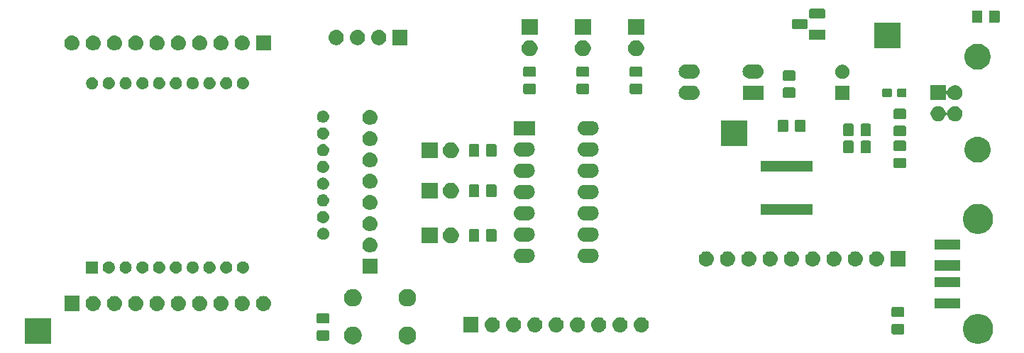
<source format=gbr>
%TF.GenerationSoftware,KiCad,Pcbnew,(5.1.0)-1*%
%TF.CreationDate,2019-07-09T03:29:53+01:00*%
%TF.ProjectId,SmartGluttonV1,536d6172-7447-46c7-9574-746f6e56312e,1.0*%
%TF.SameCoordinates,Original*%
%TF.FileFunction,Soldermask,Top*%
%TF.FilePolarity,Negative*%
%FSLAX46Y46*%
G04 Gerber Fmt 4.6, Leading zero omitted, Abs format (unit mm)*
G04 Created by KiCad (PCBNEW (5.1.0)-1) date 2019-07-09 03:29:53*
%MOMM*%
%LPD*%
G04 APERTURE LIST*
%ADD10C,0.100000*%
G04 APERTURE END LIST*
D10*
G36*
X126694564Y-96779389D02*
G01*
X126885833Y-96858615D01*
X126885835Y-96858616D01*
X127057973Y-96973635D01*
X127204365Y-97120027D01*
X127306431Y-97272779D01*
X127319385Y-97292167D01*
X127398611Y-97483436D01*
X127439000Y-97686484D01*
X127439000Y-97893516D01*
X127398611Y-98096564D01*
X127357040Y-98196925D01*
X127319384Y-98287835D01*
X127204365Y-98459973D01*
X127057973Y-98606365D01*
X126885835Y-98721384D01*
X126885834Y-98721385D01*
X126885833Y-98721385D01*
X126694564Y-98800611D01*
X126491516Y-98841000D01*
X126284484Y-98841000D01*
X126081436Y-98800611D01*
X125890167Y-98721385D01*
X125890166Y-98721385D01*
X125890165Y-98721384D01*
X125718027Y-98606365D01*
X125571635Y-98459973D01*
X125456616Y-98287835D01*
X125418960Y-98196925D01*
X125377389Y-98096564D01*
X125337000Y-97893516D01*
X125337000Y-97686484D01*
X125377389Y-97483436D01*
X125456615Y-97292167D01*
X125469570Y-97272779D01*
X125571635Y-97120027D01*
X125718027Y-96973635D01*
X125890165Y-96858616D01*
X125890167Y-96858615D01*
X126081436Y-96779389D01*
X126284484Y-96739000D01*
X126491516Y-96739000D01*
X126694564Y-96779389D01*
X126694564Y-96779389D01*
G37*
G36*
X120194564Y-96779389D02*
G01*
X120385833Y-96858615D01*
X120385835Y-96858616D01*
X120557973Y-96973635D01*
X120704365Y-97120027D01*
X120806431Y-97272779D01*
X120819385Y-97292167D01*
X120898611Y-97483436D01*
X120939000Y-97686484D01*
X120939000Y-97893516D01*
X120898611Y-98096564D01*
X120857040Y-98196925D01*
X120819384Y-98287835D01*
X120704365Y-98459973D01*
X120557973Y-98606365D01*
X120385835Y-98721384D01*
X120385834Y-98721385D01*
X120385833Y-98721385D01*
X120194564Y-98800611D01*
X119991516Y-98841000D01*
X119784484Y-98841000D01*
X119581436Y-98800611D01*
X119390167Y-98721385D01*
X119390166Y-98721385D01*
X119390165Y-98721384D01*
X119218027Y-98606365D01*
X119071635Y-98459973D01*
X118956616Y-98287835D01*
X118918960Y-98196925D01*
X118877389Y-98096564D01*
X118837000Y-97893516D01*
X118837000Y-97686484D01*
X118877389Y-97483436D01*
X118956615Y-97292167D01*
X118969570Y-97272779D01*
X119071635Y-97120027D01*
X119218027Y-96973635D01*
X119390165Y-96858616D01*
X119390167Y-96858615D01*
X119581436Y-96779389D01*
X119784484Y-96739000D01*
X119991516Y-96739000D01*
X120194564Y-96779389D01*
X120194564Y-96779389D01*
G37*
G36*
X83847000Y-98833000D02*
G01*
X80745000Y-98833000D01*
X80745000Y-95731000D01*
X83847000Y-95731000D01*
X83847000Y-98833000D01*
X83847000Y-98833000D01*
G37*
G36*
X194994131Y-95287611D02*
G01*
X195321892Y-95423374D01*
X195616870Y-95620472D01*
X195867728Y-95871330D01*
X196064826Y-96166308D01*
X196200589Y-96494069D01*
X196269800Y-96842016D01*
X196269800Y-97196784D01*
X196200589Y-97544731D01*
X196064826Y-97872492D01*
X195867728Y-98167470D01*
X195616870Y-98418328D01*
X195321892Y-98615426D01*
X194994131Y-98751189D01*
X194646184Y-98820400D01*
X194291416Y-98820400D01*
X193943469Y-98751189D01*
X193615708Y-98615426D01*
X193320730Y-98418328D01*
X193069872Y-98167470D01*
X192872774Y-97872492D01*
X192737011Y-97544731D01*
X192667800Y-97196784D01*
X192667800Y-96842016D01*
X192737011Y-96494069D01*
X192872774Y-96166308D01*
X193069872Y-95871330D01*
X193320730Y-95620472D01*
X193615708Y-95423374D01*
X193943469Y-95287611D01*
X194291416Y-95218400D01*
X194646184Y-95218400D01*
X194994131Y-95287611D01*
X194994131Y-95287611D01*
G37*
G36*
X116920674Y-97168465D02*
G01*
X116958367Y-97179899D01*
X116993103Y-97198466D01*
X117023548Y-97223452D01*
X117048534Y-97253897D01*
X117067101Y-97288633D01*
X117078535Y-97326326D01*
X117083000Y-97371661D01*
X117083000Y-98208339D01*
X117078535Y-98253674D01*
X117067101Y-98291367D01*
X117048534Y-98326103D01*
X117023548Y-98356548D01*
X116993103Y-98381534D01*
X116958367Y-98400101D01*
X116920674Y-98411535D01*
X116875339Y-98416000D01*
X115788661Y-98416000D01*
X115743326Y-98411535D01*
X115705633Y-98400101D01*
X115670897Y-98381534D01*
X115640452Y-98356548D01*
X115615466Y-98326103D01*
X115596899Y-98291367D01*
X115585465Y-98253674D01*
X115581000Y-98208339D01*
X115581000Y-97371661D01*
X115585465Y-97326326D01*
X115596899Y-97288633D01*
X115615466Y-97253897D01*
X115640452Y-97223452D01*
X115670897Y-97198466D01*
X115705633Y-97179899D01*
X115743326Y-97168465D01*
X115788661Y-97164000D01*
X116875339Y-97164000D01*
X116920674Y-97168465D01*
X116920674Y-97168465D01*
G37*
G36*
X185500674Y-96415465D02*
G01*
X185538367Y-96426899D01*
X185573103Y-96445466D01*
X185603548Y-96470452D01*
X185628534Y-96500897D01*
X185647101Y-96535633D01*
X185658535Y-96573326D01*
X185663000Y-96618661D01*
X185663000Y-97455339D01*
X185658535Y-97500674D01*
X185647101Y-97538367D01*
X185628534Y-97573103D01*
X185603548Y-97603548D01*
X185573103Y-97628534D01*
X185538367Y-97647101D01*
X185500674Y-97658535D01*
X185455339Y-97663000D01*
X184368661Y-97663000D01*
X184323326Y-97658535D01*
X184285633Y-97647101D01*
X184250897Y-97628534D01*
X184220452Y-97603548D01*
X184195466Y-97573103D01*
X184176899Y-97538367D01*
X184165465Y-97500674D01*
X184161000Y-97455339D01*
X184161000Y-96618661D01*
X184165465Y-96573326D01*
X184176899Y-96535633D01*
X184195466Y-96500897D01*
X184220452Y-96470452D01*
X184250897Y-96445466D01*
X184285633Y-96426899D01*
X184323326Y-96415465D01*
X184368661Y-96411000D01*
X185455339Y-96411000D01*
X185500674Y-96415465D01*
X185500674Y-96415465D01*
G37*
G36*
X146795442Y-95625518D02*
G01*
X146861627Y-95632037D01*
X147031466Y-95683557D01*
X147187991Y-95767222D01*
X147223729Y-95796552D01*
X147325186Y-95879814D01*
X147408448Y-95981271D01*
X147437778Y-96017009D01*
X147521443Y-96173534D01*
X147572963Y-96343373D01*
X147590359Y-96520000D01*
X147572963Y-96696627D01*
X147521443Y-96866466D01*
X147437778Y-97022991D01*
X147408448Y-97058729D01*
X147325186Y-97160186D01*
X147223729Y-97243448D01*
X147187991Y-97272778D01*
X147158329Y-97288633D01*
X147077164Y-97332017D01*
X147031466Y-97356443D01*
X146861627Y-97407963D01*
X146795442Y-97414482D01*
X146729260Y-97421000D01*
X146640740Y-97421000D01*
X146574558Y-97414482D01*
X146508373Y-97407963D01*
X146338534Y-97356443D01*
X146292837Y-97332017D01*
X146211671Y-97288633D01*
X146182009Y-97272778D01*
X146146271Y-97243448D01*
X146044814Y-97160186D01*
X145961552Y-97058729D01*
X145932222Y-97022991D01*
X145848557Y-96866466D01*
X145797037Y-96696627D01*
X145779641Y-96520000D01*
X145797037Y-96343373D01*
X145848557Y-96173534D01*
X145932222Y-96017009D01*
X145961552Y-95981271D01*
X146044814Y-95879814D01*
X146146271Y-95796552D01*
X146182009Y-95767222D01*
X146338534Y-95683557D01*
X146508373Y-95632037D01*
X146574558Y-95625518D01*
X146640740Y-95619000D01*
X146729260Y-95619000D01*
X146795442Y-95625518D01*
X146795442Y-95625518D01*
G37*
G36*
X151875442Y-95625518D02*
G01*
X151941627Y-95632037D01*
X152111466Y-95683557D01*
X152267991Y-95767222D01*
X152303729Y-95796552D01*
X152405186Y-95879814D01*
X152488448Y-95981271D01*
X152517778Y-96017009D01*
X152601443Y-96173534D01*
X152652963Y-96343373D01*
X152670359Y-96520000D01*
X152652963Y-96696627D01*
X152601443Y-96866466D01*
X152517778Y-97022991D01*
X152488448Y-97058729D01*
X152405186Y-97160186D01*
X152303729Y-97243448D01*
X152267991Y-97272778D01*
X152238329Y-97288633D01*
X152157164Y-97332017D01*
X152111466Y-97356443D01*
X151941627Y-97407963D01*
X151875442Y-97414482D01*
X151809260Y-97421000D01*
X151720740Y-97421000D01*
X151654558Y-97414482D01*
X151588373Y-97407963D01*
X151418534Y-97356443D01*
X151372837Y-97332017D01*
X151291671Y-97288633D01*
X151262009Y-97272778D01*
X151226271Y-97243448D01*
X151124814Y-97160186D01*
X151041552Y-97058729D01*
X151012222Y-97022991D01*
X150928557Y-96866466D01*
X150877037Y-96696627D01*
X150859641Y-96520000D01*
X150877037Y-96343373D01*
X150928557Y-96173534D01*
X151012222Y-96017009D01*
X151041552Y-95981271D01*
X151124814Y-95879814D01*
X151226271Y-95796552D01*
X151262009Y-95767222D01*
X151418534Y-95683557D01*
X151588373Y-95632037D01*
X151654558Y-95625518D01*
X151720740Y-95619000D01*
X151809260Y-95619000D01*
X151875442Y-95625518D01*
X151875442Y-95625518D01*
G37*
G36*
X149335442Y-95625518D02*
G01*
X149401627Y-95632037D01*
X149571466Y-95683557D01*
X149727991Y-95767222D01*
X149763729Y-95796552D01*
X149865186Y-95879814D01*
X149948448Y-95981271D01*
X149977778Y-96017009D01*
X150061443Y-96173534D01*
X150112963Y-96343373D01*
X150130359Y-96520000D01*
X150112963Y-96696627D01*
X150061443Y-96866466D01*
X149977778Y-97022991D01*
X149948448Y-97058729D01*
X149865186Y-97160186D01*
X149763729Y-97243448D01*
X149727991Y-97272778D01*
X149698329Y-97288633D01*
X149617164Y-97332017D01*
X149571466Y-97356443D01*
X149401627Y-97407963D01*
X149335442Y-97414482D01*
X149269260Y-97421000D01*
X149180740Y-97421000D01*
X149114558Y-97414482D01*
X149048373Y-97407963D01*
X148878534Y-97356443D01*
X148832837Y-97332017D01*
X148751671Y-97288633D01*
X148722009Y-97272778D01*
X148686271Y-97243448D01*
X148584814Y-97160186D01*
X148501552Y-97058729D01*
X148472222Y-97022991D01*
X148388557Y-96866466D01*
X148337037Y-96696627D01*
X148319641Y-96520000D01*
X148337037Y-96343373D01*
X148388557Y-96173534D01*
X148472222Y-96017009D01*
X148501552Y-95981271D01*
X148584814Y-95879814D01*
X148686271Y-95796552D01*
X148722009Y-95767222D01*
X148878534Y-95683557D01*
X149048373Y-95632037D01*
X149114558Y-95625518D01*
X149180740Y-95619000D01*
X149269260Y-95619000D01*
X149335442Y-95625518D01*
X149335442Y-95625518D01*
G37*
G36*
X141715442Y-95625518D02*
G01*
X141781627Y-95632037D01*
X141951466Y-95683557D01*
X142107991Y-95767222D01*
X142143729Y-95796552D01*
X142245186Y-95879814D01*
X142328448Y-95981271D01*
X142357778Y-96017009D01*
X142441443Y-96173534D01*
X142492963Y-96343373D01*
X142510359Y-96520000D01*
X142492963Y-96696627D01*
X142441443Y-96866466D01*
X142357778Y-97022991D01*
X142328448Y-97058729D01*
X142245186Y-97160186D01*
X142143729Y-97243448D01*
X142107991Y-97272778D01*
X142078329Y-97288633D01*
X141997164Y-97332017D01*
X141951466Y-97356443D01*
X141781627Y-97407963D01*
X141715442Y-97414482D01*
X141649260Y-97421000D01*
X141560740Y-97421000D01*
X141494558Y-97414482D01*
X141428373Y-97407963D01*
X141258534Y-97356443D01*
X141212837Y-97332017D01*
X141131671Y-97288633D01*
X141102009Y-97272778D01*
X141066271Y-97243448D01*
X140964814Y-97160186D01*
X140881552Y-97058729D01*
X140852222Y-97022991D01*
X140768557Y-96866466D01*
X140717037Y-96696627D01*
X140699641Y-96520000D01*
X140717037Y-96343373D01*
X140768557Y-96173534D01*
X140852222Y-96017009D01*
X140881552Y-95981271D01*
X140964814Y-95879814D01*
X141066271Y-95796552D01*
X141102009Y-95767222D01*
X141258534Y-95683557D01*
X141428373Y-95632037D01*
X141494558Y-95625518D01*
X141560740Y-95619000D01*
X141649260Y-95619000D01*
X141715442Y-95625518D01*
X141715442Y-95625518D01*
G37*
G36*
X139175442Y-95625518D02*
G01*
X139241627Y-95632037D01*
X139411466Y-95683557D01*
X139567991Y-95767222D01*
X139603729Y-95796552D01*
X139705186Y-95879814D01*
X139788448Y-95981271D01*
X139817778Y-96017009D01*
X139901443Y-96173534D01*
X139952963Y-96343373D01*
X139970359Y-96520000D01*
X139952963Y-96696627D01*
X139901443Y-96866466D01*
X139817778Y-97022991D01*
X139788448Y-97058729D01*
X139705186Y-97160186D01*
X139603729Y-97243448D01*
X139567991Y-97272778D01*
X139538329Y-97288633D01*
X139457164Y-97332017D01*
X139411466Y-97356443D01*
X139241627Y-97407963D01*
X139175442Y-97414482D01*
X139109260Y-97421000D01*
X139020740Y-97421000D01*
X138954558Y-97414482D01*
X138888373Y-97407963D01*
X138718534Y-97356443D01*
X138672837Y-97332017D01*
X138591671Y-97288633D01*
X138562009Y-97272778D01*
X138526271Y-97243448D01*
X138424814Y-97160186D01*
X138341552Y-97058729D01*
X138312222Y-97022991D01*
X138228557Y-96866466D01*
X138177037Y-96696627D01*
X138159641Y-96520000D01*
X138177037Y-96343373D01*
X138228557Y-96173534D01*
X138312222Y-96017009D01*
X138341552Y-95981271D01*
X138424814Y-95879814D01*
X138526271Y-95796552D01*
X138562009Y-95767222D01*
X138718534Y-95683557D01*
X138888373Y-95632037D01*
X138954558Y-95625518D01*
X139020740Y-95619000D01*
X139109260Y-95619000D01*
X139175442Y-95625518D01*
X139175442Y-95625518D01*
G37*
G36*
X136635442Y-95625518D02*
G01*
X136701627Y-95632037D01*
X136871466Y-95683557D01*
X137027991Y-95767222D01*
X137063729Y-95796552D01*
X137165186Y-95879814D01*
X137248448Y-95981271D01*
X137277778Y-96017009D01*
X137361443Y-96173534D01*
X137412963Y-96343373D01*
X137430359Y-96520000D01*
X137412963Y-96696627D01*
X137361443Y-96866466D01*
X137277778Y-97022991D01*
X137248448Y-97058729D01*
X137165186Y-97160186D01*
X137063729Y-97243448D01*
X137027991Y-97272778D01*
X136998329Y-97288633D01*
X136917164Y-97332017D01*
X136871466Y-97356443D01*
X136701627Y-97407963D01*
X136635442Y-97414482D01*
X136569260Y-97421000D01*
X136480740Y-97421000D01*
X136414558Y-97414482D01*
X136348373Y-97407963D01*
X136178534Y-97356443D01*
X136132837Y-97332017D01*
X136051671Y-97288633D01*
X136022009Y-97272778D01*
X135986271Y-97243448D01*
X135884814Y-97160186D01*
X135801552Y-97058729D01*
X135772222Y-97022991D01*
X135688557Y-96866466D01*
X135637037Y-96696627D01*
X135619641Y-96520000D01*
X135637037Y-96343373D01*
X135688557Y-96173534D01*
X135772222Y-96017009D01*
X135801552Y-95981271D01*
X135884814Y-95879814D01*
X135986271Y-95796552D01*
X136022009Y-95767222D01*
X136178534Y-95683557D01*
X136348373Y-95632037D01*
X136414558Y-95625518D01*
X136480740Y-95619000D01*
X136569260Y-95619000D01*
X136635442Y-95625518D01*
X136635442Y-95625518D01*
G37*
G36*
X134886000Y-97421000D02*
G01*
X133084000Y-97421000D01*
X133084000Y-95619000D01*
X134886000Y-95619000D01*
X134886000Y-97421000D01*
X134886000Y-97421000D01*
G37*
G36*
X154415442Y-95625518D02*
G01*
X154481627Y-95632037D01*
X154651466Y-95683557D01*
X154807991Y-95767222D01*
X154843729Y-95796552D01*
X154945186Y-95879814D01*
X155028448Y-95981271D01*
X155057778Y-96017009D01*
X155141443Y-96173534D01*
X155192963Y-96343373D01*
X155210359Y-96520000D01*
X155192963Y-96696627D01*
X155141443Y-96866466D01*
X155057778Y-97022991D01*
X155028448Y-97058729D01*
X154945186Y-97160186D01*
X154843729Y-97243448D01*
X154807991Y-97272778D01*
X154778329Y-97288633D01*
X154697164Y-97332017D01*
X154651466Y-97356443D01*
X154481627Y-97407963D01*
X154415442Y-97414482D01*
X154349260Y-97421000D01*
X154260740Y-97421000D01*
X154194558Y-97414482D01*
X154128373Y-97407963D01*
X153958534Y-97356443D01*
X153912837Y-97332017D01*
X153831671Y-97288633D01*
X153802009Y-97272778D01*
X153766271Y-97243448D01*
X153664814Y-97160186D01*
X153581552Y-97058729D01*
X153552222Y-97022991D01*
X153468557Y-96866466D01*
X153417037Y-96696627D01*
X153399641Y-96520000D01*
X153417037Y-96343373D01*
X153468557Y-96173534D01*
X153552222Y-96017009D01*
X153581552Y-95981271D01*
X153664814Y-95879814D01*
X153766271Y-95796552D01*
X153802009Y-95767222D01*
X153958534Y-95683557D01*
X154128373Y-95632037D01*
X154194558Y-95625518D01*
X154260740Y-95619000D01*
X154349260Y-95619000D01*
X154415442Y-95625518D01*
X154415442Y-95625518D01*
G37*
G36*
X144255442Y-95625518D02*
G01*
X144321627Y-95632037D01*
X144491466Y-95683557D01*
X144647991Y-95767222D01*
X144683729Y-95796552D01*
X144785186Y-95879814D01*
X144868448Y-95981271D01*
X144897778Y-96017009D01*
X144981443Y-96173534D01*
X145032963Y-96343373D01*
X145050359Y-96520000D01*
X145032963Y-96696627D01*
X144981443Y-96866466D01*
X144897778Y-97022991D01*
X144868448Y-97058729D01*
X144785186Y-97160186D01*
X144683729Y-97243448D01*
X144647991Y-97272778D01*
X144618329Y-97288633D01*
X144537164Y-97332017D01*
X144491466Y-97356443D01*
X144321627Y-97407963D01*
X144255442Y-97414482D01*
X144189260Y-97421000D01*
X144100740Y-97421000D01*
X144034558Y-97414482D01*
X143968373Y-97407963D01*
X143798534Y-97356443D01*
X143752837Y-97332017D01*
X143671671Y-97288633D01*
X143642009Y-97272778D01*
X143606271Y-97243448D01*
X143504814Y-97160186D01*
X143421552Y-97058729D01*
X143392222Y-97022991D01*
X143308557Y-96866466D01*
X143257037Y-96696627D01*
X143239641Y-96520000D01*
X143257037Y-96343373D01*
X143308557Y-96173534D01*
X143392222Y-96017009D01*
X143421552Y-95981271D01*
X143504814Y-95879814D01*
X143606271Y-95796552D01*
X143642009Y-95767222D01*
X143798534Y-95683557D01*
X143968373Y-95632037D01*
X144034558Y-95625518D01*
X144100740Y-95619000D01*
X144189260Y-95619000D01*
X144255442Y-95625518D01*
X144255442Y-95625518D01*
G37*
G36*
X116920674Y-95118465D02*
G01*
X116958367Y-95129899D01*
X116993103Y-95148466D01*
X117023548Y-95173452D01*
X117048534Y-95203897D01*
X117067101Y-95238633D01*
X117078535Y-95276326D01*
X117083000Y-95321661D01*
X117083000Y-96158339D01*
X117078535Y-96203674D01*
X117067101Y-96241367D01*
X117048534Y-96276103D01*
X117023548Y-96306548D01*
X116993103Y-96331534D01*
X116958367Y-96350101D01*
X116920674Y-96361535D01*
X116875339Y-96366000D01*
X115788661Y-96366000D01*
X115743326Y-96361535D01*
X115705633Y-96350101D01*
X115670897Y-96331534D01*
X115640452Y-96306548D01*
X115615466Y-96276103D01*
X115596899Y-96241367D01*
X115585465Y-96203674D01*
X115581000Y-96158339D01*
X115581000Y-95321661D01*
X115585465Y-95276326D01*
X115596899Y-95238633D01*
X115615466Y-95203897D01*
X115640452Y-95173452D01*
X115670897Y-95148466D01*
X115705633Y-95129899D01*
X115743326Y-95118465D01*
X115788661Y-95114000D01*
X116875339Y-95114000D01*
X116920674Y-95118465D01*
X116920674Y-95118465D01*
G37*
G36*
X185500674Y-94365465D02*
G01*
X185538367Y-94376899D01*
X185573103Y-94395466D01*
X185603548Y-94420452D01*
X185628534Y-94450897D01*
X185647101Y-94485633D01*
X185658535Y-94523326D01*
X185663000Y-94568661D01*
X185663000Y-95405339D01*
X185658535Y-95450674D01*
X185647101Y-95488367D01*
X185628534Y-95523103D01*
X185603548Y-95553548D01*
X185573103Y-95578534D01*
X185538367Y-95597101D01*
X185500674Y-95608535D01*
X185455339Y-95613000D01*
X184368661Y-95613000D01*
X184323326Y-95608535D01*
X184285633Y-95597101D01*
X184250897Y-95578534D01*
X184220452Y-95553548D01*
X184195466Y-95523103D01*
X184176899Y-95488367D01*
X184165465Y-95450674D01*
X184161000Y-95405339D01*
X184161000Y-94568661D01*
X184165465Y-94523326D01*
X184176899Y-94485633D01*
X184195466Y-94450897D01*
X184220452Y-94420452D01*
X184250897Y-94395466D01*
X184285633Y-94376899D01*
X184323326Y-94365465D01*
X184368661Y-94361000D01*
X185455339Y-94361000D01*
X185500674Y-94365465D01*
X185500674Y-94365465D01*
G37*
G36*
X109330443Y-93085519D02*
G01*
X109396627Y-93092037D01*
X109566466Y-93143557D01*
X109722991Y-93227222D01*
X109758729Y-93256552D01*
X109860186Y-93339814D01*
X109904257Y-93393516D01*
X109972778Y-93477009D01*
X110056443Y-93633534D01*
X110107963Y-93803373D01*
X110125359Y-93980000D01*
X110107963Y-94156627D01*
X110056443Y-94326466D01*
X109972778Y-94482991D01*
X109943448Y-94518729D01*
X109860186Y-94620186D01*
X109758729Y-94703448D01*
X109722991Y-94732778D01*
X109566466Y-94816443D01*
X109396627Y-94867963D01*
X109330443Y-94874481D01*
X109264260Y-94881000D01*
X109175740Y-94881000D01*
X109109557Y-94874481D01*
X109043373Y-94867963D01*
X108873534Y-94816443D01*
X108717009Y-94732778D01*
X108681271Y-94703448D01*
X108579814Y-94620186D01*
X108496552Y-94518729D01*
X108467222Y-94482991D01*
X108383557Y-94326466D01*
X108332037Y-94156627D01*
X108314641Y-93980000D01*
X108332037Y-93803373D01*
X108383557Y-93633534D01*
X108467222Y-93477009D01*
X108535743Y-93393516D01*
X108579814Y-93339814D01*
X108681271Y-93256552D01*
X108717009Y-93227222D01*
X108873534Y-93143557D01*
X109043373Y-93092037D01*
X109109557Y-93085519D01*
X109175740Y-93079000D01*
X109264260Y-93079000D01*
X109330443Y-93085519D01*
X109330443Y-93085519D01*
G37*
G36*
X89010443Y-93085519D02*
G01*
X89076627Y-93092037D01*
X89246466Y-93143557D01*
X89402991Y-93227222D01*
X89438729Y-93256552D01*
X89540186Y-93339814D01*
X89584257Y-93393516D01*
X89652778Y-93477009D01*
X89736443Y-93633534D01*
X89787963Y-93803373D01*
X89805359Y-93980000D01*
X89787963Y-94156627D01*
X89736443Y-94326466D01*
X89652778Y-94482991D01*
X89623448Y-94518729D01*
X89540186Y-94620186D01*
X89438729Y-94703448D01*
X89402991Y-94732778D01*
X89246466Y-94816443D01*
X89076627Y-94867963D01*
X89010443Y-94874481D01*
X88944260Y-94881000D01*
X88855740Y-94881000D01*
X88789557Y-94874481D01*
X88723373Y-94867963D01*
X88553534Y-94816443D01*
X88397009Y-94732778D01*
X88361271Y-94703448D01*
X88259814Y-94620186D01*
X88176552Y-94518729D01*
X88147222Y-94482991D01*
X88063557Y-94326466D01*
X88012037Y-94156627D01*
X87994641Y-93980000D01*
X88012037Y-93803373D01*
X88063557Y-93633534D01*
X88147222Y-93477009D01*
X88215743Y-93393516D01*
X88259814Y-93339814D01*
X88361271Y-93256552D01*
X88397009Y-93227222D01*
X88553534Y-93143557D01*
X88723373Y-93092037D01*
X88789557Y-93085519D01*
X88855740Y-93079000D01*
X88944260Y-93079000D01*
X89010443Y-93085519D01*
X89010443Y-93085519D01*
G37*
G36*
X106790443Y-93085519D02*
G01*
X106856627Y-93092037D01*
X107026466Y-93143557D01*
X107182991Y-93227222D01*
X107218729Y-93256552D01*
X107320186Y-93339814D01*
X107364257Y-93393516D01*
X107432778Y-93477009D01*
X107516443Y-93633534D01*
X107567963Y-93803373D01*
X107585359Y-93980000D01*
X107567963Y-94156627D01*
X107516443Y-94326466D01*
X107432778Y-94482991D01*
X107403448Y-94518729D01*
X107320186Y-94620186D01*
X107218729Y-94703448D01*
X107182991Y-94732778D01*
X107026466Y-94816443D01*
X106856627Y-94867963D01*
X106790443Y-94874481D01*
X106724260Y-94881000D01*
X106635740Y-94881000D01*
X106569557Y-94874481D01*
X106503373Y-94867963D01*
X106333534Y-94816443D01*
X106177009Y-94732778D01*
X106141271Y-94703448D01*
X106039814Y-94620186D01*
X105956552Y-94518729D01*
X105927222Y-94482991D01*
X105843557Y-94326466D01*
X105792037Y-94156627D01*
X105774641Y-93980000D01*
X105792037Y-93803373D01*
X105843557Y-93633534D01*
X105927222Y-93477009D01*
X105995743Y-93393516D01*
X106039814Y-93339814D01*
X106141271Y-93256552D01*
X106177009Y-93227222D01*
X106333534Y-93143557D01*
X106503373Y-93092037D01*
X106569557Y-93085519D01*
X106635740Y-93079000D01*
X106724260Y-93079000D01*
X106790443Y-93085519D01*
X106790443Y-93085519D01*
G37*
G36*
X104250443Y-93085519D02*
G01*
X104316627Y-93092037D01*
X104486466Y-93143557D01*
X104642991Y-93227222D01*
X104678729Y-93256552D01*
X104780186Y-93339814D01*
X104824257Y-93393516D01*
X104892778Y-93477009D01*
X104976443Y-93633534D01*
X105027963Y-93803373D01*
X105045359Y-93980000D01*
X105027963Y-94156627D01*
X104976443Y-94326466D01*
X104892778Y-94482991D01*
X104863448Y-94518729D01*
X104780186Y-94620186D01*
X104678729Y-94703448D01*
X104642991Y-94732778D01*
X104486466Y-94816443D01*
X104316627Y-94867963D01*
X104250443Y-94874481D01*
X104184260Y-94881000D01*
X104095740Y-94881000D01*
X104029557Y-94874481D01*
X103963373Y-94867963D01*
X103793534Y-94816443D01*
X103637009Y-94732778D01*
X103601271Y-94703448D01*
X103499814Y-94620186D01*
X103416552Y-94518729D01*
X103387222Y-94482991D01*
X103303557Y-94326466D01*
X103252037Y-94156627D01*
X103234641Y-93980000D01*
X103252037Y-93803373D01*
X103303557Y-93633534D01*
X103387222Y-93477009D01*
X103455743Y-93393516D01*
X103499814Y-93339814D01*
X103601271Y-93256552D01*
X103637009Y-93227222D01*
X103793534Y-93143557D01*
X103963373Y-93092037D01*
X104029557Y-93085519D01*
X104095740Y-93079000D01*
X104184260Y-93079000D01*
X104250443Y-93085519D01*
X104250443Y-93085519D01*
G37*
G36*
X101710443Y-93085519D02*
G01*
X101776627Y-93092037D01*
X101946466Y-93143557D01*
X102102991Y-93227222D01*
X102138729Y-93256552D01*
X102240186Y-93339814D01*
X102284257Y-93393516D01*
X102352778Y-93477009D01*
X102436443Y-93633534D01*
X102487963Y-93803373D01*
X102505359Y-93980000D01*
X102487963Y-94156627D01*
X102436443Y-94326466D01*
X102352778Y-94482991D01*
X102323448Y-94518729D01*
X102240186Y-94620186D01*
X102138729Y-94703448D01*
X102102991Y-94732778D01*
X101946466Y-94816443D01*
X101776627Y-94867963D01*
X101710443Y-94874481D01*
X101644260Y-94881000D01*
X101555740Y-94881000D01*
X101489557Y-94874481D01*
X101423373Y-94867963D01*
X101253534Y-94816443D01*
X101097009Y-94732778D01*
X101061271Y-94703448D01*
X100959814Y-94620186D01*
X100876552Y-94518729D01*
X100847222Y-94482991D01*
X100763557Y-94326466D01*
X100712037Y-94156627D01*
X100694641Y-93980000D01*
X100712037Y-93803373D01*
X100763557Y-93633534D01*
X100847222Y-93477009D01*
X100915743Y-93393516D01*
X100959814Y-93339814D01*
X101061271Y-93256552D01*
X101097009Y-93227222D01*
X101253534Y-93143557D01*
X101423373Y-93092037D01*
X101489557Y-93085519D01*
X101555740Y-93079000D01*
X101644260Y-93079000D01*
X101710443Y-93085519D01*
X101710443Y-93085519D01*
G37*
G36*
X96630443Y-93085519D02*
G01*
X96696627Y-93092037D01*
X96866466Y-93143557D01*
X97022991Y-93227222D01*
X97058729Y-93256552D01*
X97160186Y-93339814D01*
X97204257Y-93393516D01*
X97272778Y-93477009D01*
X97356443Y-93633534D01*
X97407963Y-93803373D01*
X97425359Y-93980000D01*
X97407963Y-94156627D01*
X97356443Y-94326466D01*
X97272778Y-94482991D01*
X97243448Y-94518729D01*
X97160186Y-94620186D01*
X97058729Y-94703448D01*
X97022991Y-94732778D01*
X96866466Y-94816443D01*
X96696627Y-94867963D01*
X96630443Y-94874481D01*
X96564260Y-94881000D01*
X96475740Y-94881000D01*
X96409557Y-94874481D01*
X96343373Y-94867963D01*
X96173534Y-94816443D01*
X96017009Y-94732778D01*
X95981271Y-94703448D01*
X95879814Y-94620186D01*
X95796552Y-94518729D01*
X95767222Y-94482991D01*
X95683557Y-94326466D01*
X95632037Y-94156627D01*
X95614641Y-93980000D01*
X95632037Y-93803373D01*
X95683557Y-93633534D01*
X95767222Y-93477009D01*
X95835743Y-93393516D01*
X95879814Y-93339814D01*
X95981271Y-93256552D01*
X96017009Y-93227222D01*
X96173534Y-93143557D01*
X96343373Y-93092037D01*
X96409557Y-93085519D01*
X96475740Y-93079000D01*
X96564260Y-93079000D01*
X96630443Y-93085519D01*
X96630443Y-93085519D01*
G37*
G36*
X94090443Y-93085519D02*
G01*
X94156627Y-93092037D01*
X94326466Y-93143557D01*
X94482991Y-93227222D01*
X94518729Y-93256552D01*
X94620186Y-93339814D01*
X94664257Y-93393516D01*
X94732778Y-93477009D01*
X94816443Y-93633534D01*
X94867963Y-93803373D01*
X94885359Y-93980000D01*
X94867963Y-94156627D01*
X94816443Y-94326466D01*
X94732778Y-94482991D01*
X94703448Y-94518729D01*
X94620186Y-94620186D01*
X94518729Y-94703448D01*
X94482991Y-94732778D01*
X94326466Y-94816443D01*
X94156627Y-94867963D01*
X94090443Y-94874481D01*
X94024260Y-94881000D01*
X93935740Y-94881000D01*
X93869557Y-94874481D01*
X93803373Y-94867963D01*
X93633534Y-94816443D01*
X93477009Y-94732778D01*
X93441271Y-94703448D01*
X93339814Y-94620186D01*
X93256552Y-94518729D01*
X93227222Y-94482991D01*
X93143557Y-94326466D01*
X93092037Y-94156627D01*
X93074641Y-93980000D01*
X93092037Y-93803373D01*
X93143557Y-93633534D01*
X93227222Y-93477009D01*
X93295743Y-93393516D01*
X93339814Y-93339814D01*
X93441271Y-93256552D01*
X93477009Y-93227222D01*
X93633534Y-93143557D01*
X93803373Y-93092037D01*
X93869557Y-93085519D01*
X93935740Y-93079000D01*
X94024260Y-93079000D01*
X94090443Y-93085519D01*
X94090443Y-93085519D01*
G37*
G36*
X87261000Y-94881000D02*
G01*
X85459000Y-94881000D01*
X85459000Y-93079000D01*
X87261000Y-93079000D01*
X87261000Y-94881000D01*
X87261000Y-94881000D01*
G37*
G36*
X91550443Y-93085519D02*
G01*
X91616627Y-93092037D01*
X91786466Y-93143557D01*
X91942991Y-93227222D01*
X91978729Y-93256552D01*
X92080186Y-93339814D01*
X92124257Y-93393516D01*
X92192778Y-93477009D01*
X92276443Y-93633534D01*
X92327963Y-93803373D01*
X92345359Y-93980000D01*
X92327963Y-94156627D01*
X92276443Y-94326466D01*
X92192778Y-94482991D01*
X92163448Y-94518729D01*
X92080186Y-94620186D01*
X91978729Y-94703448D01*
X91942991Y-94732778D01*
X91786466Y-94816443D01*
X91616627Y-94867963D01*
X91550443Y-94874481D01*
X91484260Y-94881000D01*
X91395740Y-94881000D01*
X91329557Y-94874481D01*
X91263373Y-94867963D01*
X91093534Y-94816443D01*
X90937009Y-94732778D01*
X90901271Y-94703448D01*
X90799814Y-94620186D01*
X90716552Y-94518729D01*
X90687222Y-94482991D01*
X90603557Y-94326466D01*
X90552037Y-94156627D01*
X90534641Y-93980000D01*
X90552037Y-93803373D01*
X90603557Y-93633534D01*
X90687222Y-93477009D01*
X90755743Y-93393516D01*
X90799814Y-93339814D01*
X90901271Y-93256552D01*
X90937009Y-93227222D01*
X91093534Y-93143557D01*
X91263373Y-93092037D01*
X91329557Y-93085519D01*
X91395740Y-93079000D01*
X91484260Y-93079000D01*
X91550443Y-93085519D01*
X91550443Y-93085519D01*
G37*
G36*
X99170443Y-93085519D02*
G01*
X99236627Y-93092037D01*
X99406466Y-93143557D01*
X99562991Y-93227222D01*
X99598729Y-93256552D01*
X99700186Y-93339814D01*
X99744257Y-93393516D01*
X99812778Y-93477009D01*
X99896443Y-93633534D01*
X99947963Y-93803373D01*
X99965359Y-93980000D01*
X99947963Y-94156627D01*
X99896443Y-94326466D01*
X99812778Y-94482991D01*
X99783448Y-94518729D01*
X99700186Y-94620186D01*
X99598729Y-94703448D01*
X99562991Y-94732778D01*
X99406466Y-94816443D01*
X99236627Y-94867963D01*
X99170443Y-94874481D01*
X99104260Y-94881000D01*
X99015740Y-94881000D01*
X98949557Y-94874481D01*
X98883373Y-94867963D01*
X98713534Y-94816443D01*
X98557009Y-94732778D01*
X98521271Y-94703448D01*
X98419814Y-94620186D01*
X98336552Y-94518729D01*
X98307222Y-94482991D01*
X98223557Y-94326466D01*
X98172037Y-94156627D01*
X98154641Y-93980000D01*
X98172037Y-93803373D01*
X98223557Y-93633534D01*
X98307222Y-93477009D01*
X98375743Y-93393516D01*
X98419814Y-93339814D01*
X98521271Y-93256552D01*
X98557009Y-93227222D01*
X98713534Y-93143557D01*
X98883373Y-93092037D01*
X98949557Y-93085519D01*
X99015740Y-93079000D01*
X99104260Y-93079000D01*
X99170443Y-93085519D01*
X99170443Y-93085519D01*
G37*
G36*
X192379800Y-94550400D02*
G01*
X189277800Y-94550400D01*
X189277800Y-93348400D01*
X192379800Y-93348400D01*
X192379800Y-94550400D01*
X192379800Y-94550400D01*
G37*
G36*
X120194564Y-92279389D02*
G01*
X120385833Y-92358615D01*
X120385835Y-92358616D01*
X120557973Y-92473635D01*
X120704365Y-92620027D01*
X120819385Y-92792167D01*
X120898611Y-92983436D01*
X120939000Y-93186484D01*
X120939000Y-93393516D01*
X120898611Y-93596564D01*
X120819385Y-93787833D01*
X120819384Y-93787835D01*
X120704365Y-93959973D01*
X120557973Y-94106365D01*
X120385835Y-94221384D01*
X120385834Y-94221385D01*
X120385833Y-94221385D01*
X120194564Y-94300611D01*
X119991516Y-94341000D01*
X119784484Y-94341000D01*
X119581436Y-94300611D01*
X119390167Y-94221385D01*
X119390166Y-94221385D01*
X119390165Y-94221384D01*
X119218027Y-94106365D01*
X119071635Y-93959973D01*
X118956616Y-93787835D01*
X118956615Y-93787833D01*
X118877389Y-93596564D01*
X118837000Y-93393516D01*
X118837000Y-93186484D01*
X118877389Y-92983436D01*
X118956615Y-92792167D01*
X119071635Y-92620027D01*
X119218027Y-92473635D01*
X119390165Y-92358616D01*
X119390167Y-92358615D01*
X119581436Y-92279389D01*
X119784484Y-92239000D01*
X119991516Y-92239000D01*
X120194564Y-92279389D01*
X120194564Y-92279389D01*
G37*
G36*
X126694564Y-92279389D02*
G01*
X126885833Y-92358615D01*
X126885835Y-92358616D01*
X127057973Y-92473635D01*
X127204365Y-92620027D01*
X127319385Y-92792167D01*
X127398611Y-92983436D01*
X127439000Y-93186484D01*
X127439000Y-93393516D01*
X127398611Y-93596564D01*
X127319385Y-93787833D01*
X127319384Y-93787835D01*
X127204365Y-93959973D01*
X127057973Y-94106365D01*
X126885835Y-94221384D01*
X126885834Y-94221385D01*
X126885833Y-94221385D01*
X126694564Y-94300611D01*
X126491516Y-94341000D01*
X126284484Y-94341000D01*
X126081436Y-94300611D01*
X125890167Y-94221385D01*
X125890166Y-94221385D01*
X125890165Y-94221384D01*
X125718027Y-94106365D01*
X125571635Y-93959973D01*
X125456616Y-93787835D01*
X125456615Y-93787833D01*
X125377389Y-93596564D01*
X125337000Y-93393516D01*
X125337000Y-93186484D01*
X125377389Y-92983436D01*
X125456615Y-92792167D01*
X125571635Y-92620027D01*
X125718027Y-92473635D01*
X125890165Y-92358616D01*
X125890167Y-92358615D01*
X126081436Y-92279389D01*
X126284484Y-92239000D01*
X126491516Y-92239000D01*
X126694564Y-92279389D01*
X126694564Y-92279389D01*
G37*
G36*
X192379800Y-92060400D02*
G01*
X189277800Y-92060400D01*
X189277800Y-90838400D01*
X192379800Y-90838400D01*
X192379800Y-92060400D01*
X192379800Y-92060400D01*
G37*
G36*
X122821000Y-90436000D02*
G01*
X121019000Y-90436000D01*
X121019000Y-88634000D01*
X122821000Y-88634000D01*
X122821000Y-90436000D01*
X122821000Y-90436000D01*
G37*
G36*
X94841213Y-88947502D02*
G01*
X94912321Y-88954505D01*
X95037466Y-88992468D01*
X95049175Y-88996020D01*
X95175294Y-89063432D01*
X95285843Y-89154157D01*
X95376568Y-89264706D01*
X95443980Y-89390825D01*
X95443981Y-89390828D01*
X95485495Y-89527679D01*
X95499512Y-89670000D01*
X95485495Y-89812321D01*
X95443981Y-89949172D01*
X95443980Y-89949175D01*
X95376568Y-90075294D01*
X95285843Y-90185843D01*
X95175294Y-90276568D01*
X95049175Y-90343980D01*
X95049172Y-90343981D01*
X94912321Y-90385495D01*
X94841213Y-90392498D01*
X94805660Y-90396000D01*
X94734340Y-90396000D01*
X94698787Y-90392498D01*
X94627679Y-90385495D01*
X94490828Y-90343981D01*
X94490825Y-90343980D01*
X94364706Y-90276568D01*
X94254157Y-90185843D01*
X94163432Y-90075294D01*
X94096020Y-89949175D01*
X94096019Y-89949172D01*
X94054505Y-89812321D01*
X94040488Y-89670000D01*
X94054505Y-89527679D01*
X94096019Y-89390828D01*
X94096020Y-89390825D01*
X94163432Y-89264706D01*
X94254157Y-89154157D01*
X94364706Y-89063432D01*
X94490825Y-88996020D01*
X94502534Y-88992468D01*
X94627679Y-88954505D01*
X94698787Y-88947502D01*
X94734340Y-88944000D01*
X94805660Y-88944000D01*
X94841213Y-88947502D01*
X94841213Y-88947502D01*
G37*
G36*
X100841213Y-88947502D02*
G01*
X100912321Y-88954505D01*
X101037466Y-88992468D01*
X101049175Y-88996020D01*
X101175294Y-89063432D01*
X101285843Y-89154157D01*
X101376568Y-89264706D01*
X101443980Y-89390825D01*
X101443981Y-89390828D01*
X101485495Y-89527679D01*
X101499512Y-89670000D01*
X101485495Y-89812321D01*
X101443981Y-89949172D01*
X101443980Y-89949175D01*
X101376568Y-90075294D01*
X101285843Y-90185843D01*
X101175294Y-90276568D01*
X101049175Y-90343980D01*
X101049172Y-90343981D01*
X100912321Y-90385495D01*
X100841213Y-90392498D01*
X100805660Y-90396000D01*
X100734340Y-90396000D01*
X100698787Y-90392498D01*
X100627679Y-90385495D01*
X100490828Y-90343981D01*
X100490825Y-90343980D01*
X100364706Y-90276568D01*
X100254157Y-90185843D01*
X100163432Y-90075294D01*
X100096020Y-89949175D01*
X100096019Y-89949172D01*
X100054505Y-89812321D01*
X100040488Y-89670000D01*
X100054505Y-89527679D01*
X100096019Y-89390828D01*
X100096020Y-89390825D01*
X100163432Y-89264706D01*
X100254157Y-89154157D01*
X100364706Y-89063432D01*
X100490825Y-88996020D01*
X100502534Y-88992468D01*
X100627679Y-88954505D01*
X100698787Y-88947502D01*
X100734340Y-88944000D01*
X100805660Y-88944000D01*
X100841213Y-88947502D01*
X100841213Y-88947502D01*
G37*
G36*
X106841213Y-88947502D02*
G01*
X106912321Y-88954505D01*
X107037466Y-88992468D01*
X107049175Y-88996020D01*
X107175294Y-89063432D01*
X107285843Y-89154157D01*
X107376568Y-89264706D01*
X107443980Y-89390825D01*
X107443981Y-89390828D01*
X107485495Y-89527679D01*
X107499512Y-89670000D01*
X107485495Y-89812321D01*
X107443981Y-89949172D01*
X107443980Y-89949175D01*
X107376568Y-90075294D01*
X107285843Y-90185843D01*
X107175294Y-90276568D01*
X107049175Y-90343980D01*
X107049172Y-90343981D01*
X106912321Y-90385495D01*
X106841213Y-90392498D01*
X106805660Y-90396000D01*
X106734340Y-90396000D01*
X106698787Y-90392498D01*
X106627679Y-90385495D01*
X106490828Y-90343981D01*
X106490825Y-90343980D01*
X106364706Y-90276568D01*
X106254157Y-90185843D01*
X106163432Y-90075294D01*
X106096020Y-89949175D01*
X106096019Y-89949172D01*
X106054505Y-89812321D01*
X106040488Y-89670000D01*
X106054505Y-89527679D01*
X106096019Y-89390828D01*
X106096020Y-89390825D01*
X106163432Y-89264706D01*
X106254157Y-89154157D01*
X106364706Y-89063432D01*
X106490825Y-88996020D01*
X106502534Y-88992468D01*
X106627679Y-88954505D01*
X106698787Y-88947502D01*
X106734340Y-88944000D01*
X106805660Y-88944000D01*
X106841213Y-88947502D01*
X106841213Y-88947502D01*
G37*
G36*
X104841213Y-88947502D02*
G01*
X104912321Y-88954505D01*
X105037466Y-88992468D01*
X105049175Y-88996020D01*
X105175294Y-89063432D01*
X105285843Y-89154157D01*
X105376568Y-89264706D01*
X105443980Y-89390825D01*
X105443981Y-89390828D01*
X105485495Y-89527679D01*
X105499512Y-89670000D01*
X105485495Y-89812321D01*
X105443981Y-89949172D01*
X105443980Y-89949175D01*
X105376568Y-90075294D01*
X105285843Y-90185843D01*
X105175294Y-90276568D01*
X105049175Y-90343980D01*
X105049172Y-90343981D01*
X104912321Y-90385495D01*
X104841213Y-90392498D01*
X104805660Y-90396000D01*
X104734340Y-90396000D01*
X104698787Y-90392498D01*
X104627679Y-90385495D01*
X104490828Y-90343981D01*
X104490825Y-90343980D01*
X104364706Y-90276568D01*
X104254157Y-90185843D01*
X104163432Y-90075294D01*
X104096020Y-89949175D01*
X104096019Y-89949172D01*
X104054505Y-89812321D01*
X104040488Y-89670000D01*
X104054505Y-89527679D01*
X104096019Y-89390828D01*
X104096020Y-89390825D01*
X104163432Y-89264706D01*
X104254157Y-89154157D01*
X104364706Y-89063432D01*
X104490825Y-88996020D01*
X104502534Y-88992468D01*
X104627679Y-88954505D01*
X104698787Y-88947502D01*
X104734340Y-88944000D01*
X104805660Y-88944000D01*
X104841213Y-88947502D01*
X104841213Y-88947502D01*
G37*
G36*
X102841213Y-88947502D02*
G01*
X102912321Y-88954505D01*
X103037466Y-88992468D01*
X103049175Y-88996020D01*
X103175294Y-89063432D01*
X103285843Y-89154157D01*
X103376568Y-89264706D01*
X103443980Y-89390825D01*
X103443981Y-89390828D01*
X103485495Y-89527679D01*
X103499512Y-89670000D01*
X103485495Y-89812321D01*
X103443981Y-89949172D01*
X103443980Y-89949175D01*
X103376568Y-90075294D01*
X103285843Y-90185843D01*
X103175294Y-90276568D01*
X103049175Y-90343980D01*
X103049172Y-90343981D01*
X102912321Y-90385495D01*
X102841213Y-90392498D01*
X102805660Y-90396000D01*
X102734340Y-90396000D01*
X102698787Y-90392498D01*
X102627679Y-90385495D01*
X102490828Y-90343981D01*
X102490825Y-90343980D01*
X102364706Y-90276568D01*
X102254157Y-90185843D01*
X102163432Y-90075294D01*
X102096020Y-89949175D01*
X102096019Y-89949172D01*
X102054505Y-89812321D01*
X102040488Y-89670000D01*
X102054505Y-89527679D01*
X102096019Y-89390828D01*
X102096020Y-89390825D01*
X102163432Y-89264706D01*
X102254157Y-89154157D01*
X102364706Y-89063432D01*
X102490825Y-88996020D01*
X102502534Y-88992468D01*
X102627679Y-88954505D01*
X102698787Y-88947502D01*
X102734340Y-88944000D01*
X102805660Y-88944000D01*
X102841213Y-88947502D01*
X102841213Y-88947502D01*
G37*
G36*
X98841213Y-88947502D02*
G01*
X98912321Y-88954505D01*
X99037466Y-88992468D01*
X99049175Y-88996020D01*
X99175294Y-89063432D01*
X99285843Y-89154157D01*
X99376568Y-89264706D01*
X99443980Y-89390825D01*
X99443981Y-89390828D01*
X99485495Y-89527679D01*
X99499512Y-89670000D01*
X99485495Y-89812321D01*
X99443981Y-89949172D01*
X99443980Y-89949175D01*
X99376568Y-90075294D01*
X99285843Y-90185843D01*
X99175294Y-90276568D01*
X99049175Y-90343980D01*
X99049172Y-90343981D01*
X98912321Y-90385495D01*
X98841213Y-90392498D01*
X98805660Y-90396000D01*
X98734340Y-90396000D01*
X98698787Y-90392498D01*
X98627679Y-90385495D01*
X98490828Y-90343981D01*
X98490825Y-90343980D01*
X98364706Y-90276568D01*
X98254157Y-90185843D01*
X98163432Y-90075294D01*
X98096020Y-89949175D01*
X98096019Y-89949172D01*
X98054505Y-89812321D01*
X98040488Y-89670000D01*
X98054505Y-89527679D01*
X98096019Y-89390828D01*
X98096020Y-89390825D01*
X98163432Y-89264706D01*
X98254157Y-89154157D01*
X98364706Y-89063432D01*
X98490825Y-88996020D01*
X98502534Y-88992468D01*
X98627679Y-88954505D01*
X98698787Y-88947502D01*
X98734340Y-88944000D01*
X98805660Y-88944000D01*
X98841213Y-88947502D01*
X98841213Y-88947502D01*
G37*
G36*
X96841213Y-88947502D02*
G01*
X96912321Y-88954505D01*
X97037466Y-88992468D01*
X97049175Y-88996020D01*
X97175294Y-89063432D01*
X97285843Y-89154157D01*
X97376568Y-89264706D01*
X97443980Y-89390825D01*
X97443981Y-89390828D01*
X97485495Y-89527679D01*
X97499512Y-89670000D01*
X97485495Y-89812321D01*
X97443981Y-89949172D01*
X97443980Y-89949175D01*
X97376568Y-90075294D01*
X97285843Y-90185843D01*
X97175294Y-90276568D01*
X97049175Y-90343980D01*
X97049172Y-90343981D01*
X96912321Y-90385495D01*
X96841213Y-90392498D01*
X96805660Y-90396000D01*
X96734340Y-90396000D01*
X96698787Y-90392498D01*
X96627679Y-90385495D01*
X96490828Y-90343981D01*
X96490825Y-90343980D01*
X96364706Y-90276568D01*
X96254157Y-90185843D01*
X96163432Y-90075294D01*
X96096020Y-89949175D01*
X96096019Y-89949172D01*
X96054505Y-89812321D01*
X96040488Y-89670000D01*
X96054505Y-89527679D01*
X96096019Y-89390828D01*
X96096020Y-89390825D01*
X96163432Y-89264706D01*
X96254157Y-89154157D01*
X96364706Y-89063432D01*
X96490825Y-88996020D01*
X96502534Y-88992468D01*
X96627679Y-88954505D01*
X96698787Y-88947502D01*
X96734340Y-88944000D01*
X96805660Y-88944000D01*
X96841213Y-88947502D01*
X96841213Y-88947502D01*
G37*
G36*
X92841213Y-88947502D02*
G01*
X92912321Y-88954505D01*
X93037466Y-88992468D01*
X93049175Y-88996020D01*
X93175294Y-89063432D01*
X93285843Y-89154157D01*
X93376568Y-89264706D01*
X93443980Y-89390825D01*
X93443981Y-89390828D01*
X93485495Y-89527679D01*
X93499512Y-89670000D01*
X93485495Y-89812321D01*
X93443981Y-89949172D01*
X93443980Y-89949175D01*
X93376568Y-90075294D01*
X93285843Y-90185843D01*
X93175294Y-90276568D01*
X93049175Y-90343980D01*
X93049172Y-90343981D01*
X92912321Y-90385495D01*
X92841213Y-90392498D01*
X92805660Y-90396000D01*
X92734340Y-90396000D01*
X92698787Y-90392498D01*
X92627679Y-90385495D01*
X92490828Y-90343981D01*
X92490825Y-90343980D01*
X92364706Y-90276568D01*
X92254157Y-90185843D01*
X92163432Y-90075294D01*
X92096020Y-89949175D01*
X92096019Y-89949172D01*
X92054505Y-89812321D01*
X92040488Y-89670000D01*
X92054505Y-89527679D01*
X92096019Y-89390828D01*
X92096020Y-89390825D01*
X92163432Y-89264706D01*
X92254157Y-89154157D01*
X92364706Y-89063432D01*
X92490825Y-88996020D01*
X92502534Y-88992468D01*
X92627679Y-88954505D01*
X92698787Y-88947502D01*
X92734340Y-88944000D01*
X92805660Y-88944000D01*
X92841213Y-88947502D01*
X92841213Y-88947502D01*
G37*
G36*
X90841213Y-88947502D02*
G01*
X90912321Y-88954505D01*
X91037466Y-88992468D01*
X91049175Y-88996020D01*
X91175294Y-89063432D01*
X91285843Y-89154157D01*
X91376568Y-89264706D01*
X91443980Y-89390825D01*
X91443981Y-89390828D01*
X91485495Y-89527679D01*
X91499512Y-89670000D01*
X91485495Y-89812321D01*
X91443981Y-89949172D01*
X91443980Y-89949175D01*
X91376568Y-90075294D01*
X91285843Y-90185843D01*
X91175294Y-90276568D01*
X91049175Y-90343980D01*
X91049172Y-90343981D01*
X90912321Y-90385495D01*
X90841213Y-90392498D01*
X90805660Y-90396000D01*
X90734340Y-90396000D01*
X90698787Y-90392498D01*
X90627679Y-90385495D01*
X90490828Y-90343981D01*
X90490825Y-90343980D01*
X90364706Y-90276568D01*
X90254157Y-90185843D01*
X90163432Y-90075294D01*
X90096020Y-89949175D01*
X90096019Y-89949172D01*
X90054505Y-89812321D01*
X90040488Y-89670000D01*
X90054505Y-89527679D01*
X90096019Y-89390828D01*
X90096020Y-89390825D01*
X90163432Y-89264706D01*
X90254157Y-89154157D01*
X90364706Y-89063432D01*
X90490825Y-88996020D01*
X90502534Y-88992468D01*
X90627679Y-88954505D01*
X90698787Y-88947502D01*
X90734340Y-88944000D01*
X90805660Y-88944000D01*
X90841213Y-88947502D01*
X90841213Y-88947502D01*
G37*
G36*
X89496000Y-90396000D02*
G01*
X88044000Y-90396000D01*
X88044000Y-88944000D01*
X89496000Y-88944000D01*
X89496000Y-90396000D01*
X89496000Y-90396000D01*
G37*
G36*
X192379800Y-90060400D02*
G01*
X189277800Y-90060400D01*
X189277800Y-88838400D01*
X192379800Y-88838400D01*
X192379800Y-90060400D01*
X192379800Y-90060400D01*
G37*
G36*
X179942442Y-87751518D02*
G01*
X180008627Y-87758037D01*
X180178466Y-87809557D01*
X180334991Y-87893222D01*
X180370729Y-87922552D01*
X180472186Y-88005814D01*
X180547985Y-88098177D01*
X180584778Y-88143009D01*
X180668443Y-88299534D01*
X180719963Y-88469373D01*
X180737359Y-88646000D01*
X180719963Y-88822627D01*
X180668443Y-88992466D01*
X180584778Y-89148991D01*
X180580538Y-89154157D01*
X180472186Y-89286186D01*
X180370729Y-89369448D01*
X180334991Y-89398778D01*
X180178466Y-89482443D01*
X180008627Y-89533963D01*
X179942442Y-89540482D01*
X179876260Y-89547000D01*
X179787740Y-89547000D01*
X179721558Y-89540482D01*
X179655373Y-89533963D01*
X179485534Y-89482443D01*
X179329009Y-89398778D01*
X179293271Y-89369448D01*
X179191814Y-89286186D01*
X179083462Y-89154157D01*
X179079222Y-89148991D01*
X178995557Y-88992466D01*
X178944037Y-88822627D01*
X178926641Y-88646000D01*
X178944037Y-88469373D01*
X178995557Y-88299534D01*
X179079222Y-88143009D01*
X179116015Y-88098177D01*
X179191814Y-88005814D01*
X179293271Y-87922552D01*
X179329009Y-87893222D01*
X179485534Y-87809557D01*
X179655373Y-87758037D01*
X179721558Y-87751518D01*
X179787740Y-87745000D01*
X179876260Y-87745000D01*
X179942442Y-87751518D01*
X179942442Y-87751518D01*
G37*
G36*
X185813000Y-89547000D02*
G01*
X184011000Y-89547000D01*
X184011000Y-87745000D01*
X185813000Y-87745000D01*
X185813000Y-89547000D01*
X185813000Y-89547000D01*
G37*
G36*
X182482442Y-87751518D02*
G01*
X182548627Y-87758037D01*
X182718466Y-87809557D01*
X182874991Y-87893222D01*
X182910729Y-87922552D01*
X183012186Y-88005814D01*
X183087985Y-88098177D01*
X183124778Y-88143009D01*
X183208443Y-88299534D01*
X183259963Y-88469373D01*
X183277359Y-88646000D01*
X183259963Y-88822627D01*
X183208443Y-88992466D01*
X183124778Y-89148991D01*
X183120538Y-89154157D01*
X183012186Y-89286186D01*
X182910729Y-89369448D01*
X182874991Y-89398778D01*
X182718466Y-89482443D01*
X182548627Y-89533963D01*
X182482442Y-89540482D01*
X182416260Y-89547000D01*
X182327740Y-89547000D01*
X182261558Y-89540482D01*
X182195373Y-89533963D01*
X182025534Y-89482443D01*
X181869009Y-89398778D01*
X181833271Y-89369448D01*
X181731814Y-89286186D01*
X181623462Y-89154157D01*
X181619222Y-89148991D01*
X181535557Y-88992466D01*
X181484037Y-88822627D01*
X181466641Y-88646000D01*
X181484037Y-88469373D01*
X181535557Y-88299534D01*
X181619222Y-88143009D01*
X181656015Y-88098177D01*
X181731814Y-88005814D01*
X181833271Y-87922552D01*
X181869009Y-87893222D01*
X182025534Y-87809557D01*
X182195373Y-87758037D01*
X182261558Y-87751518D01*
X182327740Y-87745000D01*
X182416260Y-87745000D01*
X182482442Y-87751518D01*
X182482442Y-87751518D01*
G37*
G36*
X177402442Y-87751518D02*
G01*
X177468627Y-87758037D01*
X177638466Y-87809557D01*
X177794991Y-87893222D01*
X177830729Y-87922552D01*
X177932186Y-88005814D01*
X178007985Y-88098177D01*
X178044778Y-88143009D01*
X178128443Y-88299534D01*
X178179963Y-88469373D01*
X178197359Y-88646000D01*
X178179963Y-88822627D01*
X178128443Y-88992466D01*
X178044778Y-89148991D01*
X178040538Y-89154157D01*
X177932186Y-89286186D01*
X177830729Y-89369448D01*
X177794991Y-89398778D01*
X177638466Y-89482443D01*
X177468627Y-89533963D01*
X177402442Y-89540482D01*
X177336260Y-89547000D01*
X177247740Y-89547000D01*
X177181558Y-89540482D01*
X177115373Y-89533963D01*
X176945534Y-89482443D01*
X176789009Y-89398778D01*
X176753271Y-89369448D01*
X176651814Y-89286186D01*
X176543462Y-89154157D01*
X176539222Y-89148991D01*
X176455557Y-88992466D01*
X176404037Y-88822627D01*
X176386641Y-88646000D01*
X176404037Y-88469373D01*
X176455557Y-88299534D01*
X176539222Y-88143009D01*
X176576015Y-88098177D01*
X176651814Y-88005814D01*
X176753271Y-87922552D01*
X176789009Y-87893222D01*
X176945534Y-87809557D01*
X177115373Y-87758037D01*
X177181558Y-87751518D01*
X177247740Y-87745000D01*
X177336260Y-87745000D01*
X177402442Y-87751518D01*
X177402442Y-87751518D01*
G37*
G36*
X174862442Y-87751518D02*
G01*
X174928627Y-87758037D01*
X175098466Y-87809557D01*
X175254991Y-87893222D01*
X175290729Y-87922552D01*
X175392186Y-88005814D01*
X175467985Y-88098177D01*
X175504778Y-88143009D01*
X175588443Y-88299534D01*
X175639963Y-88469373D01*
X175657359Y-88646000D01*
X175639963Y-88822627D01*
X175588443Y-88992466D01*
X175504778Y-89148991D01*
X175500538Y-89154157D01*
X175392186Y-89286186D01*
X175290729Y-89369448D01*
X175254991Y-89398778D01*
X175098466Y-89482443D01*
X174928627Y-89533963D01*
X174862442Y-89540482D01*
X174796260Y-89547000D01*
X174707740Y-89547000D01*
X174641558Y-89540482D01*
X174575373Y-89533963D01*
X174405534Y-89482443D01*
X174249009Y-89398778D01*
X174213271Y-89369448D01*
X174111814Y-89286186D01*
X174003462Y-89154157D01*
X173999222Y-89148991D01*
X173915557Y-88992466D01*
X173864037Y-88822627D01*
X173846641Y-88646000D01*
X173864037Y-88469373D01*
X173915557Y-88299534D01*
X173999222Y-88143009D01*
X174036015Y-88098177D01*
X174111814Y-88005814D01*
X174213271Y-87922552D01*
X174249009Y-87893222D01*
X174405534Y-87809557D01*
X174575373Y-87758037D01*
X174641558Y-87751518D01*
X174707740Y-87745000D01*
X174796260Y-87745000D01*
X174862442Y-87751518D01*
X174862442Y-87751518D01*
G37*
G36*
X169782442Y-87751518D02*
G01*
X169848627Y-87758037D01*
X170018466Y-87809557D01*
X170174991Y-87893222D01*
X170210729Y-87922552D01*
X170312186Y-88005814D01*
X170387985Y-88098177D01*
X170424778Y-88143009D01*
X170508443Y-88299534D01*
X170559963Y-88469373D01*
X170577359Y-88646000D01*
X170559963Y-88822627D01*
X170508443Y-88992466D01*
X170424778Y-89148991D01*
X170420538Y-89154157D01*
X170312186Y-89286186D01*
X170210729Y-89369448D01*
X170174991Y-89398778D01*
X170018466Y-89482443D01*
X169848627Y-89533963D01*
X169782442Y-89540482D01*
X169716260Y-89547000D01*
X169627740Y-89547000D01*
X169561558Y-89540482D01*
X169495373Y-89533963D01*
X169325534Y-89482443D01*
X169169009Y-89398778D01*
X169133271Y-89369448D01*
X169031814Y-89286186D01*
X168923462Y-89154157D01*
X168919222Y-89148991D01*
X168835557Y-88992466D01*
X168784037Y-88822627D01*
X168766641Y-88646000D01*
X168784037Y-88469373D01*
X168835557Y-88299534D01*
X168919222Y-88143009D01*
X168956015Y-88098177D01*
X169031814Y-88005814D01*
X169133271Y-87922552D01*
X169169009Y-87893222D01*
X169325534Y-87809557D01*
X169495373Y-87758037D01*
X169561558Y-87751518D01*
X169627740Y-87745000D01*
X169716260Y-87745000D01*
X169782442Y-87751518D01*
X169782442Y-87751518D01*
G37*
G36*
X172322442Y-87751518D02*
G01*
X172388627Y-87758037D01*
X172558466Y-87809557D01*
X172714991Y-87893222D01*
X172750729Y-87922552D01*
X172852186Y-88005814D01*
X172927985Y-88098177D01*
X172964778Y-88143009D01*
X173048443Y-88299534D01*
X173099963Y-88469373D01*
X173117359Y-88646000D01*
X173099963Y-88822627D01*
X173048443Y-88992466D01*
X172964778Y-89148991D01*
X172960538Y-89154157D01*
X172852186Y-89286186D01*
X172750729Y-89369448D01*
X172714991Y-89398778D01*
X172558466Y-89482443D01*
X172388627Y-89533963D01*
X172322442Y-89540482D01*
X172256260Y-89547000D01*
X172167740Y-89547000D01*
X172101558Y-89540482D01*
X172035373Y-89533963D01*
X171865534Y-89482443D01*
X171709009Y-89398778D01*
X171673271Y-89369448D01*
X171571814Y-89286186D01*
X171463462Y-89154157D01*
X171459222Y-89148991D01*
X171375557Y-88992466D01*
X171324037Y-88822627D01*
X171306641Y-88646000D01*
X171324037Y-88469373D01*
X171375557Y-88299534D01*
X171459222Y-88143009D01*
X171496015Y-88098177D01*
X171571814Y-88005814D01*
X171673271Y-87922552D01*
X171709009Y-87893222D01*
X171865534Y-87809557D01*
X172035373Y-87758037D01*
X172101558Y-87751518D01*
X172167740Y-87745000D01*
X172256260Y-87745000D01*
X172322442Y-87751518D01*
X172322442Y-87751518D01*
G37*
G36*
X162162442Y-87751518D02*
G01*
X162228627Y-87758037D01*
X162398466Y-87809557D01*
X162554991Y-87893222D01*
X162590729Y-87922552D01*
X162692186Y-88005814D01*
X162767985Y-88098177D01*
X162804778Y-88143009D01*
X162888443Y-88299534D01*
X162939963Y-88469373D01*
X162957359Y-88646000D01*
X162939963Y-88822627D01*
X162888443Y-88992466D01*
X162804778Y-89148991D01*
X162800538Y-89154157D01*
X162692186Y-89286186D01*
X162590729Y-89369448D01*
X162554991Y-89398778D01*
X162398466Y-89482443D01*
X162228627Y-89533963D01*
X162162442Y-89540482D01*
X162096260Y-89547000D01*
X162007740Y-89547000D01*
X161941558Y-89540482D01*
X161875373Y-89533963D01*
X161705534Y-89482443D01*
X161549009Y-89398778D01*
X161513271Y-89369448D01*
X161411814Y-89286186D01*
X161303462Y-89154157D01*
X161299222Y-89148991D01*
X161215557Y-88992466D01*
X161164037Y-88822627D01*
X161146641Y-88646000D01*
X161164037Y-88469373D01*
X161215557Y-88299534D01*
X161299222Y-88143009D01*
X161336015Y-88098177D01*
X161411814Y-88005814D01*
X161513271Y-87922552D01*
X161549009Y-87893222D01*
X161705534Y-87809557D01*
X161875373Y-87758037D01*
X161941558Y-87751518D01*
X162007740Y-87745000D01*
X162096260Y-87745000D01*
X162162442Y-87751518D01*
X162162442Y-87751518D01*
G37*
G36*
X164702442Y-87751518D02*
G01*
X164768627Y-87758037D01*
X164938466Y-87809557D01*
X165094991Y-87893222D01*
X165130729Y-87922552D01*
X165232186Y-88005814D01*
X165307985Y-88098177D01*
X165344778Y-88143009D01*
X165428443Y-88299534D01*
X165479963Y-88469373D01*
X165497359Y-88646000D01*
X165479963Y-88822627D01*
X165428443Y-88992466D01*
X165344778Y-89148991D01*
X165340538Y-89154157D01*
X165232186Y-89286186D01*
X165130729Y-89369448D01*
X165094991Y-89398778D01*
X164938466Y-89482443D01*
X164768627Y-89533963D01*
X164702442Y-89540482D01*
X164636260Y-89547000D01*
X164547740Y-89547000D01*
X164481558Y-89540482D01*
X164415373Y-89533963D01*
X164245534Y-89482443D01*
X164089009Y-89398778D01*
X164053271Y-89369448D01*
X163951814Y-89286186D01*
X163843462Y-89154157D01*
X163839222Y-89148991D01*
X163755557Y-88992466D01*
X163704037Y-88822627D01*
X163686641Y-88646000D01*
X163704037Y-88469373D01*
X163755557Y-88299534D01*
X163839222Y-88143009D01*
X163876015Y-88098177D01*
X163951814Y-88005814D01*
X164053271Y-87922552D01*
X164089009Y-87893222D01*
X164245534Y-87809557D01*
X164415373Y-87758037D01*
X164481558Y-87751518D01*
X164547740Y-87745000D01*
X164636260Y-87745000D01*
X164702442Y-87751518D01*
X164702442Y-87751518D01*
G37*
G36*
X167242442Y-87751518D02*
G01*
X167308627Y-87758037D01*
X167478466Y-87809557D01*
X167634991Y-87893222D01*
X167670729Y-87922552D01*
X167772186Y-88005814D01*
X167847985Y-88098177D01*
X167884778Y-88143009D01*
X167968443Y-88299534D01*
X168019963Y-88469373D01*
X168037359Y-88646000D01*
X168019963Y-88822627D01*
X167968443Y-88992466D01*
X167884778Y-89148991D01*
X167880538Y-89154157D01*
X167772186Y-89286186D01*
X167670729Y-89369448D01*
X167634991Y-89398778D01*
X167478466Y-89482443D01*
X167308627Y-89533963D01*
X167242442Y-89540482D01*
X167176260Y-89547000D01*
X167087740Y-89547000D01*
X167021558Y-89540482D01*
X166955373Y-89533963D01*
X166785534Y-89482443D01*
X166629009Y-89398778D01*
X166593271Y-89369448D01*
X166491814Y-89286186D01*
X166383462Y-89154157D01*
X166379222Y-89148991D01*
X166295557Y-88992466D01*
X166244037Y-88822627D01*
X166226641Y-88646000D01*
X166244037Y-88469373D01*
X166295557Y-88299534D01*
X166379222Y-88143009D01*
X166416015Y-88098177D01*
X166491814Y-88005814D01*
X166593271Y-87922552D01*
X166629009Y-87893222D01*
X166785534Y-87809557D01*
X166955373Y-87758037D01*
X167021558Y-87751518D01*
X167087740Y-87745000D01*
X167176260Y-87745000D01*
X167242442Y-87751518D01*
X167242442Y-87751518D01*
G37*
G36*
X148521823Y-87426313D02*
G01*
X148682242Y-87474976D01*
X148814906Y-87545886D01*
X148830078Y-87553996D01*
X148959659Y-87660341D01*
X149066004Y-87789922D01*
X149066005Y-87789924D01*
X149145024Y-87937758D01*
X149193687Y-88098177D01*
X149210117Y-88265000D01*
X149193687Y-88431823D01*
X149145024Y-88592242D01*
X149074114Y-88724906D01*
X149066004Y-88740078D01*
X148959659Y-88869659D01*
X148830078Y-88976004D01*
X148830076Y-88976005D01*
X148682242Y-89055024D01*
X148682239Y-89055025D01*
X148652380Y-89064083D01*
X148521823Y-89103687D01*
X148396804Y-89116000D01*
X147513196Y-89116000D01*
X147388177Y-89103687D01*
X147257620Y-89064083D01*
X147227761Y-89055025D01*
X147227758Y-89055024D01*
X147079924Y-88976005D01*
X147079922Y-88976004D01*
X146950341Y-88869659D01*
X146843996Y-88740078D01*
X146835886Y-88724906D01*
X146764976Y-88592242D01*
X146716313Y-88431823D01*
X146699883Y-88265000D01*
X146716313Y-88098177D01*
X146764976Y-87937758D01*
X146843995Y-87789924D01*
X146843996Y-87789922D01*
X146950341Y-87660341D01*
X147079922Y-87553996D01*
X147095094Y-87545886D01*
X147227758Y-87474976D01*
X147388177Y-87426313D01*
X147513196Y-87414000D01*
X148396804Y-87414000D01*
X148521823Y-87426313D01*
X148521823Y-87426313D01*
G37*
G36*
X140901823Y-87426313D02*
G01*
X141062242Y-87474976D01*
X141194906Y-87545886D01*
X141210078Y-87553996D01*
X141339659Y-87660341D01*
X141446004Y-87789922D01*
X141446005Y-87789924D01*
X141525024Y-87937758D01*
X141573687Y-88098177D01*
X141590117Y-88265000D01*
X141573687Y-88431823D01*
X141525024Y-88592242D01*
X141454114Y-88724906D01*
X141446004Y-88740078D01*
X141339659Y-88869659D01*
X141210078Y-88976004D01*
X141210076Y-88976005D01*
X141062242Y-89055024D01*
X141062239Y-89055025D01*
X141032380Y-89064083D01*
X140901823Y-89103687D01*
X140776804Y-89116000D01*
X139893196Y-89116000D01*
X139768177Y-89103687D01*
X139637620Y-89064083D01*
X139607761Y-89055025D01*
X139607758Y-89055024D01*
X139459924Y-88976005D01*
X139459922Y-88976004D01*
X139330341Y-88869659D01*
X139223996Y-88740078D01*
X139215886Y-88724906D01*
X139144976Y-88592242D01*
X139096313Y-88431823D01*
X139079883Y-88265000D01*
X139096313Y-88098177D01*
X139144976Y-87937758D01*
X139223995Y-87789924D01*
X139223996Y-87789922D01*
X139330341Y-87660341D01*
X139459922Y-87553996D01*
X139475094Y-87545886D01*
X139607758Y-87474976D01*
X139768177Y-87426313D01*
X139893196Y-87414000D01*
X140776804Y-87414000D01*
X140901823Y-87426313D01*
X140901823Y-87426313D01*
G37*
G36*
X122030442Y-86100518D02*
G01*
X122096627Y-86107037D01*
X122266466Y-86158557D01*
X122422991Y-86242222D01*
X122458729Y-86271552D01*
X122560186Y-86354814D01*
X122630648Y-86440674D01*
X122672778Y-86492009D01*
X122672779Y-86492011D01*
X122725525Y-86590690D01*
X122756443Y-86648534D01*
X122807963Y-86818373D01*
X122825359Y-86995000D01*
X122807963Y-87171627D01*
X122756443Y-87341466D01*
X122672778Y-87497991D01*
X122643448Y-87533729D01*
X122560186Y-87635186D01*
X122458729Y-87718448D01*
X122422991Y-87747778D01*
X122266466Y-87831443D01*
X122096627Y-87882963D01*
X122030443Y-87889481D01*
X121964260Y-87896000D01*
X121875740Y-87896000D01*
X121809557Y-87889481D01*
X121743373Y-87882963D01*
X121573534Y-87831443D01*
X121417009Y-87747778D01*
X121381271Y-87718448D01*
X121279814Y-87635186D01*
X121196552Y-87533729D01*
X121167222Y-87497991D01*
X121083557Y-87341466D01*
X121032037Y-87171627D01*
X121014641Y-86995000D01*
X121032037Y-86818373D01*
X121083557Y-86648534D01*
X121114476Y-86590690D01*
X121167221Y-86492011D01*
X121167222Y-86492009D01*
X121209352Y-86440674D01*
X121279814Y-86354814D01*
X121381271Y-86271552D01*
X121417009Y-86242222D01*
X121573534Y-86158557D01*
X121743373Y-86107037D01*
X121809558Y-86100518D01*
X121875740Y-86094000D01*
X121964260Y-86094000D01*
X122030442Y-86100518D01*
X122030442Y-86100518D01*
G37*
G36*
X192379800Y-87560400D02*
G01*
X189277800Y-87560400D01*
X189277800Y-86338400D01*
X192379800Y-86338400D01*
X192379800Y-87560400D01*
X192379800Y-87560400D01*
G37*
G36*
X129983000Y-86803000D02*
G01*
X128081000Y-86803000D01*
X128081000Y-84901000D01*
X129983000Y-84901000D01*
X129983000Y-86803000D01*
X129983000Y-86803000D01*
G37*
G36*
X131849395Y-84937546D02*
G01*
X132022466Y-85009234D01*
X132033530Y-85016627D01*
X132178227Y-85113310D01*
X132310690Y-85245773D01*
X132352710Y-85308661D01*
X132414766Y-85401534D01*
X132486454Y-85574605D01*
X132523000Y-85758333D01*
X132523000Y-85945667D01*
X132486454Y-86129395D01*
X132414766Y-86302466D01*
X132379788Y-86354814D01*
X132310690Y-86458227D01*
X132178227Y-86590690D01*
X132099818Y-86643081D01*
X132022466Y-86694766D01*
X131849395Y-86766454D01*
X131665667Y-86803000D01*
X131478333Y-86803000D01*
X131294605Y-86766454D01*
X131121534Y-86694766D01*
X131044182Y-86643081D01*
X130965773Y-86590690D01*
X130833310Y-86458227D01*
X130764212Y-86354814D01*
X130729234Y-86302466D01*
X130657546Y-86129395D01*
X130621000Y-85945667D01*
X130621000Y-85758333D01*
X130657546Y-85574605D01*
X130729234Y-85401534D01*
X130791290Y-85308661D01*
X130833310Y-85245773D01*
X130965773Y-85113310D01*
X131110470Y-85016627D01*
X131121534Y-85009234D01*
X131294605Y-84937546D01*
X131478333Y-84901000D01*
X131665667Y-84901000D01*
X131849395Y-84937546D01*
X131849395Y-84937546D01*
G37*
G36*
X136861674Y-85105465D02*
G01*
X136899367Y-85116899D01*
X136934103Y-85135466D01*
X136964548Y-85160452D01*
X136989534Y-85190897D01*
X137008101Y-85225633D01*
X137019535Y-85263326D01*
X137024000Y-85308661D01*
X137024000Y-86395339D01*
X137019535Y-86440674D01*
X137008101Y-86478367D01*
X136989534Y-86513103D01*
X136964548Y-86543548D01*
X136934103Y-86568534D01*
X136899367Y-86587101D01*
X136861674Y-86598535D01*
X136816339Y-86603000D01*
X135979661Y-86603000D01*
X135934326Y-86598535D01*
X135896633Y-86587101D01*
X135861897Y-86568534D01*
X135831452Y-86543548D01*
X135806466Y-86513103D01*
X135787899Y-86478367D01*
X135776465Y-86440674D01*
X135772000Y-86395339D01*
X135772000Y-85308661D01*
X135776465Y-85263326D01*
X135787899Y-85225633D01*
X135806466Y-85190897D01*
X135831452Y-85160452D01*
X135861897Y-85135466D01*
X135896633Y-85116899D01*
X135934326Y-85105465D01*
X135979661Y-85101000D01*
X136816339Y-85101000D01*
X136861674Y-85105465D01*
X136861674Y-85105465D01*
G37*
G36*
X134811674Y-85105465D02*
G01*
X134849367Y-85116899D01*
X134884103Y-85135466D01*
X134914548Y-85160452D01*
X134939534Y-85190897D01*
X134958101Y-85225633D01*
X134969535Y-85263326D01*
X134974000Y-85308661D01*
X134974000Y-86395339D01*
X134969535Y-86440674D01*
X134958101Y-86478367D01*
X134939534Y-86513103D01*
X134914548Y-86543548D01*
X134884103Y-86568534D01*
X134849367Y-86587101D01*
X134811674Y-86598535D01*
X134766339Y-86603000D01*
X133929661Y-86603000D01*
X133884326Y-86598535D01*
X133846633Y-86587101D01*
X133811897Y-86568534D01*
X133781452Y-86543548D01*
X133756466Y-86513103D01*
X133737899Y-86478367D01*
X133726465Y-86440674D01*
X133722000Y-86395339D01*
X133722000Y-85308661D01*
X133726465Y-85263326D01*
X133737899Y-85225633D01*
X133756466Y-85190897D01*
X133781452Y-85160452D01*
X133811897Y-85135466D01*
X133846633Y-85116899D01*
X133884326Y-85105465D01*
X133929661Y-85101000D01*
X134766339Y-85101000D01*
X134811674Y-85105465D01*
X134811674Y-85105465D01*
G37*
G36*
X148521823Y-84886313D02*
G01*
X148682242Y-84934976D01*
X148732611Y-84961899D01*
X148830078Y-85013996D01*
X148959659Y-85120341D01*
X149066004Y-85249922D01*
X149066005Y-85249924D01*
X149145024Y-85397758D01*
X149145025Y-85397761D01*
X149154083Y-85427620D01*
X149193687Y-85558177D01*
X149210117Y-85725000D01*
X149193687Y-85891823D01*
X149145024Y-86052242D01*
X149115735Y-86107037D01*
X149066004Y-86200078D01*
X148959659Y-86329659D01*
X148830078Y-86436004D01*
X148830076Y-86436005D01*
X148682242Y-86515024D01*
X148521823Y-86563687D01*
X148396804Y-86576000D01*
X147513196Y-86576000D01*
X147388177Y-86563687D01*
X147227758Y-86515024D01*
X147079924Y-86436005D01*
X147079922Y-86436004D01*
X146950341Y-86329659D01*
X146843996Y-86200078D01*
X146794265Y-86107037D01*
X146764976Y-86052242D01*
X146716313Y-85891823D01*
X146699883Y-85725000D01*
X146716313Y-85558177D01*
X146755917Y-85427620D01*
X146764975Y-85397761D01*
X146764976Y-85397758D01*
X146843995Y-85249924D01*
X146843996Y-85249922D01*
X146950341Y-85120341D01*
X147079922Y-85013996D01*
X147177389Y-84961899D01*
X147227758Y-84934976D01*
X147388177Y-84886313D01*
X147513196Y-84874000D01*
X148396804Y-84874000D01*
X148521823Y-84886313D01*
X148521823Y-84886313D01*
G37*
G36*
X140901823Y-84886313D02*
G01*
X141062242Y-84934976D01*
X141112611Y-84961899D01*
X141210078Y-85013996D01*
X141339659Y-85120341D01*
X141446004Y-85249922D01*
X141446005Y-85249924D01*
X141525024Y-85397758D01*
X141525025Y-85397761D01*
X141534083Y-85427620D01*
X141573687Y-85558177D01*
X141590117Y-85725000D01*
X141573687Y-85891823D01*
X141525024Y-86052242D01*
X141495735Y-86107037D01*
X141446004Y-86200078D01*
X141339659Y-86329659D01*
X141210078Y-86436004D01*
X141210076Y-86436005D01*
X141062242Y-86515024D01*
X140901823Y-86563687D01*
X140776804Y-86576000D01*
X139893196Y-86576000D01*
X139768177Y-86563687D01*
X139607758Y-86515024D01*
X139459924Y-86436005D01*
X139459922Y-86436004D01*
X139330341Y-86329659D01*
X139223996Y-86200078D01*
X139174265Y-86107037D01*
X139144976Y-86052242D01*
X139096313Y-85891823D01*
X139079883Y-85725000D01*
X139096313Y-85558177D01*
X139135917Y-85427620D01*
X139144975Y-85397761D01*
X139144976Y-85397758D01*
X139223995Y-85249924D01*
X139223996Y-85249922D01*
X139330341Y-85120341D01*
X139459922Y-85013996D01*
X139557389Y-84961899D01*
X139607758Y-84934976D01*
X139768177Y-84886313D01*
X139893196Y-84874000D01*
X140776804Y-84874000D01*
X140901823Y-84886313D01*
X140901823Y-84886313D01*
G37*
G36*
X116541766Y-84961899D02*
G01*
X116673888Y-85016626D01*
X116673890Y-85016627D01*
X116792798Y-85096079D01*
X116893921Y-85197202D01*
X116973373Y-85316110D01*
X116973374Y-85316112D01*
X117028101Y-85448234D01*
X117056000Y-85588494D01*
X117056000Y-85731506D01*
X117028101Y-85871766D01*
X116997490Y-85945667D01*
X116973373Y-86003890D01*
X116893921Y-86122798D01*
X116792798Y-86223921D01*
X116673890Y-86303373D01*
X116673889Y-86303374D01*
X116673888Y-86303374D01*
X116541766Y-86358101D01*
X116401506Y-86386000D01*
X116258494Y-86386000D01*
X116118234Y-86358101D01*
X115986112Y-86303374D01*
X115986111Y-86303374D01*
X115986110Y-86303373D01*
X115867202Y-86223921D01*
X115766079Y-86122798D01*
X115686627Y-86003890D01*
X115662510Y-85945667D01*
X115631899Y-85871766D01*
X115604000Y-85731506D01*
X115604000Y-85588494D01*
X115631899Y-85448234D01*
X115686626Y-85316112D01*
X115686627Y-85316110D01*
X115766079Y-85197202D01*
X115867202Y-85096079D01*
X115986110Y-85016627D01*
X115986112Y-85016626D01*
X116118234Y-84961899D01*
X116258494Y-84934000D01*
X116401506Y-84934000D01*
X116541766Y-84961899D01*
X116541766Y-84961899D01*
G37*
G36*
X194994131Y-82147611D02*
G01*
X195321892Y-82283374D01*
X195616870Y-82480472D01*
X195867728Y-82731330D01*
X196064826Y-83026308D01*
X196200589Y-83354069D01*
X196269800Y-83702016D01*
X196269800Y-84056784D01*
X196200589Y-84404731D01*
X196064826Y-84732492D01*
X195867728Y-85027470D01*
X195616870Y-85278328D01*
X195321892Y-85475426D01*
X194994131Y-85611189D01*
X194646184Y-85680400D01*
X194291416Y-85680400D01*
X193943469Y-85611189D01*
X193615708Y-85475426D01*
X193320730Y-85278328D01*
X193069872Y-85027470D01*
X192872774Y-84732492D01*
X192737011Y-84404731D01*
X192667800Y-84056784D01*
X192667800Y-83702016D01*
X192737011Y-83354069D01*
X192872774Y-83026308D01*
X193069872Y-82731330D01*
X193320730Y-82480472D01*
X193615708Y-82283374D01*
X193943469Y-82147611D01*
X194291416Y-82078400D01*
X194646184Y-82078400D01*
X194994131Y-82147611D01*
X194994131Y-82147611D01*
G37*
G36*
X122030443Y-83560519D02*
G01*
X122096627Y-83567037D01*
X122266466Y-83618557D01*
X122422991Y-83702222D01*
X122458729Y-83731552D01*
X122560186Y-83814814D01*
X122643448Y-83916271D01*
X122672778Y-83952009D01*
X122756443Y-84108534D01*
X122807963Y-84278373D01*
X122825359Y-84455000D01*
X122807963Y-84631627D01*
X122756443Y-84801466D01*
X122672778Y-84957991D01*
X122643448Y-84993729D01*
X122560186Y-85095186D01*
X122458729Y-85178448D01*
X122422991Y-85207778D01*
X122266466Y-85291443D01*
X122096627Y-85342963D01*
X122030442Y-85349482D01*
X121964260Y-85356000D01*
X121875740Y-85356000D01*
X121809558Y-85349482D01*
X121743373Y-85342963D01*
X121573534Y-85291443D01*
X121417009Y-85207778D01*
X121381271Y-85178448D01*
X121279814Y-85095186D01*
X121196552Y-84993729D01*
X121167222Y-84957991D01*
X121083557Y-84801466D01*
X121032037Y-84631627D01*
X121014641Y-84455000D01*
X121032037Y-84278373D01*
X121083557Y-84108534D01*
X121167222Y-83952009D01*
X121196552Y-83916271D01*
X121279814Y-83814814D01*
X121381271Y-83731552D01*
X121417009Y-83702222D01*
X121573534Y-83618557D01*
X121743373Y-83567037D01*
X121809557Y-83560519D01*
X121875740Y-83554000D01*
X121964260Y-83554000D01*
X122030443Y-83560519D01*
X122030443Y-83560519D01*
G37*
G36*
X116401213Y-82937502D02*
G01*
X116472321Y-82944505D01*
X116609172Y-82986019D01*
X116609175Y-82986020D01*
X116735294Y-83053432D01*
X116845843Y-83144157D01*
X116936568Y-83254706D01*
X117003980Y-83380825D01*
X117003981Y-83380828D01*
X117045495Y-83517679D01*
X117059512Y-83660000D01*
X117045495Y-83802321D01*
X117017076Y-83896004D01*
X117003980Y-83939175D01*
X116936568Y-84065294D01*
X116845843Y-84175843D01*
X116735294Y-84266568D01*
X116609175Y-84333980D01*
X116609172Y-84333981D01*
X116472321Y-84375495D01*
X116401213Y-84382498D01*
X116365660Y-84386000D01*
X116294340Y-84386000D01*
X116258787Y-84382498D01*
X116187679Y-84375495D01*
X116050828Y-84333981D01*
X116050825Y-84333980D01*
X115924706Y-84266568D01*
X115814157Y-84175843D01*
X115723432Y-84065294D01*
X115656020Y-83939175D01*
X115642924Y-83896004D01*
X115614505Y-83802321D01*
X115600488Y-83660000D01*
X115614505Y-83517679D01*
X115656019Y-83380828D01*
X115656020Y-83380825D01*
X115723432Y-83254706D01*
X115814157Y-83144157D01*
X115924706Y-83053432D01*
X116050825Y-82986020D01*
X116050828Y-82986019D01*
X116187679Y-82944505D01*
X116258787Y-82937502D01*
X116294340Y-82934000D01*
X116365660Y-82934000D01*
X116401213Y-82937502D01*
X116401213Y-82937502D01*
G37*
G36*
X140901823Y-82346313D02*
G01*
X141062242Y-82394976D01*
X141194906Y-82465886D01*
X141210078Y-82473996D01*
X141339659Y-82580341D01*
X141446004Y-82709922D01*
X141446005Y-82709924D01*
X141525024Y-82857758D01*
X141573687Y-83018177D01*
X141590117Y-83185000D01*
X141573687Y-83351823D01*
X141525024Y-83512242D01*
X141495735Y-83567037D01*
X141446004Y-83660078D01*
X141339659Y-83789659D01*
X141210078Y-83896004D01*
X141210076Y-83896005D01*
X141062242Y-83975024D01*
X140901823Y-84023687D01*
X140776804Y-84036000D01*
X139893196Y-84036000D01*
X139768177Y-84023687D01*
X139607758Y-83975024D01*
X139459924Y-83896005D01*
X139459922Y-83896004D01*
X139330341Y-83789659D01*
X139223996Y-83660078D01*
X139174265Y-83567037D01*
X139144976Y-83512242D01*
X139096313Y-83351823D01*
X139079883Y-83185000D01*
X139096313Y-83018177D01*
X139144976Y-82857758D01*
X139223995Y-82709924D01*
X139223996Y-82709922D01*
X139330341Y-82580341D01*
X139459922Y-82473996D01*
X139475094Y-82465886D01*
X139607758Y-82394976D01*
X139768177Y-82346313D01*
X139893196Y-82334000D01*
X140776804Y-82334000D01*
X140901823Y-82346313D01*
X140901823Y-82346313D01*
G37*
G36*
X148521823Y-82346313D02*
G01*
X148682242Y-82394976D01*
X148814906Y-82465886D01*
X148830078Y-82473996D01*
X148959659Y-82580341D01*
X149066004Y-82709922D01*
X149066005Y-82709924D01*
X149145024Y-82857758D01*
X149193687Y-83018177D01*
X149210117Y-83185000D01*
X149193687Y-83351823D01*
X149145024Y-83512242D01*
X149115735Y-83567037D01*
X149066004Y-83660078D01*
X148959659Y-83789659D01*
X148830078Y-83896004D01*
X148830076Y-83896005D01*
X148682242Y-83975024D01*
X148521823Y-84023687D01*
X148396804Y-84036000D01*
X147513196Y-84036000D01*
X147388177Y-84023687D01*
X147227758Y-83975024D01*
X147079924Y-83896005D01*
X147079922Y-83896004D01*
X146950341Y-83789659D01*
X146843996Y-83660078D01*
X146794265Y-83567037D01*
X146764976Y-83512242D01*
X146716313Y-83351823D01*
X146699883Y-83185000D01*
X146716313Y-83018177D01*
X146764976Y-82857758D01*
X146843995Y-82709924D01*
X146843996Y-82709922D01*
X146950341Y-82580341D01*
X147079922Y-82473996D01*
X147095094Y-82465886D01*
X147227758Y-82394976D01*
X147388177Y-82346313D01*
X147513196Y-82334000D01*
X148396804Y-82334000D01*
X148521823Y-82346313D01*
X148521823Y-82346313D01*
G37*
G36*
X174723600Y-83422600D02*
G01*
X168506600Y-83422600D01*
X168506600Y-82120600D01*
X174723600Y-82120600D01*
X174723600Y-83422600D01*
X174723600Y-83422600D01*
G37*
G36*
X122030442Y-81020518D02*
G01*
X122096627Y-81027037D01*
X122266466Y-81078557D01*
X122422991Y-81162222D01*
X122443560Y-81179103D01*
X122560186Y-81274814D01*
X122630723Y-81360765D01*
X122672778Y-81412009D01*
X122756443Y-81568534D01*
X122807963Y-81738373D01*
X122825359Y-81915000D01*
X122807963Y-82091627D01*
X122799174Y-82120600D01*
X122756442Y-82261468D01*
X122753716Y-82266568D01*
X122672778Y-82417991D01*
X122643448Y-82453729D01*
X122560186Y-82555186D01*
X122458729Y-82638448D01*
X122422991Y-82667778D01*
X122422989Y-82667779D01*
X122304095Y-82731330D01*
X122266466Y-82751443D01*
X122096627Y-82802963D01*
X122030442Y-82809482D01*
X121964260Y-82816000D01*
X121875740Y-82816000D01*
X121809558Y-82809482D01*
X121743373Y-82802963D01*
X121573534Y-82751443D01*
X121535906Y-82731330D01*
X121417011Y-82667779D01*
X121417009Y-82667778D01*
X121381271Y-82638448D01*
X121279814Y-82555186D01*
X121196552Y-82453729D01*
X121167222Y-82417991D01*
X121086284Y-82266568D01*
X121083558Y-82261468D01*
X121040826Y-82120600D01*
X121032037Y-82091627D01*
X121014641Y-81915000D01*
X121032037Y-81738373D01*
X121083557Y-81568534D01*
X121167222Y-81412009D01*
X121209277Y-81360765D01*
X121279814Y-81274814D01*
X121396440Y-81179103D01*
X121417009Y-81162222D01*
X121573534Y-81078557D01*
X121743373Y-81027037D01*
X121809558Y-81020518D01*
X121875740Y-81014000D01*
X121964260Y-81014000D01*
X122030442Y-81020518D01*
X122030442Y-81020518D01*
G37*
G36*
X116401213Y-80937502D02*
G01*
X116472321Y-80944505D01*
X116609172Y-80986019D01*
X116609175Y-80986020D01*
X116735294Y-81053432D01*
X116845843Y-81144157D01*
X116936568Y-81254706D01*
X117003980Y-81380825D01*
X117003981Y-81380828D01*
X117045495Y-81517679D01*
X117059512Y-81660000D01*
X117045495Y-81802321D01*
X117003981Y-81939172D01*
X117003980Y-81939175D01*
X116936568Y-82065294D01*
X116845843Y-82175843D01*
X116735294Y-82266568D01*
X116609175Y-82333980D01*
X116609172Y-82333981D01*
X116472321Y-82375495D01*
X116401213Y-82382498D01*
X116365660Y-82386000D01*
X116294340Y-82386000D01*
X116258787Y-82382498D01*
X116187679Y-82375495D01*
X116050828Y-82333981D01*
X116050825Y-82333980D01*
X115924706Y-82266568D01*
X115814157Y-82175843D01*
X115723432Y-82065294D01*
X115656020Y-81939175D01*
X115656019Y-81939172D01*
X115614505Y-81802321D01*
X115600488Y-81660000D01*
X115614505Y-81517679D01*
X115656019Y-81380828D01*
X115656020Y-81380825D01*
X115723432Y-81254706D01*
X115814157Y-81144157D01*
X115924706Y-81053432D01*
X116050825Y-80986020D01*
X116050828Y-80986019D01*
X116187679Y-80944505D01*
X116258787Y-80937502D01*
X116294340Y-80934000D01*
X116365660Y-80934000D01*
X116401213Y-80937502D01*
X116401213Y-80937502D01*
G37*
G36*
X140901823Y-79806313D02*
G01*
X141062242Y-79854976D01*
X141168505Y-79911775D01*
X141210078Y-79933996D01*
X141339659Y-80040341D01*
X141446004Y-80169922D01*
X141446005Y-80169924D01*
X141525024Y-80317758D01*
X141573687Y-80478177D01*
X141590117Y-80645000D01*
X141573687Y-80811823D01*
X141573686Y-80811825D01*
X141526170Y-80968466D01*
X141525024Y-80972242D01*
X141468197Y-81078557D01*
X141446004Y-81120078D01*
X141339659Y-81249659D01*
X141210078Y-81356004D01*
X141210076Y-81356005D01*
X141062242Y-81435024D01*
X140901823Y-81483687D01*
X140776804Y-81496000D01*
X139893196Y-81496000D01*
X139768177Y-81483687D01*
X139607758Y-81435024D01*
X139459924Y-81356005D01*
X139459922Y-81356004D01*
X139330341Y-81249659D01*
X139223996Y-81120078D01*
X139201803Y-81078557D01*
X139144976Y-80972242D01*
X139143831Y-80968466D01*
X139096314Y-80811825D01*
X139096313Y-80811823D01*
X139079883Y-80645000D01*
X139096313Y-80478177D01*
X139144976Y-80317758D01*
X139223995Y-80169924D01*
X139223996Y-80169922D01*
X139330341Y-80040341D01*
X139459922Y-79933996D01*
X139501495Y-79911775D01*
X139607758Y-79854976D01*
X139768177Y-79806313D01*
X139893196Y-79794000D01*
X140776804Y-79794000D01*
X140901823Y-79806313D01*
X140901823Y-79806313D01*
G37*
G36*
X148521823Y-79806313D02*
G01*
X148682242Y-79854976D01*
X148788505Y-79911775D01*
X148830078Y-79933996D01*
X148959659Y-80040341D01*
X149066004Y-80169922D01*
X149066005Y-80169924D01*
X149145024Y-80317758D01*
X149193687Y-80478177D01*
X149210117Y-80645000D01*
X149193687Y-80811823D01*
X149193686Y-80811825D01*
X149146170Y-80968466D01*
X149145024Y-80972242D01*
X149088197Y-81078557D01*
X149066004Y-81120078D01*
X148959659Y-81249659D01*
X148830078Y-81356004D01*
X148830076Y-81356005D01*
X148682242Y-81435024D01*
X148521823Y-81483687D01*
X148396804Y-81496000D01*
X147513196Y-81496000D01*
X147388177Y-81483687D01*
X147227758Y-81435024D01*
X147079924Y-81356005D01*
X147079922Y-81356004D01*
X146950341Y-81249659D01*
X146843996Y-81120078D01*
X146821803Y-81078557D01*
X146764976Y-80972242D01*
X146763831Y-80968466D01*
X146716314Y-80811825D01*
X146716313Y-80811823D01*
X146699883Y-80645000D01*
X146716313Y-80478177D01*
X146764976Y-80317758D01*
X146843995Y-80169924D01*
X146843996Y-80169922D01*
X146950341Y-80040341D01*
X147079922Y-79933996D01*
X147121495Y-79911775D01*
X147227758Y-79854976D01*
X147388177Y-79806313D01*
X147513196Y-79794000D01*
X148396804Y-79794000D01*
X148521823Y-79806313D01*
X148521823Y-79806313D01*
G37*
G36*
X129983000Y-81469000D02*
G01*
X128081000Y-81469000D01*
X128081000Y-79567000D01*
X129983000Y-79567000D01*
X129983000Y-81469000D01*
X129983000Y-81469000D01*
G37*
G36*
X131849395Y-79603546D02*
G01*
X132022466Y-79675234D01*
X132022467Y-79675235D01*
X132178227Y-79779310D01*
X132310690Y-79911773D01*
X132310691Y-79911775D01*
X132414766Y-80067534D01*
X132486454Y-80240605D01*
X132523000Y-80424333D01*
X132523000Y-80611667D01*
X132486454Y-80795395D01*
X132414766Y-80968466D01*
X132414765Y-80968467D01*
X132310690Y-81124227D01*
X132178227Y-81256690D01*
X132151102Y-81274814D01*
X132022466Y-81360766D01*
X131849395Y-81432454D01*
X131665667Y-81469000D01*
X131478333Y-81469000D01*
X131294605Y-81432454D01*
X131121534Y-81360766D01*
X130992898Y-81274814D01*
X130965773Y-81256690D01*
X130833310Y-81124227D01*
X130729235Y-80968467D01*
X130729234Y-80968466D01*
X130657546Y-80795395D01*
X130621000Y-80611667D01*
X130621000Y-80424333D01*
X130657546Y-80240605D01*
X130729234Y-80067534D01*
X130833309Y-79911775D01*
X130833310Y-79911773D01*
X130965773Y-79779310D01*
X131121533Y-79675235D01*
X131121534Y-79675234D01*
X131294605Y-79603546D01*
X131478333Y-79567000D01*
X131665667Y-79567000D01*
X131849395Y-79603546D01*
X131849395Y-79603546D01*
G37*
G36*
X136861674Y-79771465D02*
G01*
X136899367Y-79782899D01*
X136934103Y-79801466D01*
X136964548Y-79826452D01*
X136989534Y-79856897D01*
X137008101Y-79891633D01*
X137019535Y-79929326D01*
X137024000Y-79974661D01*
X137024000Y-81061339D01*
X137019535Y-81106674D01*
X137008101Y-81144367D01*
X136989534Y-81179103D01*
X136964548Y-81209548D01*
X136934103Y-81234534D01*
X136899367Y-81253101D01*
X136861674Y-81264535D01*
X136816339Y-81269000D01*
X135979661Y-81269000D01*
X135934326Y-81264535D01*
X135896633Y-81253101D01*
X135861897Y-81234534D01*
X135831452Y-81209548D01*
X135806466Y-81179103D01*
X135787899Y-81144367D01*
X135776465Y-81106674D01*
X135772000Y-81061339D01*
X135772000Y-79974661D01*
X135776465Y-79929326D01*
X135787899Y-79891633D01*
X135806466Y-79856897D01*
X135831452Y-79826452D01*
X135861897Y-79801466D01*
X135896633Y-79782899D01*
X135934326Y-79771465D01*
X135979661Y-79767000D01*
X136816339Y-79767000D01*
X136861674Y-79771465D01*
X136861674Y-79771465D01*
G37*
G36*
X134811674Y-79771465D02*
G01*
X134849367Y-79782899D01*
X134884103Y-79801466D01*
X134914548Y-79826452D01*
X134939534Y-79856897D01*
X134958101Y-79891633D01*
X134969535Y-79929326D01*
X134974000Y-79974661D01*
X134974000Y-81061339D01*
X134969535Y-81106674D01*
X134958101Y-81144367D01*
X134939534Y-81179103D01*
X134914548Y-81209548D01*
X134884103Y-81234534D01*
X134849367Y-81253101D01*
X134811674Y-81264535D01*
X134766339Y-81269000D01*
X133929661Y-81269000D01*
X133884326Y-81264535D01*
X133846633Y-81253101D01*
X133811897Y-81234534D01*
X133781452Y-81209548D01*
X133756466Y-81179103D01*
X133737899Y-81144367D01*
X133726465Y-81106674D01*
X133722000Y-81061339D01*
X133722000Y-79974661D01*
X133726465Y-79929326D01*
X133737899Y-79891633D01*
X133756466Y-79856897D01*
X133781452Y-79826452D01*
X133811897Y-79801466D01*
X133846633Y-79782899D01*
X133884326Y-79771465D01*
X133929661Y-79767000D01*
X134766339Y-79767000D01*
X134811674Y-79771465D01*
X134811674Y-79771465D01*
G37*
G36*
X116401213Y-78937502D02*
G01*
X116472321Y-78944505D01*
X116609172Y-78986019D01*
X116609175Y-78986020D01*
X116735294Y-79053432D01*
X116845843Y-79144157D01*
X116936568Y-79254706D01*
X117003980Y-79380825D01*
X117003981Y-79380828D01*
X117045495Y-79517679D01*
X117059512Y-79660000D01*
X117045495Y-79802321D01*
X117012292Y-79911775D01*
X117003980Y-79939175D01*
X116936568Y-80065294D01*
X116845843Y-80175843D01*
X116735294Y-80266568D01*
X116609175Y-80333980D01*
X116609172Y-80333981D01*
X116472321Y-80375495D01*
X116401213Y-80382498D01*
X116365660Y-80386000D01*
X116294340Y-80386000D01*
X116258787Y-80382498D01*
X116187679Y-80375495D01*
X116050828Y-80333981D01*
X116050825Y-80333980D01*
X115924706Y-80266568D01*
X115814157Y-80175843D01*
X115723432Y-80065294D01*
X115656020Y-79939175D01*
X115647708Y-79911775D01*
X115614505Y-79802321D01*
X115600488Y-79660000D01*
X115614505Y-79517679D01*
X115656019Y-79380828D01*
X115656020Y-79380825D01*
X115723432Y-79254706D01*
X115814157Y-79144157D01*
X115924706Y-79053432D01*
X116050825Y-78986020D01*
X116050828Y-78986019D01*
X116187679Y-78944505D01*
X116258787Y-78937502D01*
X116294340Y-78934000D01*
X116365660Y-78934000D01*
X116401213Y-78937502D01*
X116401213Y-78937502D01*
G37*
G36*
X122030442Y-78480518D02*
G01*
X122096627Y-78487037D01*
X122266466Y-78538557D01*
X122422991Y-78622222D01*
X122458729Y-78651552D01*
X122560186Y-78734814D01*
X122643448Y-78836271D01*
X122672778Y-78872009D01*
X122756443Y-79028534D01*
X122807963Y-79198373D01*
X122825359Y-79375000D01*
X122807963Y-79551627D01*
X122792213Y-79603547D01*
X122756442Y-79721468D01*
X122723606Y-79782899D01*
X122672778Y-79877991D01*
X122661582Y-79891633D01*
X122560186Y-80015186D01*
X122458729Y-80098448D01*
X122422991Y-80127778D01*
X122266466Y-80211443D01*
X122096627Y-80262963D01*
X122030442Y-80269482D01*
X121964260Y-80276000D01*
X121875740Y-80276000D01*
X121809558Y-80269482D01*
X121743373Y-80262963D01*
X121573534Y-80211443D01*
X121417009Y-80127778D01*
X121381271Y-80098448D01*
X121279814Y-80015186D01*
X121178418Y-79891633D01*
X121167222Y-79877991D01*
X121116394Y-79782899D01*
X121083558Y-79721468D01*
X121047787Y-79603547D01*
X121032037Y-79551627D01*
X121014641Y-79375000D01*
X121032037Y-79198373D01*
X121083557Y-79028534D01*
X121167222Y-78872009D01*
X121196552Y-78836271D01*
X121279814Y-78734814D01*
X121381271Y-78651552D01*
X121417009Y-78622222D01*
X121573534Y-78538557D01*
X121743373Y-78487037D01*
X121809558Y-78480518D01*
X121875740Y-78474000D01*
X121964260Y-78474000D01*
X122030442Y-78480518D01*
X122030442Y-78480518D01*
G37*
G36*
X140901823Y-77266313D02*
G01*
X141062242Y-77314976D01*
X141185437Y-77380825D01*
X141210078Y-77393996D01*
X141339659Y-77500341D01*
X141446004Y-77629922D01*
X141446005Y-77629924D01*
X141525024Y-77777758D01*
X141573687Y-77938177D01*
X141590117Y-78105000D01*
X141573687Y-78271823D01*
X141525024Y-78432242D01*
X141495735Y-78487037D01*
X141446004Y-78580078D01*
X141339659Y-78709659D01*
X141210078Y-78816004D01*
X141210076Y-78816005D01*
X141062242Y-78895024D01*
X140901823Y-78943687D01*
X140776804Y-78956000D01*
X139893196Y-78956000D01*
X139768177Y-78943687D01*
X139607758Y-78895024D01*
X139459924Y-78816005D01*
X139459922Y-78816004D01*
X139330341Y-78709659D01*
X139223996Y-78580078D01*
X139174265Y-78487037D01*
X139144976Y-78432242D01*
X139096313Y-78271823D01*
X139079883Y-78105000D01*
X139096313Y-77938177D01*
X139144976Y-77777758D01*
X139223995Y-77629924D01*
X139223996Y-77629922D01*
X139330341Y-77500341D01*
X139459922Y-77393996D01*
X139484563Y-77380825D01*
X139607758Y-77314976D01*
X139768177Y-77266313D01*
X139893196Y-77254000D01*
X140776804Y-77254000D01*
X140901823Y-77266313D01*
X140901823Y-77266313D01*
G37*
G36*
X148521823Y-77266313D02*
G01*
X148682242Y-77314976D01*
X148805437Y-77380825D01*
X148830078Y-77393996D01*
X148959659Y-77500341D01*
X149066004Y-77629922D01*
X149066005Y-77629924D01*
X149145024Y-77777758D01*
X149193687Y-77938177D01*
X149210117Y-78105000D01*
X149193687Y-78271823D01*
X149145024Y-78432242D01*
X149115735Y-78487037D01*
X149066004Y-78580078D01*
X148959659Y-78709659D01*
X148830078Y-78816004D01*
X148830076Y-78816005D01*
X148682242Y-78895024D01*
X148521823Y-78943687D01*
X148396804Y-78956000D01*
X147513196Y-78956000D01*
X147388177Y-78943687D01*
X147227758Y-78895024D01*
X147079924Y-78816005D01*
X147079922Y-78816004D01*
X146950341Y-78709659D01*
X146843996Y-78580078D01*
X146794265Y-78487037D01*
X146764976Y-78432242D01*
X146716313Y-78271823D01*
X146699883Y-78105000D01*
X146716313Y-77938177D01*
X146764976Y-77777758D01*
X146843995Y-77629924D01*
X146843996Y-77629922D01*
X146950341Y-77500341D01*
X147079922Y-77393996D01*
X147104563Y-77380825D01*
X147227758Y-77314976D01*
X147388177Y-77266313D01*
X147513196Y-77254000D01*
X148396804Y-77254000D01*
X148521823Y-77266313D01*
X148521823Y-77266313D01*
G37*
G36*
X116401213Y-76937502D02*
G01*
X116472321Y-76944505D01*
X116599480Y-76983079D01*
X116609175Y-76986020D01*
X116735294Y-77053432D01*
X116845843Y-77144157D01*
X116936568Y-77254706D01*
X117003980Y-77380825D01*
X117003981Y-77380828D01*
X117045495Y-77517679D01*
X117059512Y-77660000D01*
X117045495Y-77802321D01*
X117035703Y-77834600D01*
X117003980Y-77939175D01*
X116936568Y-78065294D01*
X116845843Y-78175843D01*
X116735294Y-78266568D01*
X116609175Y-78333980D01*
X116609172Y-78333981D01*
X116472321Y-78375495D01*
X116401213Y-78382498D01*
X116365660Y-78386000D01*
X116294340Y-78386000D01*
X116258787Y-78382498D01*
X116187679Y-78375495D01*
X116050828Y-78333981D01*
X116050825Y-78333980D01*
X115924706Y-78266568D01*
X115814157Y-78175843D01*
X115723432Y-78065294D01*
X115656020Y-77939175D01*
X115624297Y-77834600D01*
X115614505Y-77802321D01*
X115600488Y-77660000D01*
X115614505Y-77517679D01*
X115656019Y-77380828D01*
X115656020Y-77380825D01*
X115723432Y-77254706D01*
X115814157Y-77144157D01*
X115924706Y-77053432D01*
X116050825Y-76986020D01*
X116060520Y-76983079D01*
X116187679Y-76944505D01*
X116258787Y-76937502D01*
X116294340Y-76934000D01*
X116365660Y-76934000D01*
X116401213Y-76937502D01*
X116401213Y-76937502D01*
G37*
G36*
X174723600Y-78222600D02*
G01*
X168506600Y-78222600D01*
X168506600Y-76920600D01*
X174723600Y-76920600D01*
X174723600Y-78222600D01*
X174723600Y-78222600D01*
G37*
G36*
X185729274Y-76587065D02*
G01*
X185766967Y-76598499D01*
X185801703Y-76617066D01*
X185832148Y-76642052D01*
X185857134Y-76672497D01*
X185875701Y-76707233D01*
X185887135Y-76744926D01*
X185891600Y-76790261D01*
X185891600Y-77626939D01*
X185887135Y-77672274D01*
X185875701Y-77709967D01*
X185857134Y-77744703D01*
X185832148Y-77775148D01*
X185801703Y-77800134D01*
X185766967Y-77818701D01*
X185729274Y-77830135D01*
X185683939Y-77834600D01*
X184597261Y-77834600D01*
X184551926Y-77830135D01*
X184514233Y-77818701D01*
X184479497Y-77800134D01*
X184449052Y-77775148D01*
X184424066Y-77744703D01*
X184405499Y-77709967D01*
X184394065Y-77672274D01*
X184389600Y-77626939D01*
X184389600Y-76790261D01*
X184394065Y-76744926D01*
X184405499Y-76707233D01*
X184424066Y-76672497D01*
X184449052Y-76642052D01*
X184479497Y-76617066D01*
X184514233Y-76598499D01*
X184551926Y-76587065D01*
X184597261Y-76582600D01*
X185683939Y-76582600D01*
X185729274Y-76587065D01*
X185729274Y-76587065D01*
G37*
G36*
X122030442Y-75940518D02*
G01*
X122096627Y-75947037D01*
X122266466Y-75998557D01*
X122422991Y-76082222D01*
X122458729Y-76111552D01*
X122560186Y-76194814D01*
X122630648Y-76280674D01*
X122672778Y-76332009D01*
X122673832Y-76333981D01*
X122725525Y-76430690D01*
X122756443Y-76488534D01*
X122807963Y-76658373D01*
X122825359Y-76835000D01*
X122807963Y-77011627D01*
X122756443Y-77181466D01*
X122672778Y-77337991D01*
X122643448Y-77373729D01*
X122560186Y-77475186D01*
X122458729Y-77558448D01*
X122422991Y-77587778D01*
X122266466Y-77671443D01*
X122096627Y-77722963D01*
X122030443Y-77729481D01*
X121964260Y-77736000D01*
X121875740Y-77736000D01*
X121809557Y-77729481D01*
X121743373Y-77722963D01*
X121573534Y-77671443D01*
X121417009Y-77587778D01*
X121381271Y-77558448D01*
X121279814Y-77475186D01*
X121196552Y-77373729D01*
X121167222Y-77337991D01*
X121083557Y-77181466D01*
X121032037Y-77011627D01*
X121014641Y-76835000D01*
X121032037Y-76658373D01*
X121083557Y-76488534D01*
X121114476Y-76430690D01*
X121166168Y-76333981D01*
X121167222Y-76332009D01*
X121209352Y-76280674D01*
X121279814Y-76194814D01*
X121381271Y-76111552D01*
X121417009Y-76082222D01*
X121573534Y-75998557D01*
X121743373Y-75947037D01*
X121809558Y-75940518D01*
X121875740Y-75934000D01*
X121964260Y-75934000D01*
X122030442Y-75940518D01*
X122030442Y-75940518D01*
G37*
G36*
X194725185Y-74087402D02*
G01*
X194875010Y-74117204D01*
X195157274Y-74234121D01*
X195411305Y-74403859D01*
X195627341Y-74619895D01*
X195797079Y-74873926D01*
X195913996Y-75156190D01*
X195930221Y-75237758D01*
X195973600Y-75455839D01*
X195973600Y-75761361D01*
X195962428Y-75817525D01*
X195913996Y-76061010D01*
X195797079Y-76343274D01*
X195627341Y-76597305D01*
X195411305Y-76813341D01*
X195157274Y-76983079D01*
X194875010Y-77099996D01*
X194725185Y-77129798D01*
X194575361Y-77159600D01*
X194269839Y-77159600D01*
X194120015Y-77129798D01*
X193970190Y-77099996D01*
X193687926Y-76983079D01*
X193433895Y-76813341D01*
X193217859Y-76597305D01*
X193048121Y-76343274D01*
X192931204Y-76061010D01*
X192882772Y-75817525D01*
X192871600Y-75761361D01*
X192871600Y-75455839D01*
X192914979Y-75237758D01*
X192931204Y-75156190D01*
X193048121Y-74873926D01*
X193217859Y-74619895D01*
X193433895Y-74403859D01*
X193687926Y-74234121D01*
X193970190Y-74117204D01*
X194120015Y-74087402D01*
X194269839Y-74057600D01*
X194575361Y-74057600D01*
X194725185Y-74087402D01*
X194725185Y-74087402D01*
G37*
G36*
X131849395Y-74777546D02*
G01*
X132022466Y-74849234D01*
X132059420Y-74873926D01*
X132178227Y-74953310D01*
X132310690Y-75085773D01*
X132349701Y-75144157D01*
X132414766Y-75241534D01*
X132486454Y-75414605D01*
X132523000Y-75598333D01*
X132523000Y-75785667D01*
X132486454Y-75969395D01*
X132414766Y-76142466D01*
X132414765Y-76142467D01*
X132310690Y-76298227D01*
X132178227Y-76430690D01*
X132099818Y-76483081D01*
X132022466Y-76534766D01*
X131849395Y-76606454D01*
X131665667Y-76643000D01*
X131478333Y-76643000D01*
X131294605Y-76606454D01*
X131121534Y-76534766D01*
X131044182Y-76483081D01*
X130965773Y-76430690D01*
X130833310Y-76298227D01*
X130729235Y-76142467D01*
X130729234Y-76142466D01*
X130657546Y-75969395D01*
X130621000Y-75785667D01*
X130621000Y-75598333D01*
X130657546Y-75414605D01*
X130729234Y-75241534D01*
X130794299Y-75144157D01*
X130833310Y-75085773D01*
X130965773Y-74953310D01*
X131084580Y-74873926D01*
X131121534Y-74849234D01*
X131294605Y-74777546D01*
X131478333Y-74741000D01*
X131665667Y-74741000D01*
X131849395Y-74777546D01*
X131849395Y-74777546D01*
G37*
G36*
X129983000Y-76643000D02*
G01*
X128081000Y-76643000D01*
X128081000Y-74741000D01*
X129983000Y-74741000D01*
X129983000Y-76643000D01*
X129983000Y-76643000D01*
G37*
G36*
X136861674Y-74945465D02*
G01*
X136899367Y-74956899D01*
X136934103Y-74975466D01*
X136964548Y-75000452D01*
X136989534Y-75030897D01*
X137008101Y-75065633D01*
X137019535Y-75103326D01*
X137024000Y-75148661D01*
X137024000Y-76235339D01*
X137019535Y-76280674D01*
X137008101Y-76318367D01*
X136989534Y-76353103D01*
X136964548Y-76383548D01*
X136934103Y-76408534D01*
X136899367Y-76427101D01*
X136861674Y-76438535D01*
X136816339Y-76443000D01*
X135979661Y-76443000D01*
X135934326Y-76438535D01*
X135896633Y-76427101D01*
X135861897Y-76408534D01*
X135831452Y-76383548D01*
X135806466Y-76353103D01*
X135787899Y-76318367D01*
X135776465Y-76280674D01*
X135772000Y-76235339D01*
X135772000Y-75148661D01*
X135776465Y-75103326D01*
X135787899Y-75065633D01*
X135806466Y-75030897D01*
X135831452Y-75000452D01*
X135861897Y-74975466D01*
X135896633Y-74956899D01*
X135934326Y-74945465D01*
X135979661Y-74941000D01*
X136816339Y-74941000D01*
X136861674Y-74945465D01*
X136861674Y-74945465D01*
G37*
G36*
X134811674Y-74945465D02*
G01*
X134849367Y-74956899D01*
X134884103Y-74975466D01*
X134914548Y-75000452D01*
X134939534Y-75030897D01*
X134958101Y-75065633D01*
X134969535Y-75103326D01*
X134974000Y-75148661D01*
X134974000Y-76235339D01*
X134969535Y-76280674D01*
X134958101Y-76318367D01*
X134939534Y-76353103D01*
X134914548Y-76383548D01*
X134884103Y-76408534D01*
X134849367Y-76427101D01*
X134811674Y-76438535D01*
X134766339Y-76443000D01*
X133929661Y-76443000D01*
X133884326Y-76438535D01*
X133846633Y-76427101D01*
X133811897Y-76408534D01*
X133781452Y-76383548D01*
X133756466Y-76353103D01*
X133737899Y-76318367D01*
X133726465Y-76280674D01*
X133722000Y-76235339D01*
X133722000Y-75148661D01*
X133726465Y-75103326D01*
X133737899Y-75065633D01*
X133756466Y-75030897D01*
X133781452Y-75000452D01*
X133811897Y-74975466D01*
X133846633Y-74956899D01*
X133884326Y-74945465D01*
X133929661Y-74941000D01*
X134766339Y-74941000D01*
X134811674Y-74945465D01*
X134811674Y-74945465D01*
G37*
G36*
X148521823Y-74726313D02*
G01*
X148682242Y-74774976D01*
X148814906Y-74845886D01*
X148830078Y-74853996D01*
X148959659Y-74960341D01*
X149066004Y-75089922D01*
X149066005Y-75089924D01*
X149145024Y-75237758D01*
X149145025Y-75237761D01*
X149150165Y-75254705D01*
X149193687Y-75398177D01*
X149210117Y-75565000D01*
X149193687Y-75731823D01*
X149145024Y-75892242D01*
X149115914Y-75946703D01*
X149066004Y-76040078D01*
X148959659Y-76169659D01*
X148830078Y-76276004D01*
X148830076Y-76276005D01*
X148682242Y-76355024D01*
X148521823Y-76403687D01*
X148396804Y-76416000D01*
X147513196Y-76416000D01*
X147388177Y-76403687D01*
X147227758Y-76355024D01*
X147079924Y-76276005D01*
X147079922Y-76276004D01*
X146950341Y-76169659D01*
X146843996Y-76040078D01*
X146794086Y-75946703D01*
X146764976Y-75892242D01*
X146716313Y-75731823D01*
X146699883Y-75565000D01*
X146716313Y-75398177D01*
X146759835Y-75254705D01*
X146764975Y-75237761D01*
X146764976Y-75237758D01*
X146843995Y-75089924D01*
X146843996Y-75089922D01*
X146950341Y-74960341D01*
X147079922Y-74853996D01*
X147095094Y-74845886D01*
X147227758Y-74774976D01*
X147388177Y-74726313D01*
X147513196Y-74714000D01*
X148396804Y-74714000D01*
X148521823Y-74726313D01*
X148521823Y-74726313D01*
G37*
G36*
X140901823Y-74726313D02*
G01*
X141062242Y-74774976D01*
X141194906Y-74845886D01*
X141210078Y-74853996D01*
X141339659Y-74960341D01*
X141446004Y-75089922D01*
X141446005Y-75089924D01*
X141525024Y-75237758D01*
X141525025Y-75237761D01*
X141530165Y-75254705D01*
X141573687Y-75398177D01*
X141590117Y-75565000D01*
X141573687Y-75731823D01*
X141525024Y-75892242D01*
X141495914Y-75946703D01*
X141446004Y-76040078D01*
X141339659Y-76169659D01*
X141210078Y-76276004D01*
X141210076Y-76276005D01*
X141062242Y-76355024D01*
X140901823Y-76403687D01*
X140776804Y-76416000D01*
X139893196Y-76416000D01*
X139768177Y-76403687D01*
X139607758Y-76355024D01*
X139459924Y-76276005D01*
X139459922Y-76276004D01*
X139330341Y-76169659D01*
X139223996Y-76040078D01*
X139174086Y-75946703D01*
X139144976Y-75892242D01*
X139096313Y-75731823D01*
X139079883Y-75565000D01*
X139096313Y-75398177D01*
X139139835Y-75254705D01*
X139144975Y-75237761D01*
X139144976Y-75237758D01*
X139223995Y-75089924D01*
X139223996Y-75089922D01*
X139330341Y-74960341D01*
X139459922Y-74853996D01*
X139475094Y-74845886D01*
X139607758Y-74774976D01*
X139768177Y-74726313D01*
X139893196Y-74714000D01*
X140776804Y-74714000D01*
X140901823Y-74726313D01*
X140901823Y-74726313D01*
G37*
G36*
X116401213Y-74937502D02*
G01*
X116472321Y-74944505D01*
X116609172Y-74986019D01*
X116609175Y-74986020D01*
X116735294Y-75053432D01*
X116845843Y-75144157D01*
X116936568Y-75254706D01*
X117003980Y-75380825D01*
X117003981Y-75380828D01*
X117045495Y-75517679D01*
X117059512Y-75660000D01*
X117045495Y-75802321D01*
X117011120Y-75915638D01*
X117003980Y-75939175D01*
X116936568Y-76065294D01*
X116845843Y-76175843D01*
X116735294Y-76266568D01*
X116609175Y-76333980D01*
X116609172Y-76333981D01*
X116472321Y-76375495D01*
X116401213Y-76382498D01*
X116365660Y-76386000D01*
X116294340Y-76386000D01*
X116258787Y-76382498D01*
X116187679Y-76375495D01*
X116050828Y-76333981D01*
X116050825Y-76333980D01*
X115924706Y-76266568D01*
X115814157Y-76175843D01*
X115723432Y-76065294D01*
X115656020Y-75939175D01*
X115648880Y-75915638D01*
X115614505Y-75802321D01*
X115600488Y-75660000D01*
X115614505Y-75517679D01*
X115656019Y-75380828D01*
X115656020Y-75380825D01*
X115723432Y-75254706D01*
X115814157Y-75144157D01*
X115924706Y-75053432D01*
X116050825Y-74986020D01*
X116050828Y-74986019D01*
X116187679Y-74944505D01*
X116258787Y-74937502D01*
X116294340Y-74934000D01*
X116365660Y-74934000D01*
X116401213Y-74937502D01*
X116401213Y-74937502D01*
G37*
G36*
X179490274Y-74539065D02*
G01*
X179527967Y-74550499D01*
X179562703Y-74569066D01*
X179593148Y-74594052D01*
X179618134Y-74624497D01*
X179636701Y-74659233D01*
X179648135Y-74696926D01*
X179652600Y-74742261D01*
X179652600Y-75828939D01*
X179648135Y-75874274D01*
X179636701Y-75911967D01*
X179618134Y-75946703D01*
X179593148Y-75977148D01*
X179562703Y-76002134D01*
X179527967Y-76020701D01*
X179490274Y-76032135D01*
X179444939Y-76036600D01*
X178608261Y-76036600D01*
X178562926Y-76032135D01*
X178525233Y-76020701D01*
X178490497Y-76002134D01*
X178460052Y-75977148D01*
X178435066Y-75946703D01*
X178416499Y-75911967D01*
X178405065Y-75874274D01*
X178400600Y-75828939D01*
X178400600Y-74742261D01*
X178405065Y-74696926D01*
X178416499Y-74659233D01*
X178435066Y-74624497D01*
X178460052Y-74594052D01*
X178490497Y-74569066D01*
X178525233Y-74550499D01*
X178562926Y-74539065D01*
X178608261Y-74534600D01*
X179444939Y-74534600D01*
X179490274Y-74539065D01*
X179490274Y-74539065D01*
G37*
G36*
X181540274Y-74539065D02*
G01*
X181577967Y-74550499D01*
X181612703Y-74569066D01*
X181643148Y-74594052D01*
X181668134Y-74624497D01*
X181686701Y-74659233D01*
X181698135Y-74696926D01*
X181702600Y-74742261D01*
X181702600Y-75828939D01*
X181698135Y-75874274D01*
X181686701Y-75911967D01*
X181668134Y-75946703D01*
X181643148Y-75977148D01*
X181612703Y-76002134D01*
X181577967Y-76020701D01*
X181540274Y-76032135D01*
X181494939Y-76036600D01*
X180658261Y-76036600D01*
X180612926Y-76032135D01*
X180575233Y-76020701D01*
X180540497Y-76002134D01*
X180510052Y-75977148D01*
X180485066Y-75946703D01*
X180466499Y-75911967D01*
X180455065Y-75874274D01*
X180450600Y-75828939D01*
X180450600Y-74742261D01*
X180455065Y-74696926D01*
X180466499Y-74659233D01*
X180485066Y-74624497D01*
X180510052Y-74594052D01*
X180540497Y-74569066D01*
X180575233Y-74550499D01*
X180612926Y-74539065D01*
X180658261Y-74534600D01*
X181494939Y-74534600D01*
X181540274Y-74539065D01*
X181540274Y-74539065D01*
G37*
G36*
X185729274Y-74537065D02*
G01*
X185766967Y-74548499D01*
X185801703Y-74567066D01*
X185832148Y-74592052D01*
X185857134Y-74622497D01*
X185875701Y-74657233D01*
X185887135Y-74694926D01*
X185891600Y-74740261D01*
X185891600Y-75576939D01*
X185887135Y-75622274D01*
X185875701Y-75659967D01*
X185857134Y-75694703D01*
X185832148Y-75725148D01*
X185801703Y-75750134D01*
X185766967Y-75768701D01*
X185729274Y-75780135D01*
X185683939Y-75784600D01*
X184597261Y-75784600D01*
X184551926Y-75780135D01*
X184514233Y-75768701D01*
X184479497Y-75750134D01*
X184449052Y-75725148D01*
X184424066Y-75694703D01*
X184405499Y-75659967D01*
X184394065Y-75622274D01*
X184389600Y-75576939D01*
X184389600Y-74740261D01*
X184394065Y-74694926D01*
X184405499Y-74657233D01*
X184424066Y-74622497D01*
X184449052Y-74592052D01*
X184479497Y-74567066D01*
X184514233Y-74548499D01*
X184551926Y-74537065D01*
X184597261Y-74532600D01*
X185683939Y-74532600D01*
X185729274Y-74537065D01*
X185729274Y-74537065D01*
G37*
G36*
X166905000Y-75211000D02*
G01*
X163803000Y-75211000D01*
X163803000Y-72109000D01*
X166905000Y-72109000D01*
X166905000Y-75211000D01*
X166905000Y-75211000D01*
G37*
G36*
X122030443Y-73400519D02*
G01*
X122096627Y-73407037D01*
X122266466Y-73458557D01*
X122422991Y-73542222D01*
X122458729Y-73571552D01*
X122560186Y-73654814D01*
X122643448Y-73756271D01*
X122672778Y-73792009D01*
X122699645Y-73842274D01*
X122751441Y-73939175D01*
X122756443Y-73948534D01*
X122807963Y-74118373D01*
X122825359Y-74295000D01*
X122807963Y-74471627D01*
X122765285Y-74612318D01*
X122756442Y-74641468D01*
X122748015Y-74657233D01*
X122672778Y-74797991D01*
X122643448Y-74833729D01*
X122560186Y-74935186D01*
X122458729Y-75018448D01*
X122422991Y-75047778D01*
X122266466Y-75131443D01*
X122096627Y-75182963D01*
X122030442Y-75189482D01*
X121964260Y-75196000D01*
X121875740Y-75196000D01*
X121809558Y-75189482D01*
X121743373Y-75182963D01*
X121573534Y-75131443D01*
X121417009Y-75047778D01*
X121381271Y-75018448D01*
X121279814Y-74935186D01*
X121196552Y-74833729D01*
X121167222Y-74797991D01*
X121091985Y-74657233D01*
X121083558Y-74641468D01*
X121074715Y-74612318D01*
X121032037Y-74471627D01*
X121014641Y-74295000D01*
X121032037Y-74118373D01*
X121083557Y-73948534D01*
X121088560Y-73939175D01*
X121140355Y-73842274D01*
X121167222Y-73792009D01*
X121196552Y-73756271D01*
X121279814Y-73654814D01*
X121381271Y-73571552D01*
X121417009Y-73542222D01*
X121573534Y-73458557D01*
X121743373Y-73407037D01*
X121809557Y-73400519D01*
X121875740Y-73394000D01*
X121964260Y-73394000D01*
X122030443Y-73400519D01*
X122030443Y-73400519D01*
G37*
G36*
X116401213Y-72937502D02*
G01*
X116472321Y-72944505D01*
X116609172Y-72986019D01*
X116609175Y-72986020D01*
X116735294Y-73053432D01*
X116845843Y-73144157D01*
X116936568Y-73254706D01*
X117003980Y-73380825D01*
X117003981Y-73380828D01*
X117045495Y-73517679D01*
X117059512Y-73660000D01*
X117045495Y-73802321D01*
X117011404Y-73914703D01*
X117003980Y-73939175D01*
X116936568Y-74065294D01*
X116845843Y-74175843D01*
X116735294Y-74266568D01*
X116609175Y-74333980D01*
X116609172Y-74333981D01*
X116472321Y-74375495D01*
X116401213Y-74382498D01*
X116365660Y-74386000D01*
X116294340Y-74386000D01*
X116258787Y-74382498D01*
X116187679Y-74375495D01*
X116050828Y-74333981D01*
X116050825Y-74333980D01*
X115924706Y-74266568D01*
X115814157Y-74175843D01*
X115723432Y-74065294D01*
X115656020Y-73939175D01*
X115648596Y-73914703D01*
X115614505Y-73802321D01*
X115600488Y-73660000D01*
X115614505Y-73517679D01*
X115656019Y-73380828D01*
X115656020Y-73380825D01*
X115723432Y-73254706D01*
X115814157Y-73144157D01*
X115924706Y-73053432D01*
X116050825Y-72986020D01*
X116050828Y-72986019D01*
X116187679Y-72944505D01*
X116258787Y-72937502D01*
X116294340Y-72934000D01*
X116365660Y-72934000D01*
X116401213Y-72937502D01*
X116401213Y-72937502D01*
G37*
G36*
X185729274Y-72759065D02*
G01*
X185766967Y-72770499D01*
X185801703Y-72789066D01*
X185832148Y-72814052D01*
X185857134Y-72844497D01*
X185875701Y-72879233D01*
X185887135Y-72916926D01*
X185891600Y-72962261D01*
X185891600Y-73798939D01*
X185887135Y-73844274D01*
X185875701Y-73881967D01*
X185857134Y-73916703D01*
X185832148Y-73947148D01*
X185801703Y-73972134D01*
X185766967Y-73990701D01*
X185729274Y-74002135D01*
X185683939Y-74006600D01*
X184597261Y-74006600D01*
X184551926Y-74002135D01*
X184514233Y-73990701D01*
X184479497Y-73972134D01*
X184449052Y-73947148D01*
X184424066Y-73916703D01*
X184405499Y-73881967D01*
X184394065Y-73844274D01*
X184389600Y-73798939D01*
X184389600Y-72962261D01*
X184394065Y-72916926D01*
X184405499Y-72879233D01*
X184424066Y-72844497D01*
X184449052Y-72814052D01*
X184479497Y-72789066D01*
X184514233Y-72770499D01*
X184551926Y-72759065D01*
X184597261Y-72754600D01*
X185683939Y-72754600D01*
X185729274Y-72759065D01*
X185729274Y-72759065D01*
G37*
G36*
X181540274Y-72507065D02*
G01*
X181577967Y-72518499D01*
X181612703Y-72537066D01*
X181643148Y-72562052D01*
X181668134Y-72592497D01*
X181686701Y-72627233D01*
X181698135Y-72664926D01*
X181702600Y-72710261D01*
X181702600Y-73796939D01*
X181698135Y-73842274D01*
X181686701Y-73879967D01*
X181668134Y-73914703D01*
X181643148Y-73945148D01*
X181612703Y-73970134D01*
X181577967Y-73988701D01*
X181540274Y-74000135D01*
X181494939Y-74004600D01*
X180658261Y-74004600D01*
X180612926Y-74000135D01*
X180575233Y-73988701D01*
X180540497Y-73970134D01*
X180510052Y-73945148D01*
X180485066Y-73914703D01*
X180466499Y-73879967D01*
X180455065Y-73842274D01*
X180450600Y-73796939D01*
X180450600Y-72710261D01*
X180455065Y-72664926D01*
X180466499Y-72627233D01*
X180485066Y-72592497D01*
X180510052Y-72562052D01*
X180540497Y-72537066D01*
X180575233Y-72518499D01*
X180612926Y-72507065D01*
X180658261Y-72502600D01*
X181494939Y-72502600D01*
X181540274Y-72507065D01*
X181540274Y-72507065D01*
G37*
G36*
X179490274Y-72507065D02*
G01*
X179527967Y-72518499D01*
X179562703Y-72537066D01*
X179593148Y-72562052D01*
X179618134Y-72592497D01*
X179636701Y-72627233D01*
X179648135Y-72664926D01*
X179652600Y-72710261D01*
X179652600Y-73796939D01*
X179648135Y-73842274D01*
X179636701Y-73879967D01*
X179618134Y-73914703D01*
X179593148Y-73945148D01*
X179562703Y-73970134D01*
X179527967Y-73988701D01*
X179490274Y-74000135D01*
X179444939Y-74004600D01*
X178608261Y-74004600D01*
X178562926Y-74000135D01*
X178525233Y-73988701D01*
X178490497Y-73970134D01*
X178460052Y-73945148D01*
X178435066Y-73914703D01*
X178416499Y-73879967D01*
X178405065Y-73842274D01*
X178400600Y-73796939D01*
X178400600Y-72710261D01*
X178405065Y-72664926D01*
X178416499Y-72627233D01*
X178435066Y-72592497D01*
X178460052Y-72562052D01*
X178490497Y-72537066D01*
X178525233Y-72518499D01*
X178562926Y-72507065D01*
X178608261Y-72502600D01*
X179444939Y-72502600D01*
X179490274Y-72507065D01*
X179490274Y-72507065D01*
G37*
G36*
X148521823Y-72186313D02*
G01*
X148682242Y-72234976D01*
X148741346Y-72266568D01*
X148830078Y-72313996D01*
X148959659Y-72420341D01*
X149066004Y-72549922D01*
X149066005Y-72549924D01*
X149145024Y-72697758D01*
X149193687Y-72858177D01*
X149210117Y-73025000D01*
X149193687Y-73191823D01*
X149145024Y-73352242D01*
X149088197Y-73458557D01*
X149066004Y-73500078D01*
X148959659Y-73629659D01*
X148830078Y-73736004D01*
X148830076Y-73736005D01*
X148682242Y-73815024D01*
X148521823Y-73863687D01*
X148396804Y-73876000D01*
X147513196Y-73876000D01*
X147388177Y-73863687D01*
X147227758Y-73815024D01*
X147079924Y-73736005D01*
X147079922Y-73736004D01*
X146950341Y-73629659D01*
X146843996Y-73500078D01*
X146821803Y-73458557D01*
X146764976Y-73352242D01*
X146716313Y-73191823D01*
X146699883Y-73025000D01*
X146716313Y-72858177D01*
X146764976Y-72697758D01*
X146843995Y-72549924D01*
X146843996Y-72549922D01*
X146950341Y-72420341D01*
X147079922Y-72313996D01*
X147168654Y-72266568D01*
X147227758Y-72234976D01*
X147388177Y-72186313D01*
X147513196Y-72174000D01*
X148396804Y-72174000D01*
X148521823Y-72186313D01*
X148521823Y-72186313D01*
G37*
G36*
X141586000Y-73876000D02*
G01*
X139084000Y-73876000D01*
X139084000Y-72174000D01*
X141586000Y-72174000D01*
X141586000Y-73876000D01*
X141586000Y-73876000D01*
G37*
G36*
X173717074Y-72024465D02*
G01*
X173754767Y-72035899D01*
X173789503Y-72054466D01*
X173819948Y-72079452D01*
X173844934Y-72109897D01*
X173863501Y-72144633D01*
X173874935Y-72182326D01*
X173879400Y-72227661D01*
X173879400Y-73314339D01*
X173874935Y-73359674D01*
X173863501Y-73397367D01*
X173844934Y-73432103D01*
X173819948Y-73462548D01*
X173789503Y-73487534D01*
X173754767Y-73506101D01*
X173717074Y-73517535D01*
X173671739Y-73522000D01*
X172835061Y-73522000D01*
X172789726Y-73517535D01*
X172752033Y-73506101D01*
X172717297Y-73487534D01*
X172686852Y-73462548D01*
X172661866Y-73432103D01*
X172643299Y-73397367D01*
X172631865Y-73359674D01*
X172627400Y-73314339D01*
X172627400Y-72227661D01*
X172631865Y-72182326D01*
X172643299Y-72144633D01*
X172661866Y-72109897D01*
X172686852Y-72079452D01*
X172717297Y-72054466D01*
X172752033Y-72035899D01*
X172789726Y-72024465D01*
X172835061Y-72020000D01*
X173671739Y-72020000D01*
X173717074Y-72024465D01*
X173717074Y-72024465D01*
G37*
G36*
X171667074Y-72024465D02*
G01*
X171704767Y-72035899D01*
X171739503Y-72054466D01*
X171769948Y-72079452D01*
X171794934Y-72109897D01*
X171813501Y-72144633D01*
X171824935Y-72182326D01*
X171829400Y-72227661D01*
X171829400Y-73314339D01*
X171824935Y-73359674D01*
X171813501Y-73397367D01*
X171794934Y-73432103D01*
X171769948Y-73462548D01*
X171739503Y-73487534D01*
X171704767Y-73506101D01*
X171667074Y-73517535D01*
X171621739Y-73522000D01*
X170785061Y-73522000D01*
X170739726Y-73517535D01*
X170702033Y-73506101D01*
X170667297Y-73487534D01*
X170636852Y-73462548D01*
X170611866Y-73432103D01*
X170593299Y-73397367D01*
X170581865Y-73359674D01*
X170577400Y-73314339D01*
X170577400Y-72227661D01*
X170581865Y-72182326D01*
X170593299Y-72144633D01*
X170611866Y-72109897D01*
X170636852Y-72079452D01*
X170667297Y-72054466D01*
X170702033Y-72035899D01*
X170739726Y-72024465D01*
X170785061Y-72020000D01*
X171621739Y-72020000D01*
X171667074Y-72024465D01*
X171667074Y-72024465D01*
G37*
G36*
X122030442Y-70860518D02*
G01*
X122096627Y-70867037D01*
X122266466Y-70918557D01*
X122422991Y-71002222D01*
X122458729Y-71031552D01*
X122560186Y-71114814D01*
X122631607Y-71201842D01*
X122672778Y-71252009D01*
X122756443Y-71408534D01*
X122807963Y-71578373D01*
X122825359Y-71755000D01*
X122807963Y-71931627D01*
X122756443Y-72101466D01*
X122672778Y-72257991D01*
X122665739Y-72266568D01*
X122560186Y-72395186D01*
X122458729Y-72478448D01*
X122422991Y-72507778D01*
X122266466Y-72591443D01*
X122096627Y-72642963D01*
X122030443Y-72649481D01*
X121964260Y-72656000D01*
X121875740Y-72656000D01*
X121809557Y-72649481D01*
X121743373Y-72642963D01*
X121573534Y-72591443D01*
X121417009Y-72507778D01*
X121381271Y-72478448D01*
X121279814Y-72395186D01*
X121174261Y-72266568D01*
X121167222Y-72257991D01*
X121083557Y-72101466D01*
X121032037Y-71931627D01*
X121014641Y-71755000D01*
X121032037Y-71578373D01*
X121083557Y-71408534D01*
X121167222Y-71252009D01*
X121208393Y-71201842D01*
X121279814Y-71114814D01*
X121381271Y-71031552D01*
X121417009Y-71002222D01*
X121573534Y-70918557D01*
X121743373Y-70867037D01*
X121809558Y-70860518D01*
X121875740Y-70854000D01*
X121964260Y-70854000D01*
X122030442Y-70860518D01*
X122030442Y-70860518D01*
G37*
G36*
X116401213Y-70937502D02*
G01*
X116472321Y-70944505D01*
X116609172Y-70986019D01*
X116609175Y-70986020D01*
X116735294Y-71053432D01*
X116845843Y-71144157D01*
X116936568Y-71254706D01*
X117003980Y-71380825D01*
X117003981Y-71380828D01*
X117045495Y-71517679D01*
X117059512Y-71660000D01*
X117045495Y-71802321D01*
X117006270Y-71931625D01*
X117003980Y-71939175D01*
X116936568Y-72065294D01*
X116845843Y-72175843D01*
X116735294Y-72266568D01*
X116609175Y-72333980D01*
X116609172Y-72333981D01*
X116472321Y-72375495D01*
X116401213Y-72382498D01*
X116365660Y-72386000D01*
X116294340Y-72386000D01*
X116258787Y-72382498D01*
X116187679Y-72375495D01*
X116050828Y-72333981D01*
X116050825Y-72333980D01*
X115924706Y-72266568D01*
X115814157Y-72175843D01*
X115723432Y-72065294D01*
X115656020Y-71939175D01*
X115653730Y-71931625D01*
X115614505Y-71802321D01*
X115600488Y-71660000D01*
X115614505Y-71517679D01*
X115656019Y-71380828D01*
X115656020Y-71380825D01*
X115723432Y-71254706D01*
X115814157Y-71144157D01*
X115924706Y-71053432D01*
X116050825Y-70986020D01*
X116050828Y-70986019D01*
X116187679Y-70944505D01*
X116258787Y-70937502D01*
X116294340Y-70934000D01*
X116365660Y-70934000D01*
X116401213Y-70937502D01*
X116401213Y-70937502D01*
G37*
G36*
X189826112Y-70412527D02*
G01*
X189975412Y-70442224D01*
X190139384Y-70510144D01*
X190286954Y-70608747D01*
X190412453Y-70734246D01*
X190511056Y-70881816D01*
X190578976Y-71045788D01*
X190590005Y-71101238D01*
X190597116Y-71124678D01*
X190608667Y-71146289D01*
X190624213Y-71165231D01*
X190643155Y-71180776D01*
X190664765Y-71192327D01*
X190688214Y-71199440D01*
X190712600Y-71201842D01*
X190736987Y-71199440D01*
X190760435Y-71192327D01*
X190782046Y-71180776D01*
X190800988Y-71165230D01*
X190816533Y-71146288D01*
X190828084Y-71124678D01*
X190835195Y-71101238D01*
X190846224Y-71045788D01*
X190914144Y-70881816D01*
X191012747Y-70734246D01*
X191138246Y-70608747D01*
X191285816Y-70510144D01*
X191449788Y-70442224D01*
X191599088Y-70412527D01*
X191623858Y-70407600D01*
X191801342Y-70407600D01*
X191826112Y-70412527D01*
X191975412Y-70442224D01*
X192139384Y-70510144D01*
X192286954Y-70608747D01*
X192412453Y-70734246D01*
X192511056Y-70881816D01*
X192578976Y-71045788D01*
X192613600Y-71219859D01*
X192613600Y-71397341D01*
X192578976Y-71571412D01*
X192511056Y-71735384D01*
X192412453Y-71882954D01*
X192286954Y-72008453D01*
X192139384Y-72107056D01*
X191975412Y-72174976D01*
X191826112Y-72204673D01*
X191801342Y-72209600D01*
X191623858Y-72209600D01*
X191599088Y-72204673D01*
X191449788Y-72174976D01*
X191285816Y-72107056D01*
X191138246Y-72008453D01*
X191012747Y-71882954D01*
X190914144Y-71735384D01*
X190846224Y-71571412D01*
X190835195Y-71515962D01*
X190828084Y-71492522D01*
X190816533Y-71470911D01*
X190800987Y-71451969D01*
X190782045Y-71436424D01*
X190760435Y-71424873D01*
X190736986Y-71417760D01*
X190712600Y-71415358D01*
X190688213Y-71417760D01*
X190664765Y-71424873D01*
X190643154Y-71436424D01*
X190624212Y-71451970D01*
X190608667Y-71470912D01*
X190597116Y-71492522D01*
X190590005Y-71515962D01*
X190578976Y-71571412D01*
X190511056Y-71735384D01*
X190412453Y-71882954D01*
X190286954Y-72008453D01*
X190139384Y-72107056D01*
X189975412Y-72174976D01*
X189826112Y-72204673D01*
X189801342Y-72209600D01*
X189623858Y-72209600D01*
X189599088Y-72204673D01*
X189449788Y-72174976D01*
X189285816Y-72107056D01*
X189138246Y-72008453D01*
X189012747Y-71882954D01*
X188914144Y-71735384D01*
X188846224Y-71571412D01*
X188811600Y-71397341D01*
X188811600Y-71219859D01*
X188846224Y-71045788D01*
X188914144Y-70881816D01*
X189012747Y-70734246D01*
X189138246Y-70608747D01*
X189285816Y-70510144D01*
X189449788Y-70442224D01*
X189599088Y-70412527D01*
X189623858Y-70407600D01*
X189801342Y-70407600D01*
X189826112Y-70412527D01*
X189826112Y-70412527D01*
G37*
G36*
X185729274Y-70709065D02*
G01*
X185766967Y-70720499D01*
X185801703Y-70739066D01*
X185832148Y-70764052D01*
X185857134Y-70794497D01*
X185875701Y-70829233D01*
X185887135Y-70866926D01*
X185891600Y-70912261D01*
X185891600Y-71748939D01*
X185887135Y-71794274D01*
X185875701Y-71831967D01*
X185857134Y-71866703D01*
X185832148Y-71897148D01*
X185801703Y-71922134D01*
X185766967Y-71940701D01*
X185729274Y-71952135D01*
X185683939Y-71956600D01*
X184597261Y-71956600D01*
X184551926Y-71952135D01*
X184514233Y-71940701D01*
X184479497Y-71922134D01*
X184449052Y-71897148D01*
X184424066Y-71866703D01*
X184405499Y-71831967D01*
X184394065Y-71794274D01*
X184389600Y-71748939D01*
X184389600Y-70912261D01*
X184394065Y-70866926D01*
X184405499Y-70829233D01*
X184424066Y-70794497D01*
X184449052Y-70764052D01*
X184479497Y-70739066D01*
X184514233Y-70720499D01*
X184551926Y-70709065D01*
X184597261Y-70704600D01*
X185683939Y-70704600D01*
X185729274Y-70709065D01*
X185729274Y-70709065D01*
G37*
G36*
X190613600Y-68478983D02*
G01*
X190616002Y-68503369D01*
X190623115Y-68526818D01*
X190634666Y-68548429D01*
X190650211Y-68567371D01*
X190669153Y-68582916D01*
X190690764Y-68594467D01*
X190714213Y-68601580D01*
X190738599Y-68603982D01*
X190762985Y-68601580D01*
X190786434Y-68594467D01*
X190808045Y-68582916D01*
X190826987Y-68567371D01*
X190842532Y-68548429D01*
X190854077Y-68526829D01*
X190914144Y-68381816D01*
X191012747Y-68234246D01*
X191138246Y-68108747D01*
X191285816Y-68010144D01*
X191449788Y-67942224D01*
X191599088Y-67912527D01*
X191623858Y-67907600D01*
X191801342Y-67907600D01*
X191826112Y-67912527D01*
X191975412Y-67942224D01*
X192139384Y-68010144D01*
X192286954Y-68108747D01*
X192412453Y-68234246D01*
X192511056Y-68381816D01*
X192578976Y-68545788D01*
X192613600Y-68719859D01*
X192613600Y-68897341D01*
X192578976Y-69071412D01*
X192511056Y-69235384D01*
X192412453Y-69382954D01*
X192286954Y-69508453D01*
X192139384Y-69607056D01*
X191975412Y-69674976D01*
X191826112Y-69704673D01*
X191801342Y-69709600D01*
X191623858Y-69709600D01*
X191599088Y-69704673D01*
X191449788Y-69674976D01*
X191285816Y-69607056D01*
X191138246Y-69508453D01*
X191012747Y-69382954D01*
X190914144Y-69235384D01*
X190854077Y-69090371D01*
X190842532Y-69068771D01*
X190826987Y-69049829D01*
X190808045Y-69034284D01*
X190786434Y-69022733D01*
X190762985Y-69015620D01*
X190738599Y-69013218D01*
X190714213Y-69015620D01*
X190690764Y-69022733D01*
X190669153Y-69034284D01*
X190650211Y-69049829D01*
X190634666Y-69068771D01*
X190623115Y-69090382D01*
X190616002Y-69113831D01*
X190613600Y-69138217D01*
X190613600Y-69709600D01*
X188811600Y-69709600D01*
X188811600Y-67907600D01*
X190613600Y-67907600D01*
X190613600Y-68478983D01*
X190613600Y-68478983D01*
G37*
G36*
X168891000Y-69659600D02*
G01*
X166389000Y-69659600D01*
X166389000Y-67957600D01*
X168891000Y-67957600D01*
X168891000Y-69659600D01*
X168891000Y-69659600D01*
G37*
G36*
X160586823Y-67969913D02*
G01*
X160717380Y-68009517D01*
X160731795Y-68013890D01*
X160747242Y-68018576D01*
X160879906Y-68089486D01*
X160895078Y-68097596D01*
X161024659Y-68203941D01*
X161131004Y-68333522D01*
X161136594Y-68343980D01*
X161210024Y-68481358D01*
X161258687Y-68641777D01*
X161275117Y-68808600D01*
X161258687Y-68975423D01*
X161210024Y-69135842D01*
X161151595Y-69245154D01*
X161131004Y-69283678D01*
X161024659Y-69413259D01*
X160895078Y-69519604D01*
X160895076Y-69519605D01*
X160747242Y-69598624D01*
X160586823Y-69647287D01*
X160461804Y-69659600D01*
X159578196Y-69659600D01*
X159453177Y-69647287D01*
X159292758Y-69598624D01*
X159144924Y-69519605D01*
X159144922Y-69519604D01*
X159015341Y-69413259D01*
X158908996Y-69283678D01*
X158888405Y-69245154D01*
X158829976Y-69135842D01*
X158781313Y-68975423D01*
X158764883Y-68808600D01*
X158781313Y-68641777D01*
X158829976Y-68481358D01*
X158903406Y-68343980D01*
X158908996Y-68333522D01*
X159015341Y-68203941D01*
X159144922Y-68097596D01*
X159160094Y-68089486D01*
X159292758Y-68018576D01*
X159308206Y-68013890D01*
X159322620Y-68009517D01*
X159453177Y-67969913D01*
X159578196Y-67957600D01*
X160461804Y-67957600D01*
X160586823Y-67969913D01*
X160586823Y-67969913D01*
G37*
G36*
X179133600Y-69659600D02*
G01*
X177431600Y-69659600D01*
X177431600Y-67957600D01*
X179133600Y-67957600D01*
X179133600Y-69659600D01*
X179133600Y-69659600D01*
G37*
G36*
X172521274Y-68187065D02*
G01*
X172558967Y-68198499D01*
X172593703Y-68217066D01*
X172624148Y-68242052D01*
X172649134Y-68272497D01*
X172667701Y-68307233D01*
X172679135Y-68344926D01*
X172683600Y-68390261D01*
X172683600Y-69226939D01*
X172679135Y-69272274D01*
X172667701Y-69309967D01*
X172649134Y-69344703D01*
X172624148Y-69375148D01*
X172593703Y-69400134D01*
X172558967Y-69418701D01*
X172521274Y-69430135D01*
X172475939Y-69434600D01*
X171389261Y-69434600D01*
X171343926Y-69430135D01*
X171306233Y-69418701D01*
X171271497Y-69400134D01*
X171241052Y-69375148D01*
X171216066Y-69344703D01*
X171197499Y-69309967D01*
X171186065Y-69272274D01*
X171181600Y-69226939D01*
X171181600Y-68390261D01*
X171186065Y-68344926D01*
X171197499Y-68307233D01*
X171216066Y-68272497D01*
X171241052Y-68242052D01*
X171271497Y-68217066D01*
X171306233Y-68198499D01*
X171343926Y-68187065D01*
X171389261Y-68182600D01*
X172475939Y-68182600D01*
X172521274Y-68187065D01*
X172521274Y-68187065D01*
G37*
G36*
X184031099Y-68287045D02*
G01*
X184068595Y-68298420D01*
X184103154Y-68316892D01*
X184133447Y-68341753D01*
X184158308Y-68372046D01*
X184176780Y-68406605D01*
X184188155Y-68444101D01*
X184192600Y-68489238D01*
X184192600Y-69127962D01*
X184188155Y-69173099D01*
X184176780Y-69210595D01*
X184158308Y-69245154D01*
X184133447Y-69275447D01*
X184103154Y-69300308D01*
X184068595Y-69318780D01*
X184031099Y-69330155D01*
X183985962Y-69334600D01*
X183247238Y-69334600D01*
X183202101Y-69330155D01*
X183164605Y-69318780D01*
X183130046Y-69300308D01*
X183099753Y-69275447D01*
X183074892Y-69245154D01*
X183056420Y-69210595D01*
X183045045Y-69173099D01*
X183040600Y-69127962D01*
X183040600Y-68489238D01*
X183045045Y-68444101D01*
X183056420Y-68406605D01*
X183074892Y-68372046D01*
X183099753Y-68341753D01*
X183130046Y-68316892D01*
X183164605Y-68298420D01*
X183202101Y-68287045D01*
X183247238Y-68282600D01*
X183985962Y-68282600D01*
X184031099Y-68287045D01*
X184031099Y-68287045D01*
G37*
G36*
X185781099Y-68287045D02*
G01*
X185818595Y-68298420D01*
X185853154Y-68316892D01*
X185883447Y-68341753D01*
X185908308Y-68372046D01*
X185926780Y-68406605D01*
X185938155Y-68444101D01*
X185942600Y-68489238D01*
X185942600Y-69127962D01*
X185938155Y-69173099D01*
X185926780Y-69210595D01*
X185908308Y-69245154D01*
X185883447Y-69275447D01*
X185853154Y-69300308D01*
X185818595Y-69318780D01*
X185781099Y-69330155D01*
X185735962Y-69334600D01*
X184997238Y-69334600D01*
X184952101Y-69330155D01*
X184914605Y-69318780D01*
X184880046Y-69300308D01*
X184849753Y-69275447D01*
X184824892Y-69245154D01*
X184806420Y-69210595D01*
X184795045Y-69173099D01*
X184790600Y-69127962D01*
X184790600Y-68489238D01*
X184795045Y-68444101D01*
X184806420Y-68406605D01*
X184824892Y-68372046D01*
X184849753Y-68341753D01*
X184880046Y-68316892D01*
X184914605Y-68298420D01*
X184952101Y-68287045D01*
X184997238Y-68282600D01*
X185735962Y-68282600D01*
X185781099Y-68287045D01*
X185781099Y-68287045D01*
G37*
G36*
X147908674Y-67713465D02*
G01*
X147946367Y-67724899D01*
X147981103Y-67743466D01*
X148011548Y-67768452D01*
X148036534Y-67798897D01*
X148055101Y-67833633D01*
X148066535Y-67871326D01*
X148071000Y-67916661D01*
X148071000Y-68753339D01*
X148066535Y-68798674D01*
X148055101Y-68836367D01*
X148036534Y-68871103D01*
X148011548Y-68901548D01*
X147981103Y-68926534D01*
X147946367Y-68945101D01*
X147908674Y-68956535D01*
X147863339Y-68961000D01*
X146776661Y-68961000D01*
X146731326Y-68956535D01*
X146693633Y-68945101D01*
X146658897Y-68926534D01*
X146628452Y-68901548D01*
X146603466Y-68871103D01*
X146584899Y-68836367D01*
X146573465Y-68798674D01*
X146569000Y-68753339D01*
X146569000Y-67916661D01*
X146573465Y-67871326D01*
X146584899Y-67833633D01*
X146603466Y-67798897D01*
X146628452Y-67768452D01*
X146658897Y-67743466D01*
X146693633Y-67724899D01*
X146731326Y-67713465D01*
X146776661Y-67709000D01*
X147863339Y-67709000D01*
X147908674Y-67713465D01*
X147908674Y-67713465D01*
G37*
G36*
X141558674Y-67713465D02*
G01*
X141596367Y-67724899D01*
X141631103Y-67743466D01*
X141661548Y-67768452D01*
X141686534Y-67798897D01*
X141705101Y-67833633D01*
X141716535Y-67871326D01*
X141721000Y-67916661D01*
X141721000Y-68753339D01*
X141716535Y-68798674D01*
X141705101Y-68836367D01*
X141686534Y-68871103D01*
X141661548Y-68901548D01*
X141631103Y-68926534D01*
X141596367Y-68945101D01*
X141558674Y-68956535D01*
X141513339Y-68961000D01*
X140426661Y-68961000D01*
X140381326Y-68956535D01*
X140343633Y-68945101D01*
X140308897Y-68926534D01*
X140278452Y-68901548D01*
X140253466Y-68871103D01*
X140234899Y-68836367D01*
X140223465Y-68798674D01*
X140219000Y-68753339D01*
X140219000Y-67916661D01*
X140223465Y-67871326D01*
X140234899Y-67833633D01*
X140253466Y-67798897D01*
X140278452Y-67768452D01*
X140308897Y-67743466D01*
X140343633Y-67724899D01*
X140381326Y-67713465D01*
X140426661Y-67709000D01*
X141513339Y-67709000D01*
X141558674Y-67713465D01*
X141558674Y-67713465D01*
G37*
G36*
X154258674Y-67713465D02*
G01*
X154296367Y-67724899D01*
X154331103Y-67743466D01*
X154361548Y-67768452D01*
X154386534Y-67798897D01*
X154405101Y-67833633D01*
X154416535Y-67871326D01*
X154421000Y-67916661D01*
X154421000Y-68753339D01*
X154416535Y-68798674D01*
X154405101Y-68836367D01*
X154386534Y-68871103D01*
X154361548Y-68901548D01*
X154331103Y-68926534D01*
X154296367Y-68945101D01*
X154258674Y-68956535D01*
X154213339Y-68961000D01*
X153126661Y-68961000D01*
X153081326Y-68956535D01*
X153043633Y-68945101D01*
X153008897Y-68926534D01*
X152978452Y-68901548D01*
X152953466Y-68871103D01*
X152934899Y-68836367D01*
X152923465Y-68798674D01*
X152919000Y-68753339D01*
X152919000Y-67916661D01*
X152923465Y-67871326D01*
X152934899Y-67833633D01*
X152953466Y-67798897D01*
X152978452Y-67768452D01*
X153008897Y-67743466D01*
X153043633Y-67724899D01*
X153081326Y-67713465D01*
X153126661Y-67709000D01*
X154213339Y-67709000D01*
X154258674Y-67713465D01*
X154258674Y-67713465D01*
G37*
G36*
X90841213Y-66947502D02*
G01*
X90912321Y-66954505D01*
X91049172Y-66996019D01*
X91049175Y-66996020D01*
X91175294Y-67063432D01*
X91285843Y-67154157D01*
X91376568Y-67264706D01*
X91443980Y-67390825D01*
X91443981Y-67390828D01*
X91485495Y-67527679D01*
X91499512Y-67670000D01*
X91485495Y-67812321D01*
X91456592Y-67907600D01*
X91443980Y-67949175D01*
X91376568Y-68075294D01*
X91285843Y-68185843D01*
X91175294Y-68276568D01*
X91049175Y-68343980D01*
X91049172Y-68343981D01*
X90912321Y-68385495D01*
X90841213Y-68392498D01*
X90805660Y-68396000D01*
X90734340Y-68396000D01*
X90698787Y-68392498D01*
X90627679Y-68385495D01*
X90490828Y-68343981D01*
X90490825Y-68343980D01*
X90364706Y-68276568D01*
X90254157Y-68185843D01*
X90163432Y-68075294D01*
X90096020Y-67949175D01*
X90083408Y-67907600D01*
X90054505Y-67812321D01*
X90040488Y-67670000D01*
X90054505Y-67527679D01*
X90096019Y-67390828D01*
X90096020Y-67390825D01*
X90163432Y-67264706D01*
X90254157Y-67154157D01*
X90364706Y-67063432D01*
X90490825Y-66996020D01*
X90490828Y-66996019D01*
X90627679Y-66954505D01*
X90698787Y-66947502D01*
X90734340Y-66944000D01*
X90805660Y-66944000D01*
X90841213Y-66947502D01*
X90841213Y-66947502D01*
G37*
G36*
X92841213Y-66947502D02*
G01*
X92912321Y-66954505D01*
X93049172Y-66996019D01*
X93049175Y-66996020D01*
X93175294Y-67063432D01*
X93285843Y-67154157D01*
X93376568Y-67264706D01*
X93443980Y-67390825D01*
X93443981Y-67390828D01*
X93485495Y-67527679D01*
X93499512Y-67670000D01*
X93485495Y-67812321D01*
X93456592Y-67907600D01*
X93443980Y-67949175D01*
X93376568Y-68075294D01*
X93285843Y-68185843D01*
X93175294Y-68276568D01*
X93049175Y-68343980D01*
X93049172Y-68343981D01*
X92912321Y-68385495D01*
X92841213Y-68392498D01*
X92805660Y-68396000D01*
X92734340Y-68396000D01*
X92698787Y-68392498D01*
X92627679Y-68385495D01*
X92490828Y-68343981D01*
X92490825Y-68343980D01*
X92364706Y-68276568D01*
X92254157Y-68185843D01*
X92163432Y-68075294D01*
X92096020Y-67949175D01*
X92083408Y-67907600D01*
X92054505Y-67812321D01*
X92040488Y-67670000D01*
X92054505Y-67527679D01*
X92096019Y-67390828D01*
X92096020Y-67390825D01*
X92163432Y-67264706D01*
X92254157Y-67154157D01*
X92364706Y-67063432D01*
X92490825Y-66996020D01*
X92490828Y-66996019D01*
X92627679Y-66954505D01*
X92698787Y-66947502D01*
X92734340Y-66944000D01*
X92805660Y-66944000D01*
X92841213Y-66947502D01*
X92841213Y-66947502D01*
G37*
G36*
X100841213Y-66947502D02*
G01*
X100912321Y-66954505D01*
X101049172Y-66996019D01*
X101049175Y-66996020D01*
X101175294Y-67063432D01*
X101285843Y-67154157D01*
X101376568Y-67264706D01*
X101443980Y-67390825D01*
X101443981Y-67390828D01*
X101485495Y-67527679D01*
X101499512Y-67670000D01*
X101485495Y-67812321D01*
X101456592Y-67907600D01*
X101443980Y-67949175D01*
X101376568Y-68075294D01*
X101285843Y-68185843D01*
X101175294Y-68276568D01*
X101049175Y-68343980D01*
X101049172Y-68343981D01*
X100912321Y-68385495D01*
X100841213Y-68392498D01*
X100805660Y-68396000D01*
X100734340Y-68396000D01*
X100698787Y-68392498D01*
X100627679Y-68385495D01*
X100490828Y-68343981D01*
X100490825Y-68343980D01*
X100364706Y-68276568D01*
X100254157Y-68185843D01*
X100163432Y-68075294D01*
X100096020Y-67949175D01*
X100083408Y-67907600D01*
X100054505Y-67812321D01*
X100040488Y-67670000D01*
X100054505Y-67527679D01*
X100096019Y-67390828D01*
X100096020Y-67390825D01*
X100163432Y-67264706D01*
X100254157Y-67154157D01*
X100364706Y-67063432D01*
X100490825Y-66996020D01*
X100490828Y-66996019D01*
X100627679Y-66954505D01*
X100698787Y-66947502D01*
X100734340Y-66944000D01*
X100805660Y-66944000D01*
X100841213Y-66947502D01*
X100841213Y-66947502D01*
G37*
G36*
X94841213Y-66947502D02*
G01*
X94912321Y-66954505D01*
X95049172Y-66996019D01*
X95049175Y-66996020D01*
X95175294Y-67063432D01*
X95285843Y-67154157D01*
X95376568Y-67264706D01*
X95443980Y-67390825D01*
X95443981Y-67390828D01*
X95485495Y-67527679D01*
X95499512Y-67670000D01*
X95485495Y-67812321D01*
X95456592Y-67907600D01*
X95443980Y-67949175D01*
X95376568Y-68075294D01*
X95285843Y-68185843D01*
X95175294Y-68276568D01*
X95049175Y-68343980D01*
X95049172Y-68343981D01*
X94912321Y-68385495D01*
X94841213Y-68392498D01*
X94805660Y-68396000D01*
X94734340Y-68396000D01*
X94698787Y-68392498D01*
X94627679Y-68385495D01*
X94490828Y-68343981D01*
X94490825Y-68343980D01*
X94364706Y-68276568D01*
X94254157Y-68185843D01*
X94163432Y-68075294D01*
X94096020Y-67949175D01*
X94083408Y-67907600D01*
X94054505Y-67812321D01*
X94040488Y-67670000D01*
X94054505Y-67527679D01*
X94096019Y-67390828D01*
X94096020Y-67390825D01*
X94163432Y-67264706D01*
X94254157Y-67154157D01*
X94364706Y-67063432D01*
X94490825Y-66996020D01*
X94490828Y-66996019D01*
X94627679Y-66954505D01*
X94698787Y-66947502D01*
X94734340Y-66944000D01*
X94805660Y-66944000D01*
X94841213Y-66947502D01*
X94841213Y-66947502D01*
G37*
G36*
X106841213Y-66947502D02*
G01*
X106912321Y-66954505D01*
X107049172Y-66996019D01*
X107049175Y-66996020D01*
X107175294Y-67063432D01*
X107285843Y-67154157D01*
X107376568Y-67264706D01*
X107443980Y-67390825D01*
X107443981Y-67390828D01*
X107485495Y-67527679D01*
X107499512Y-67670000D01*
X107485495Y-67812321D01*
X107456592Y-67907600D01*
X107443980Y-67949175D01*
X107376568Y-68075294D01*
X107285843Y-68185843D01*
X107175294Y-68276568D01*
X107049175Y-68343980D01*
X107049172Y-68343981D01*
X106912321Y-68385495D01*
X106841213Y-68392498D01*
X106805660Y-68396000D01*
X106734340Y-68396000D01*
X106698787Y-68392498D01*
X106627679Y-68385495D01*
X106490828Y-68343981D01*
X106490825Y-68343980D01*
X106364706Y-68276568D01*
X106254157Y-68185843D01*
X106163432Y-68075294D01*
X106096020Y-67949175D01*
X106083408Y-67907600D01*
X106054505Y-67812321D01*
X106040488Y-67670000D01*
X106054505Y-67527679D01*
X106096019Y-67390828D01*
X106096020Y-67390825D01*
X106163432Y-67264706D01*
X106254157Y-67154157D01*
X106364706Y-67063432D01*
X106490825Y-66996020D01*
X106490828Y-66996019D01*
X106627679Y-66954505D01*
X106698787Y-66947502D01*
X106734340Y-66944000D01*
X106805660Y-66944000D01*
X106841213Y-66947502D01*
X106841213Y-66947502D01*
G37*
G36*
X88981766Y-66971899D02*
G01*
X89113888Y-67026626D01*
X89113890Y-67026627D01*
X89232798Y-67106079D01*
X89333921Y-67207202D01*
X89371630Y-67263638D01*
X89413374Y-67326112D01*
X89468101Y-67458234D01*
X89496000Y-67598494D01*
X89496000Y-67741506D01*
X89468101Y-67881766D01*
X89426925Y-67981173D01*
X89413373Y-68013890D01*
X89333921Y-68132798D01*
X89232798Y-68233921D01*
X89113890Y-68313373D01*
X89113889Y-68313374D01*
X89113888Y-68313374D01*
X88981766Y-68368101D01*
X88841506Y-68396000D01*
X88698494Y-68396000D01*
X88558234Y-68368101D01*
X88426112Y-68313374D01*
X88426111Y-68313374D01*
X88426110Y-68313373D01*
X88307202Y-68233921D01*
X88206079Y-68132798D01*
X88126627Y-68013890D01*
X88113075Y-67981173D01*
X88071899Y-67881766D01*
X88044000Y-67741506D01*
X88044000Y-67598494D01*
X88071899Y-67458234D01*
X88126626Y-67326112D01*
X88168370Y-67263638D01*
X88206079Y-67207202D01*
X88307202Y-67106079D01*
X88426110Y-67026627D01*
X88426112Y-67026626D01*
X88558234Y-66971899D01*
X88698494Y-66944000D01*
X88841506Y-66944000D01*
X88981766Y-66971899D01*
X88981766Y-66971899D01*
G37*
G36*
X102841213Y-66947502D02*
G01*
X102912321Y-66954505D01*
X103049172Y-66996019D01*
X103049175Y-66996020D01*
X103175294Y-67063432D01*
X103285843Y-67154157D01*
X103376568Y-67264706D01*
X103443980Y-67390825D01*
X103443981Y-67390828D01*
X103485495Y-67527679D01*
X103499512Y-67670000D01*
X103485495Y-67812321D01*
X103456592Y-67907600D01*
X103443980Y-67949175D01*
X103376568Y-68075294D01*
X103285843Y-68185843D01*
X103175294Y-68276568D01*
X103049175Y-68343980D01*
X103049172Y-68343981D01*
X102912321Y-68385495D01*
X102841213Y-68392498D01*
X102805660Y-68396000D01*
X102734340Y-68396000D01*
X102698787Y-68392498D01*
X102627679Y-68385495D01*
X102490828Y-68343981D01*
X102490825Y-68343980D01*
X102364706Y-68276568D01*
X102254157Y-68185843D01*
X102163432Y-68075294D01*
X102096020Y-67949175D01*
X102083408Y-67907600D01*
X102054505Y-67812321D01*
X102040488Y-67670000D01*
X102054505Y-67527679D01*
X102096019Y-67390828D01*
X102096020Y-67390825D01*
X102163432Y-67264706D01*
X102254157Y-67154157D01*
X102364706Y-67063432D01*
X102490825Y-66996020D01*
X102490828Y-66996019D01*
X102627679Y-66954505D01*
X102698787Y-66947502D01*
X102734340Y-66944000D01*
X102805660Y-66944000D01*
X102841213Y-66947502D01*
X102841213Y-66947502D01*
G37*
G36*
X96841213Y-66947502D02*
G01*
X96912321Y-66954505D01*
X97049172Y-66996019D01*
X97049175Y-66996020D01*
X97175294Y-67063432D01*
X97285843Y-67154157D01*
X97376568Y-67264706D01*
X97443980Y-67390825D01*
X97443981Y-67390828D01*
X97485495Y-67527679D01*
X97499512Y-67670000D01*
X97485495Y-67812321D01*
X97456592Y-67907600D01*
X97443980Y-67949175D01*
X97376568Y-68075294D01*
X97285843Y-68185843D01*
X97175294Y-68276568D01*
X97049175Y-68343980D01*
X97049172Y-68343981D01*
X96912321Y-68385495D01*
X96841213Y-68392498D01*
X96805660Y-68396000D01*
X96734340Y-68396000D01*
X96698787Y-68392498D01*
X96627679Y-68385495D01*
X96490828Y-68343981D01*
X96490825Y-68343980D01*
X96364706Y-68276568D01*
X96254157Y-68185843D01*
X96163432Y-68075294D01*
X96096020Y-67949175D01*
X96083408Y-67907600D01*
X96054505Y-67812321D01*
X96040488Y-67670000D01*
X96054505Y-67527679D01*
X96096019Y-67390828D01*
X96096020Y-67390825D01*
X96163432Y-67264706D01*
X96254157Y-67154157D01*
X96364706Y-67063432D01*
X96490825Y-66996020D01*
X96490828Y-66996019D01*
X96627679Y-66954505D01*
X96698787Y-66947502D01*
X96734340Y-66944000D01*
X96805660Y-66944000D01*
X96841213Y-66947502D01*
X96841213Y-66947502D01*
G37*
G36*
X98841213Y-66947502D02*
G01*
X98912321Y-66954505D01*
X99049172Y-66996019D01*
X99049175Y-66996020D01*
X99175294Y-67063432D01*
X99285843Y-67154157D01*
X99376568Y-67264706D01*
X99443980Y-67390825D01*
X99443981Y-67390828D01*
X99485495Y-67527679D01*
X99499512Y-67670000D01*
X99485495Y-67812321D01*
X99456592Y-67907600D01*
X99443980Y-67949175D01*
X99376568Y-68075294D01*
X99285843Y-68185843D01*
X99175294Y-68276568D01*
X99049175Y-68343980D01*
X99049172Y-68343981D01*
X98912321Y-68385495D01*
X98841213Y-68392498D01*
X98805660Y-68396000D01*
X98734340Y-68396000D01*
X98698787Y-68392498D01*
X98627679Y-68385495D01*
X98490828Y-68343981D01*
X98490825Y-68343980D01*
X98364706Y-68276568D01*
X98254157Y-68185843D01*
X98163432Y-68075294D01*
X98096020Y-67949175D01*
X98083408Y-67907600D01*
X98054505Y-67812321D01*
X98040488Y-67670000D01*
X98054505Y-67527679D01*
X98096019Y-67390828D01*
X98096020Y-67390825D01*
X98163432Y-67264706D01*
X98254157Y-67154157D01*
X98364706Y-67063432D01*
X98490825Y-66996020D01*
X98490828Y-66996019D01*
X98627679Y-66954505D01*
X98698787Y-66947502D01*
X98734340Y-66944000D01*
X98805660Y-66944000D01*
X98841213Y-66947502D01*
X98841213Y-66947502D01*
G37*
G36*
X104841213Y-66947502D02*
G01*
X104912321Y-66954505D01*
X105049172Y-66996019D01*
X105049175Y-66996020D01*
X105175294Y-67063432D01*
X105285843Y-67154157D01*
X105376568Y-67264706D01*
X105443980Y-67390825D01*
X105443981Y-67390828D01*
X105485495Y-67527679D01*
X105499512Y-67670000D01*
X105485495Y-67812321D01*
X105456592Y-67907600D01*
X105443980Y-67949175D01*
X105376568Y-68075294D01*
X105285843Y-68185843D01*
X105175294Y-68276568D01*
X105049175Y-68343980D01*
X105049172Y-68343981D01*
X104912321Y-68385495D01*
X104841213Y-68392498D01*
X104805660Y-68396000D01*
X104734340Y-68396000D01*
X104698787Y-68392498D01*
X104627679Y-68385495D01*
X104490828Y-68343981D01*
X104490825Y-68343980D01*
X104364706Y-68276568D01*
X104254157Y-68185843D01*
X104163432Y-68075294D01*
X104096020Y-67949175D01*
X104083408Y-67907600D01*
X104054505Y-67812321D01*
X104040488Y-67670000D01*
X104054505Y-67527679D01*
X104096019Y-67390828D01*
X104096020Y-67390825D01*
X104163432Y-67264706D01*
X104254157Y-67154157D01*
X104364706Y-67063432D01*
X104490825Y-66996020D01*
X104490828Y-66996019D01*
X104627679Y-66954505D01*
X104698787Y-66947502D01*
X104734340Y-66944000D01*
X104805660Y-66944000D01*
X104841213Y-66947502D01*
X104841213Y-66947502D01*
G37*
G36*
X172521274Y-66137065D02*
G01*
X172558967Y-66148499D01*
X172593703Y-66167066D01*
X172624148Y-66192052D01*
X172649134Y-66222497D01*
X172667701Y-66257233D01*
X172679135Y-66294926D01*
X172683600Y-66340261D01*
X172683600Y-67176939D01*
X172679135Y-67222274D01*
X172667701Y-67259967D01*
X172649134Y-67294703D01*
X172624148Y-67325148D01*
X172593703Y-67350134D01*
X172558967Y-67368701D01*
X172521274Y-67380135D01*
X172475939Y-67384600D01*
X171389261Y-67384600D01*
X171343926Y-67380135D01*
X171306233Y-67368701D01*
X171271497Y-67350134D01*
X171241052Y-67325148D01*
X171216066Y-67294703D01*
X171197499Y-67259967D01*
X171186065Y-67222274D01*
X171181600Y-67176939D01*
X171181600Y-66340261D01*
X171186065Y-66294926D01*
X171197499Y-66257233D01*
X171216066Y-66222497D01*
X171241052Y-66192052D01*
X171271497Y-66167066D01*
X171306233Y-66148499D01*
X171343926Y-66137065D01*
X171389261Y-66132600D01*
X172475939Y-66132600D01*
X172521274Y-66137065D01*
X172521274Y-66137065D01*
G37*
G36*
X178530828Y-65490303D02*
G01*
X178685700Y-65554453D01*
X178825081Y-65647585D01*
X178943615Y-65766119D01*
X179036747Y-65905500D01*
X179100897Y-66060372D01*
X179133600Y-66224784D01*
X179133600Y-66392416D01*
X179100897Y-66556828D01*
X179036747Y-66711700D01*
X178943615Y-66851081D01*
X178825081Y-66969615D01*
X178685700Y-67062747D01*
X178530828Y-67126897D01*
X178366416Y-67159600D01*
X178198784Y-67159600D01*
X178034372Y-67126897D01*
X177879500Y-67062747D01*
X177740119Y-66969615D01*
X177621585Y-66851081D01*
X177528453Y-66711700D01*
X177464303Y-66556828D01*
X177431600Y-66392416D01*
X177431600Y-66224784D01*
X177464303Y-66060372D01*
X177528453Y-65905500D01*
X177621585Y-65766119D01*
X177740119Y-65647585D01*
X177879500Y-65554453D01*
X178034372Y-65490303D01*
X178198784Y-65457600D01*
X178366416Y-65457600D01*
X178530828Y-65490303D01*
X178530828Y-65490303D01*
G37*
G36*
X160586823Y-65429913D02*
G01*
X160747242Y-65478576D01*
X160782281Y-65497305D01*
X160895078Y-65557596D01*
X161024659Y-65663941D01*
X161131004Y-65793522D01*
X161131005Y-65793524D01*
X161210024Y-65941358D01*
X161258687Y-66101777D01*
X161275117Y-66268600D01*
X161258687Y-66435423D01*
X161210024Y-66595842D01*
X161139114Y-66728506D01*
X161131004Y-66743678D01*
X161024659Y-66873259D01*
X160895078Y-66979604D01*
X160895076Y-66979605D01*
X160747242Y-67058624D01*
X160747239Y-67058625D01*
X160733647Y-67062748D01*
X160586823Y-67107287D01*
X160461804Y-67119600D01*
X159578196Y-67119600D01*
X159453177Y-67107287D01*
X159306353Y-67062748D01*
X159292761Y-67058625D01*
X159292758Y-67058624D01*
X159144924Y-66979605D01*
X159144922Y-66979604D01*
X159015341Y-66873259D01*
X158908996Y-66743678D01*
X158900886Y-66728506D01*
X158829976Y-66595842D01*
X158781313Y-66435423D01*
X158764883Y-66268600D01*
X158781313Y-66101777D01*
X158829976Y-65941358D01*
X158908995Y-65793524D01*
X158908996Y-65793522D01*
X159015341Y-65663941D01*
X159144922Y-65557596D01*
X159257719Y-65497305D01*
X159292758Y-65478576D01*
X159453177Y-65429913D01*
X159578196Y-65417600D01*
X160461804Y-65417600D01*
X160586823Y-65429913D01*
X160586823Y-65429913D01*
G37*
G36*
X168206823Y-65429913D02*
G01*
X168367242Y-65478576D01*
X168402281Y-65497305D01*
X168515078Y-65557596D01*
X168644659Y-65663941D01*
X168751004Y-65793522D01*
X168751005Y-65793524D01*
X168830024Y-65941358D01*
X168878687Y-66101777D01*
X168895117Y-66268600D01*
X168878687Y-66435423D01*
X168830024Y-66595842D01*
X168759114Y-66728506D01*
X168751004Y-66743678D01*
X168644659Y-66873259D01*
X168515078Y-66979604D01*
X168515076Y-66979605D01*
X168367242Y-67058624D01*
X168367239Y-67058625D01*
X168353647Y-67062748D01*
X168206823Y-67107287D01*
X168081804Y-67119600D01*
X167198196Y-67119600D01*
X167073177Y-67107287D01*
X166926353Y-67062748D01*
X166912761Y-67058625D01*
X166912758Y-67058624D01*
X166764924Y-66979605D01*
X166764922Y-66979604D01*
X166635341Y-66873259D01*
X166528996Y-66743678D01*
X166520886Y-66728506D01*
X166449976Y-66595842D01*
X166401313Y-66435423D01*
X166384883Y-66268600D01*
X166401313Y-66101777D01*
X166449976Y-65941358D01*
X166528995Y-65793524D01*
X166528996Y-65793522D01*
X166635341Y-65663941D01*
X166764922Y-65557596D01*
X166877719Y-65497305D01*
X166912758Y-65478576D01*
X167073177Y-65429913D01*
X167198196Y-65417600D01*
X168081804Y-65417600D01*
X168206823Y-65429913D01*
X168206823Y-65429913D01*
G37*
G36*
X147908674Y-65663465D02*
G01*
X147946367Y-65674899D01*
X147981103Y-65693466D01*
X148011548Y-65718452D01*
X148036534Y-65748897D01*
X148055101Y-65783633D01*
X148066535Y-65821326D01*
X148071000Y-65866661D01*
X148071000Y-66703339D01*
X148066535Y-66748674D01*
X148055101Y-66786367D01*
X148036534Y-66821103D01*
X148011548Y-66851548D01*
X147981103Y-66876534D01*
X147946367Y-66895101D01*
X147908674Y-66906535D01*
X147863339Y-66911000D01*
X146776661Y-66911000D01*
X146731326Y-66906535D01*
X146693633Y-66895101D01*
X146658897Y-66876534D01*
X146628452Y-66851548D01*
X146603466Y-66821103D01*
X146584899Y-66786367D01*
X146573465Y-66748674D01*
X146569000Y-66703339D01*
X146569000Y-65866661D01*
X146573465Y-65821326D01*
X146584899Y-65783633D01*
X146603466Y-65748897D01*
X146628452Y-65718452D01*
X146658897Y-65693466D01*
X146693633Y-65674899D01*
X146731326Y-65663465D01*
X146776661Y-65659000D01*
X147863339Y-65659000D01*
X147908674Y-65663465D01*
X147908674Y-65663465D01*
G37*
G36*
X141558674Y-65663465D02*
G01*
X141596367Y-65674899D01*
X141631103Y-65693466D01*
X141661548Y-65718452D01*
X141686534Y-65748897D01*
X141705101Y-65783633D01*
X141716535Y-65821326D01*
X141721000Y-65866661D01*
X141721000Y-66703339D01*
X141716535Y-66748674D01*
X141705101Y-66786367D01*
X141686534Y-66821103D01*
X141661548Y-66851548D01*
X141631103Y-66876534D01*
X141596367Y-66895101D01*
X141558674Y-66906535D01*
X141513339Y-66911000D01*
X140426661Y-66911000D01*
X140381326Y-66906535D01*
X140343633Y-66895101D01*
X140308897Y-66876534D01*
X140278452Y-66851548D01*
X140253466Y-66821103D01*
X140234899Y-66786367D01*
X140223465Y-66748674D01*
X140219000Y-66703339D01*
X140219000Y-65866661D01*
X140223465Y-65821326D01*
X140234899Y-65783633D01*
X140253466Y-65748897D01*
X140278452Y-65718452D01*
X140308897Y-65693466D01*
X140343633Y-65674899D01*
X140381326Y-65663465D01*
X140426661Y-65659000D01*
X141513339Y-65659000D01*
X141558674Y-65663465D01*
X141558674Y-65663465D01*
G37*
G36*
X154258674Y-65663465D02*
G01*
X154296367Y-65674899D01*
X154331103Y-65693466D01*
X154361548Y-65718452D01*
X154386534Y-65748897D01*
X154405101Y-65783633D01*
X154416535Y-65821326D01*
X154421000Y-65866661D01*
X154421000Y-66703339D01*
X154416535Y-66748674D01*
X154405101Y-66786367D01*
X154386534Y-66821103D01*
X154361548Y-66851548D01*
X154331103Y-66876534D01*
X154296367Y-66895101D01*
X154258674Y-66906535D01*
X154213339Y-66911000D01*
X153126661Y-66911000D01*
X153081326Y-66906535D01*
X153043633Y-66895101D01*
X153008897Y-66876534D01*
X152978452Y-66851548D01*
X152953466Y-66821103D01*
X152934899Y-66786367D01*
X152923465Y-66748674D01*
X152919000Y-66703339D01*
X152919000Y-65866661D01*
X152923465Y-65821326D01*
X152934899Y-65783633D01*
X152953466Y-65748897D01*
X152978452Y-65718452D01*
X153008897Y-65693466D01*
X153043633Y-65674899D01*
X153081326Y-65663465D01*
X153126661Y-65659000D01*
X154213339Y-65659000D01*
X154258674Y-65663465D01*
X154258674Y-65663465D01*
G37*
G36*
X194625322Y-62967538D02*
G01*
X194875010Y-63017204D01*
X195157274Y-63134121D01*
X195411305Y-63303859D01*
X195627341Y-63519895D01*
X195797079Y-63773926D01*
X195913996Y-64056190D01*
X195923949Y-64106227D01*
X195971000Y-64342766D01*
X195973600Y-64355840D01*
X195973600Y-64661360D01*
X195913996Y-64961010D01*
X195797079Y-65243274D01*
X195627341Y-65497305D01*
X195411305Y-65713341D01*
X195157274Y-65883079D01*
X194875010Y-65999996D01*
X194725185Y-66029798D01*
X194575361Y-66059600D01*
X194269839Y-66059600D01*
X194120015Y-66029798D01*
X193970190Y-65999996D01*
X193687926Y-65883079D01*
X193433895Y-65713341D01*
X193217859Y-65497305D01*
X193048121Y-65243274D01*
X192931204Y-64961010D01*
X192871600Y-64661360D01*
X192871600Y-64355840D01*
X192874201Y-64342766D01*
X192921251Y-64106227D01*
X192931204Y-64056190D01*
X193048121Y-63773926D01*
X193217859Y-63519895D01*
X193433895Y-63303859D01*
X193687926Y-63134121D01*
X193970190Y-63017204D01*
X194219878Y-62967538D01*
X194269839Y-62957600D01*
X194575361Y-62957600D01*
X194625322Y-62967538D01*
X194625322Y-62967538D01*
G37*
G36*
X141247395Y-62585546D02*
G01*
X141420466Y-62657234D01*
X141420467Y-62657235D01*
X141576227Y-62761310D01*
X141708690Y-62893773D01*
X141708691Y-62893775D01*
X141812766Y-63049534D01*
X141884454Y-63222605D01*
X141921000Y-63406333D01*
X141921000Y-63593667D01*
X141884454Y-63777395D01*
X141812766Y-63950466D01*
X141812765Y-63950467D01*
X141708690Y-64106227D01*
X141576227Y-64238690D01*
X141497818Y-64291081D01*
X141420466Y-64342766D01*
X141247395Y-64414454D01*
X141063667Y-64451000D01*
X140876333Y-64451000D01*
X140692605Y-64414454D01*
X140519534Y-64342766D01*
X140442182Y-64291081D01*
X140363773Y-64238690D01*
X140231310Y-64106227D01*
X140127235Y-63950467D01*
X140127234Y-63950466D01*
X140055546Y-63777395D01*
X140019000Y-63593667D01*
X140019000Y-63406333D01*
X140055546Y-63222605D01*
X140127234Y-63049534D01*
X140231309Y-62893775D01*
X140231310Y-62893773D01*
X140363773Y-62761310D01*
X140519533Y-62657235D01*
X140519534Y-62657234D01*
X140692605Y-62585546D01*
X140876333Y-62549000D01*
X141063667Y-62549000D01*
X141247395Y-62585546D01*
X141247395Y-62585546D01*
G37*
G36*
X153947395Y-62585546D02*
G01*
X154120466Y-62657234D01*
X154120467Y-62657235D01*
X154276227Y-62761310D01*
X154408690Y-62893773D01*
X154408691Y-62893775D01*
X154512766Y-63049534D01*
X154584454Y-63222605D01*
X154621000Y-63406333D01*
X154621000Y-63593667D01*
X154584454Y-63777395D01*
X154512766Y-63950466D01*
X154512765Y-63950467D01*
X154408690Y-64106227D01*
X154276227Y-64238690D01*
X154197818Y-64291081D01*
X154120466Y-64342766D01*
X153947395Y-64414454D01*
X153763667Y-64451000D01*
X153576333Y-64451000D01*
X153392605Y-64414454D01*
X153219534Y-64342766D01*
X153142182Y-64291081D01*
X153063773Y-64238690D01*
X152931310Y-64106227D01*
X152827235Y-63950467D01*
X152827234Y-63950466D01*
X152755546Y-63777395D01*
X152719000Y-63593667D01*
X152719000Y-63406333D01*
X152755546Y-63222605D01*
X152827234Y-63049534D01*
X152931309Y-62893775D01*
X152931310Y-62893773D01*
X153063773Y-62761310D01*
X153219533Y-62657235D01*
X153219534Y-62657234D01*
X153392605Y-62585546D01*
X153576333Y-62549000D01*
X153763667Y-62549000D01*
X153947395Y-62585546D01*
X153947395Y-62585546D01*
G37*
G36*
X147597395Y-62585546D02*
G01*
X147770466Y-62657234D01*
X147770467Y-62657235D01*
X147926227Y-62761310D01*
X148058690Y-62893773D01*
X148058691Y-62893775D01*
X148162766Y-63049534D01*
X148234454Y-63222605D01*
X148271000Y-63406333D01*
X148271000Y-63593667D01*
X148234454Y-63777395D01*
X148162766Y-63950466D01*
X148162765Y-63950467D01*
X148058690Y-64106227D01*
X147926227Y-64238690D01*
X147847818Y-64291081D01*
X147770466Y-64342766D01*
X147597395Y-64414454D01*
X147413667Y-64451000D01*
X147226333Y-64451000D01*
X147042605Y-64414454D01*
X146869534Y-64342766D01*
X146792182Y-64291081D01*
X146713773Y-64238690D01*
X146581310Y-64106227D01*
X146477235Y-63950467D01*
X146477234Y-63950466D01*
X146405546Y-63777395D01*
X146369000Y-63593667D01*
X146369000Y-63406333D01*
X146405546Y-63222605D01*
X146477234Y-63049534D01*
X146581309Y-62893775D01*
X146581310Y-62893773D01*
X146713773Y-62761310D01*
X146869533Y-62657235D01*
X146869534Y-62657234D01*
X147042605Y-62585546D01*
X147226333Y-62549000D01*
X147413667Y-62549000D01*
X147597395Y-62585546D01*
X147597395Y-62585546D01*
G37*
G36*
X104250443Y-61970519D02*
G01*
X104316627Y-61977037D01*
X104486466Y-62028557D01*
X104642991Y-62112222D01*
X104678729Y-62141552D01*
X104780186Y-62224814D01*
X104863448Y-62326271D01*
X104892778Y-62362009D01*
X104976443Y-62518534D01*
X105027963Y-62688373D01*
X105045359Y-62865000D01*
X105027963Y-63041627D01*
X104976443Y-63211466D01*
X104892778Y-63367991D01*
X104863448Y-63403729D01*
X104780186Y-63505186D01*
X104678729Y-63588448D01*
X104642991Y-63617778D01*
X104486466Y-63701443D01*
X104316627Y-63752963D01*
X104250442Y-63759482D01*
X104184260Y-63766000D01*
X104095740Y-63766000D01*
X104029558Y-63759482D01*
X103963373Y-63752963D01*
X103793534Y-63701443D01*
X103637009Y-63617778D01*
X103601271Y-63588448D01*
X103499814Y-63505186D01*
X103416552Y-63403729D01*
X103387222Y-63367991D01*
X103303557Y-63211466D01*
X103252037Y-63041627D01*
X103234641Y-62865000D01*
X103252037Y-62688373D01*
X103303557Y-62518534D01*
X103387222Y-62362009D01*
X103416552Y-62326271D01*
X103499814Y-62224814D01*
X103601271Y-62141552D01*
X103637009Y-62112222D01*
X103793534Y-62028557D01*
X103963373Y-61977037D01*
X104029557Y-61970519D01*
X104095740Y-61964000D01*
X104184260Y-61964000D01*
X104250443Y-61970519D01*
X104250443Y-61970519D01*
G37*
G36*
X86470443Y-61970519D02*
G01*
X86536627Y-61977037D01*
X86706466Y-62028557D01*
X86862991Y-62112222D01*
X86898729Y-62141552D01*
X87000186Y-62224814D01*
X87083448Y-62326271D01*
X87112778Y-62362009D01*
X87196443Y-62518534D01*
X87247963Y-62688373D01*
X87265359Y-62865000D01*
X87247963Y-63041627D01*
X87196443Y-63211466D01*
X87112778Y-63367991D01*
X87083448Y-63403729D01*
X87000186Y-63505186D01*
X86898729Y-63588448D01*
X86862991Y-63617778D01*
X86706466Y-63701443D01*
X86536627Y-63752963D01*
X86470442Y-63759482D01*
X86404260Y-63766000D01*
X86315740Y-63766000D01*
X86249558Y-63759482D01*
X86183373Y-63752963D01*
X86013534Y-63701443D01*
X85857009Y-63617778D01*
X85821271Y-63588448D01*
X85719814Y-63505186D01*
X85636552Y-63403729D01*
X85607222Y-63367991D01*
X85523557Y-63211466D01*
X85472037Y-63041627D01*
X85454641Y-62865000D01*
X85472037Y-62688373D01*
X85523557Y-62518534D01*
X85607222Y-62362009D01*
X85636552Y-62326271D01*
X85719814Y-62224814D01*
X85821271Y-62141552D01*
X85857009Y-62112222D01*
X86013534Y-62028557D01*
X86183373Y-61977037D01*
X86249557Y-61970519D01*
X86315740Y-61964000D01*
X86404260Y-61964000D01*
X86470443Y-61970519D01*
X86470443Y-61970519D01*
G37*
G36*
X89010443Y-61970519D02*
G01*
X89076627Y-61977037D01*
X89246466Y-62028557D01*
X89402991Y-62112222D01*
X89438729Y-62141552D01*
X89540186Y-62224814D01*
X89623448Y-62326271D01*
X89652778Y-62362009D01*
X89736443Y-62518534D01*
X89787963Y-62688373D01*
X89805359Y-62865000D01*
X89787963Y-63041627D01*
X89736443Y-63211466D01*
X89652778Y-63367991D01*
X89623448Y-63403729D01*
X89540186Y-63505186D01*
X89438729Y-63588448D01*
X89402991Y-63617778D01*
X89246466Y-63701443D01*
X89076627Y-63752963D01*
X89010442Y-63759482D01*
X88944260Y-63766000D01*
X88855740Y-63766000D01*
X88789558Y-63759482D01*
X88723373Y-63752963D01*
X88553534Y-63701443D01*
X88397009Y-63617778D01*
X88361271Y-63588448D01*
X88259814Y-63505186D01*
X88176552Y-63403729D01*
X88147222Y-63367991D01*
X88063557Y-63211466D01*
X88012037Y-63041627D01*
X87994641Y-62865000D01*
X88012037Y-62688373D01*
X88063557Y-62518534D01*
X88147222Y-62362009D01*
X88176552Y-62326271D01*
X88259814Y-62224814D01*
X88361271Y-62141552D01*
X88397009Y-62112222D01*
X88553534Y-62028557D01*
X88723373Y-61977037D01*
X88789557Y-61970519D01*
X88855740Y-61964000D01*
X88944260Y-61964000D01*
X89010443Y-61970519D01*
X89010443Y-61970519D01*
G37*
G36*
X91550443Y-61970519D02*
G01*
X91616627Y-61977037D01*
X91786466Y-62028557D01*
X91942991Y-62112222D01*
X91978729Y-62141552D01*
X92080186Y-62224814D01*
X92163448Y-62326271D01*
X92192778Y-62362009D01*
X92276443Y-62518534D01*
X92327963Y-62688373D01*
X92345359Y-62865000D01*
X92327963Y-63041627D01*
X92276443Y-63211466D01*
X92192778Y-63367991D01*
X92163448Y-63403729D01*
X92080186Y-63505186D01*
X91978729Y-63588448D01*
X91942991Y-63617778D01*
X91786466Y-63701443D01*
X91616627Y-63752963D01*
X91550442Y-63759482D01*
X91484260Y-63766000D01*
X91395740Y-63766000D01*
X91329558Y-63759482D01*
X91263373Y-63752963D01*
X91093534Y-63701443D01*
X90937009Y-63617778D01*
X90901271Y-63588448D01*
X90799814Y-63505186D01*
X90716552Y-63403729D01*
X90687222Y-63367991D01*
X90603557Y-63211466D01*
X90552037Y-63041627D01*
X90534641Y-62865000D01*
X90552037Y-62688373D01*
X90603557Y-62518534D01*
X90687222Y-62362009D01*
X90716552Y-62326271D01*
X90799814Y-62224814D01*
X90901271Y-62141552D01*
X90937009Y-62112222D01*
X91093534Y-62028557D01*
X91263373Y-61977037D01*
X91329557Y-61970519D01*
X91395740Y-61964000D01*
X91484260Y-61964000D01*
X91550443Y-61970519D01*
X91550443Y-61970519D01*
G37*
G36*
X94090443Y-61970519D02*
G01*
X94156627Y-61977037D01*
X94326466Y-62028557D01*
X94482991Y-62112222D01*
X94518729Y-62141552D01*
X94620186Y-62224814D01*
X94703448Y-62326271D01*
X94732778Y-62362009D01*
X94816443Y-62518534D01*
X94867963Y-62688373D01*
X94885359Y-62865000D01*
X94867963Y-63041627D01*
X94816443Y-63211466D01*
X94732778Y-63367991D01*
X94703448Y-63403729D01*
X94620186Y-63505186D01*
X94518729Y-63588448D01*
X94482991Y-63617778D01*
X94326466Y-63701443D01*
X94156627Y-63752963D01*
X94090442Y-63759482D01*
X94024260Y-63766000D01*
X93935740Y-63766000D01*
X93869558Y-63759482D01*
X93803373Y-63752963D01*
X93633534Y-63701443D01*
X93477009Y-63617778D01*
X93441271Y-63588448D01*
X93339814Y-63505186D01*
X93256552Y-63403729D01*
X93227222Y-63367991D01*
X93143557Y-63211466D01*
X93092037Y-63041627D01*
X93074641Y-62865000D01*
X93092037Y-62688373D01*
X93143557Y-62518534D01*
X93227222Y-62362009D01*
X93256552Y-62326271D01*
X93339814Y-62224814D01*
X93441271Y-62141552D01*
X93477009Y-62112222D01*
X93633534Y-62028557D01*
X93803373Y-61977037D01*
X93869557Y-61970519D01*
X93935740Y-61964000D01*
X94024260Y-61964000D01*
X94090443Y-61970519D01*
X94090443Y-61970519D01*
G37*
G36*
X101710443Y-61970519D02*
G01*
X101776627Y-61977037D01*
X101946466Y-62028557D01*
X102102991Y-62112222D01*
X102138729Y-62141552D01*
X102240186Y-62224814D01*
X102323448Y-62326271D01*
X102352778Y-62362009D01*
X102436443Y-62518534D01*
X102487963Y-62688373D01*
X102505359Y-62865000D01*
X102487963Y-63041627D01*
X102436443Y-63211466D01*
X102352778Y-63367991D01*
X102323448Y-63403729D01*
X102240186Y-63505186D01*
X102138729Y-63588448D01*
X102102991Y-63617778D01*
X101946466Y-63701443D01*
X101776627Y-63752963D01*
X101710442Y-63759482D01*
X101644260Y-63766000D01*
X101555740Y-63766000D01*
X101489558Y-63759482D01*
X101423373Y-63752963D01*
X101253534Y-63701443D01*
X101097009Y-63617778D01*
X101061271Y-63588448D01*
X100959814Y-63505186D01*
X100876552Y-63403729D01*
X100847222Y-63367991D01*
X100763557Y-63211466D01*
X100712037Y-63041627D01*
X100694641Y-62865000D01*
X100712037Y-62688373D01*
X100763557Y-62518534D01*
X100847222Y-62362009D01*
X100876552Y-62326271D01*
X100959814Y-62224814D01*
X101061271Y-62141552D01*
X101097009Y-62112222D01*
X101253534Y-62028557D01*
X101423373Y-61977037D01*
X101489557Y-61970519D01*
X101555740Y-61964000D01*
X101644260Y-61964000D01*
X101710443Y-61970519D01*
X101710443Y-61970519D01*
G37*
G36*
X106790443Y-61970519D02*
G01*
X106856627Y-61977037D01*
X107026466Y-62028557D01*
X107182991Y-62112222D01*
X107218729Y-62141552D01*
X107320186Y-62224814D01*
X107403448Y-62326271D01*
X107432778Y-62362009D01*
X107516443Y-62518534D01*
X107567963Y-62688373D01*
X107585359Y-62865000D01*
X107567963Y-63041627D01*
X107516443Y-63211466D01*
X107432778Y-63367991D01*
X107403448Y-63403729D01*
X107320186Y-63505186D01*
X107218729Y-63588448D01*
X107182991Y-63617778D01*
X107026466Y-63701443D01*
X106856627Y-63752963D01*
X106790442Y-63759482D01*
X106724260Y-63766000D01*
X106635740Y-63766000D01*
X106569558Y-63759482D01*
X106503373Y-63752963D01*
X106333534Y-63701443D01*
X106177009Y-63617778D01*
X106141271Y-63588448D01*
X106039814Y-63505186D01*
X105956552Y-63403729D01*
X105927222Y-63367991D01*
X105843557Y-63211466D01*
X105792037Y-63041627D01*
X105774641Y-62865000D01*
X105792037Y-62688373D01*
X105843557Y-62518534D01*
X105927222Y-62362009D01*
X105956552Y-62326271D01*
X106039814Y-62224814D01*
X106141271Y-62141552D01*
X106177009Y-62112222D01*
X106333534Y-62028557D01*
X106503373Y-61977037D01*
X106569557Y-61970519D01*
X106635740Y-61964000D01*
X106724260Y-61964000D01*
X106790443Y-61970519D01*
X106790443Y-61970519D01*
G37*
G36*
X110121000Y-63766000D02*
G01*
X108319000Y-63766000D01*
X108319000Y-61964000D01*
X110121000Y-61964000D01*
X110121000Y-63766000D01*
X110121000Y-63766000D01*
G37*
G36*
X96630443Y-61970519D02*
G01*
X96696627Y-61977037D01*
X96866466Y-62028557D01*
X97022991Y-62112222D01*
X97058729Y-62141552D01*
X97160186Y-62224814D01*
X97243448Y-62326271D01*
X97272778Y-62362009D01*
X97356443Y-62518534D01*
X97407963Y-62688373D01*
X97425359Y-62865000D01*
X97407963Y-63041627D01*
X97356443Y-63211466D01*
X97272778Y-63367991D01*
X97243448Y-63403729D01*
X97160186Y-63505186D01*
X97058729Y-63588448D01*
X97022991Y-63617778D01*
X96866466Y-63701443D01*
X96696627Y-63752963D01*
X96630442Y-63759482D01*
X96564260Y-63766000D01*
X96475740Y-63766000D01*
X96409558Y-63759482D01*
X96343373Y-63752963D01*
X96173534Y-63701443D01*
X96017009Y-63617778D01*
X95981271Y-63588448D01*
X95879814Y-63505186D01*
X95796552Y-63403729D01*
X95767222Y-63367991D01*
X95683557Y-63211466D01*
X95632037Y-63041627D01*
X95614641Y-62865000D01*
X95632037Y-62688373D01*
X95683557Y-62518534D01*
X95767222Y-62362009D01*
X95796552Y-62326271D01*
X95879814Y-62224814D01*
X95981271Y-62141552D01*
X96017009Y-62112222D01*
X96173534Y-62028557D01*
X96343373Y-61977037D01*
X96409557Y-61970519D01*
X96475740Y-61964000D01*
X96564260Y-61964000D01*
X96630443Y-61970519D01*
X96630443Y-61970519D01*
G37*
G36*
X99170443Y-61970519D02*
G01*
X99236627Y-61977037D01*
X99406466Y-62028557D01*
X99562991Y-62112222D01*
X99598729Y-62141552D01*
X99700186Y-62224814D01*
X99783448Y-62326271D01*
X99812778Y-62362009D01*
X99896443Y-62518534D01*
X99947963Y-62688373D01*
X99965359Y-62865000D01*
X99947963Y-63041627D01*
X99896443Y-63211466D01*
X99812778Y-63367991D01*
X99783448Y-63403729D01*
X99700186Y-63505186D01*
X99598729Y-63588448D01*
X99562991Y-63617778D01*
X99406466Y-63701443D01*
X99236627Y-63752963D01*
X99170442Y-63759482D01*
X99104260Y-63766000D01*
X99015740Y-63766000D01*
X98949558Y-63759482D01*
X98883373Y-63752963D01*
X98713534Y-63701443D01*
X98557009Y-63617778D01*
X98521271Y-63588448D01*
X98419814Y-63505186D01*
X98336552Y-63403729D01*
X98307222Y-63367991D01*
X98223557Y-63211466D01*
X98172037Y-63041627D01*
X98154641Y-62865000D01*
X98172037Y-62688373D01*
X98223557Y-62518534D01*
X98307222Y-62362009D01*
X98336552Y-62326271D01*
X98419814Y-62224814D01*
X98521271Y-62141552D01*
X98557009Y-62112222D01*
X98713534Y-62028557D01*
X98883373Y-61977037D01*
X98949557Y-61970519D01*
X99015740Y-61964000D01*
X99104260Y-61964000D01*
X99170443Y-61970519D01*
X99170443Y-61970519D01*
G37*
G36*
X185193000Y-63527000D02*
G01*
X182091000Y-63527000D01*
X182091000Y-60425000D01*
X185193000Y-60425000D01*
X185193000Y-63527000D01*
X185193000Y-63527000D01*
G37*
G36*
X117996923Y-61320279D02*
G01*
X118063107Y-61326797D01*
X118232946Y-61378317D01*
X118389471Y-61461982D01*
X118425209Y-61491312D01*
X118526666Y-61574574D01*
X118609928Y-61676031D01*
X118639258Y-61711769D01*
X118722923Y-61868294D01*
X118774443Y-62038133D01*
X118791839Y-62214760D01*
X118774443Y-62391387D01*
X118722923Y-62561226D01*
X118639258Y-62717751D01*
X118609928Y-62753489D01*
X118526666Y-62854946D01*
X118425209Y-62938208D01*
X118389471Y-62967538D01*
X118389469Y-62967539D01*
X118236069Y-63049534D01*
X118232946Y-63051203D01*
X118063107Y-63102723D01*
X117996923Y-63109241D01*
X117930740Y-63115760D01*
X117842220Y-63115760D01*
X117776037Y-63109241D01*
X117709853Y-63102723D01*
X117540014Y-63051203D01*
X117536892Y-63049534D01*
X117383491Y-62967539D01*
X117383489Y-62967538D01*
X117347751Y-62938208D01*
X117246294Y-62854946D01*
X117163032Y-62753489D01*
X117133702Y-62717751D01*
X117050037Y-62561226D01*
X116998517Y-62391387D01*
X116981121Y-62214760D01*
X116998517Y-62038133D01*
X117050037Y-61868294D01*
X117133702Y-61711769D01*
X117163032Y-61676031D01*
X117246294Y-61574574D01*
X117347751Y-61491312D01*
X117383489Y-61461982D01*
X117540014Y-61378317D01*
X117709853Y-61326797D01*
X117776037Y-61320279D01*
X117842220Y-61313760D01*
X117930740Y-61313760D01*
X117996923Y-61320279D01*
X117996923Y-61320279D01*
G37*
G36*
X126407480Y-63115760D02*
G01*
X124605480Y-63115760D01*
X124605480Y-61313760D01*
X126407480Y-61313760D01*
X126407480Y-63115760D01*
X126407480Y-63115760D01*
G37*
G36*
X123076923Y-61320279D02*
G01*
X123143107Y-61326797D01*
X123312946Y-61378317D01*
X123469471Y-61461982D01*
X123505209Y-61491312D01*
X123606666Y-61574574D01*
X123689928Y-61676031D01*
X123719258Y-61711769D01*
X123802923Y-61868294D01*
X123854443Y-62038133D01*
X123871839Y-62214760D01*
X123854443Y-62391387D01*
X123802923Y-62561226D01*
X123719258Y-62717751D01*
X123689928Y-62753489D01*
X123606666Y-62854946D01*
X123505209Y-62938208D01*
X123469471Y-62967538D01*
X123469469Y-62967539D01*
X123316069Y-63049534D01*
X123312946Y-63051203D01*
X123143107Y-63102723D01*
X123076923Y-63109241D01*
X123010740Y-63115760D01*
X122922220Y-63115760D01*
X122856037Y-63109241D01*
X122789853Y-63102723D01*
X122620014Y-63051203D01*
X122616892Y-63049534D01*
X122463491Y-62967539D01*
X122463489Y-62967538D01*
X122427751Y-62938208D01*
X122326294Y-62854946D01*
X122243032Y-62753489D01*
X122213702Y-62717751D01*
X122130037Y-62561226D01*
X122078517Y-62391387D01*
X122061121Y-62214760D01*
X122078517Y-62038133D01*
X122130037Y-61868294D01*
X122213702Y-61711769D01*
X122243032Y-61676031D01*
X122326294Y-61574574D01*
X122427751Y-61491312D01*
X122463489Y-61461982D01*
X122620014Y-61378317D01*
X122789853Y-61326797D01*
X122856037Y-61320279D01*
X122922220Y-61313760D01*
X123010740Y-61313760D01*
X123076923Y-61320279D01*
X123076923Y-61320279D01*
G37*
G36*
X120536923Y-61320279D02*
G01*
X120603107Y-61326797D01*
X120772946Y-61378317D01*
X120929471Y-61461982D01*
X120965209Y-61491312D01*
X121066666Y-61574574D01*
X121149928Y-61676031D01*
X121179258Y-61711769D01*
X121262923Y-61868294D01*
X121314443Y-62038133D01*
X121331839Y-62214760D01*
X121314443Y-62391387D01*
X121262923Y-62561226D01*
X121179258Y-62717751D01*
X121149928Y-62753489D01*
X121066666Y-62854946D01*
X120965209Y-62938208D01*
X120929471Y-62967538D01*
X120929469Y-62967539D01*
X120776069Y-63049534D01*
X120772946Y-63051203D01*
X120603107Y-63102723D01*
X120536923Y-63109241D01*
X120470740Y-63115760D01*
X120382220Y-63115760D01*
X120316037Y-63109241D01*
X120249853Y-63102723D01*
X120080014Y-63051203D01*
X120076892Y-63049534D01*
X119923491Y-62967539D01*
X119923489Y-62967538D01*
X119887751Y-62938208D01*
X119786294Y-62854946D01*
X119703032Y-62753489D01*
X119673702Y-62717751D01*
X119590037Y-62561226D01*
X119538517Y-62391387D01*
X119521121Y-62214760D01*
X119538517Y-62038133D01*
X119590037Y-61868294D01*
X119673702Y-61711769D01*
X119703032Y-61676031D01*
X119786294Y-61574574D01*
X119887751Y-61491312D01*
X119923489Y-61461982D01*
X120080014Y-61378317D01*
X120249853Y-61326797D01*
X120316037Y-61320279D01*
X120382220Y-61313760D01*
X120470740Y-61313760D01*
X120536923Y-61320279D01*
X120536923Y-61320279D01*
G37*
G36*
X176230000Y-62475400D02*
G01*
X174328000Y-62475400D01*
X174328000Y-61273400D01*
X176230000Y-61273400D01*
X176230000Y-62475400D01*
X176230000Y-62475400D01*
G37*
G36*
X141921000Y-61911000D02*
G01*
X140019000Y-61911000D01*
X140019000Y-60009000D01*
X141921000Y-60009000D01*
X141921000Y-61911000D01*
X141921000Y-61911000D01*
G37*
G36*
X148271000Y-61911000D02*
G01*
X146369000Y-61911000D01*
X146369000Y-60009000D01*
X148271000Y-60009000D01*
X148271000Y-61911000D01*
X148271000Y-61911000D01*
G37*
G36*
X154621000Y-61911000D02*
G01*
X152719000Y-61911000D01*
X152719000Y-60009000D01*
X154621000Y-60009000D01*
X154621000Y-61911000D01*
X154621000Y-61911000D01*
G37*
G36*
X173968315Y-60008566D02*
G01*
X174012843Y-60022074D01*
X174053892Y-60044015D01*
X174089864Y-60073536D01*
X174119385Y-60109508D01*
X174141326Y-60150557D01*
X174154834Y-60195085D01*
X174160000Y-60247540D01*
X174160000Y-60961260D01*
X174154834Y-61013715D01*
X174141325Y-61058247D01*
X174124632Y-61089477D01*
X174118583Y-61104080D01*
X174106376Y-61115144D01*
X174089864Y-61135264D01*
X174053892Y-61164785D01*
X174012843Y-61186726D01*
X173968315Y-61200234D01*
X173915860Y-61205400D01*
X172502140Y-61205400D01*
X172449685Y-61200234D01*
X172405157Y-61186726D01*
X172364108Y-61164785D01*
X172328136Y-61135264D01*
X172298615Y-61099292D01*
X172276674Y-61058243D01*
X172263166Y-61013715D01*
X172258000Y-60961260D01*
X172258000Y-60247540D01*
X172263166Y-60195085D01*
X172276674Y-60150557D01*
X172298615Y-60109508D01*
X172328136Y-60073536D01*
X172364108Y-60044015D01*
X172405157Y-60022074D01*
X172449685Y-60008566D01*
X172502140Y-60003400D01*
X173915860Y-60003400D01*
X173968315Y-60008566D01*
X173968315Y-60008566D01*
G37*
G36*
X196881874Y-58968865D02*
G01*
X196919567Y-58980299D01*
X196954303Y-58998866D01*
X196984748Y-59023852D01*
X197009734Y-59054297D01*
X197028301Y-59089033D01*
X197039735Y-59126726D01*
X197044200Y-59172061D01*
X197044200Y-60258739D01*
X197039735Y-60304074D01*
X197028301Y-60341767D01*
X197009734Y-60376503D01*
X196984748Y-60406948D01*
X196954303Y-60431934D01*
X196919567Y-60450501D01*
X196881874Y-60461935D01*
X196836539Y-60466400D01*
X195999861Y-60466400D01*
X195954526Y-60461935D01*
X195916833Y-60450501D01*
X195882097Y-60431934D01*
X195851652Y-60406948D01*
X195826666Y-60376503D01*
X195808099Y-60341767D01*
X195796665Y-60304074D01*
X195792200Y-60258739D01*
X195792200Y-59172061D01*
X195796665Y-59126726D01*
X195808099Y-59089033D01*
X195826666Y-59054297D01*
X195851652Y-59023852D01*
X195882097Y-58998866D01*
X195916833Y-58980299D01*
X195954526Y-58968865D01*
X195999861Y-58964400D01*
X196836539Y-58964400D01*
X196881874Y-58968865D01*
X196881874Y-58968865D01*
G37*
G36*
X194831874Y-58968865D02*
G01*
X194869567Y-58980299D01*
X194904303Y-58998866D01*
X194934748Y-59023852D01*
X194959734Y-59054297D01*
X194978301Y-59089033D01*
X194989735Y-59126726D01*
X194994200Y-59172061D01*
X194994200Y-60258739D01*
X194989735Y-60304074D01*
X194978301Y-60341767D01*
X194959734Y-60376503D01*
X194934748Y-60406948D01*
X194904303Y-60431934D01*
X194869567Y-60450501D01*
X194831874Y-60461935D01*
X194786539Y-60466400D01*
X193949861Y-60466400D01*
X193904526Y-60461935D01*
X193866833Y-60450501D01*
X193832097Y-60431934D01*
X193801652Y-60406948D01*
X193776666Y-60376503D01*
X193758099Y-60341767D01*
X193746665Y-60304074D01*
X193742200Y-60258739D01*
X193742200Y-59172061D01*
X193746665Y-59126726D01*
X193758099Y-59089033D01*
X193776666Y-59054297D01*
X193801652Y-59023852D01*
X193832097Y-58998866D01*
X193866833Y-58980299D01*
X193904526Y-58968865D01*
X193949861Y-58964400D01*
X194786539Y-58964400D01*
X194831874Y-58968865D01*
X194831874Y-58968865D01*
G37*
G36*
X176038315Y-58738566D02*
G01*
X176082843Y-58752074D01*
X176123892Y-58774015D01*
X176159864Y-58803536D01*
X176189385Y-58839508D01*
X176211326Y-58880557D01*
X176224834Y-58925085D01*
X176230000Y-58977540D01*
X176230000Y-59691260D01*
X176224834Y-59743715D01*
X176211326Y-59788243D01*
X176189385Y-59829292D01*
X176159864Y-59865264D01*
X176123892Y-59894785D01*
X176082843Y-59916726D01*
X176038315Y-59930234D01*
X175985860Y-59935400D01*
X174572140Y-59935400D01*
X174519685Y-59930234D01*
X174475157Y-59916726D01*
X174434108Y-59894785D01*
X174398136Y-59865264D01*
X174368615Y-59829292D01*
X174346674Y-59788243D01*
X174333166Y-59743715D01*
X174328000Y-59691260D01*
X174328000Y-58977540D01*
X174333166Y-58925085D01*
X174346674Y-58880557D01*
X174368615Y-58839508D01*
X174398136Y-58803536D01*
X174434108Y-58774015D01*
X174475157Y-58752074D01*
X174519685Y-58738566D01*
X174572140Y-58733400D01*
X175985860Y-58733400D01*
X176038315Y-58738566D01*
X176038315Y-58738566D01*
G37*
M02*

</source>
